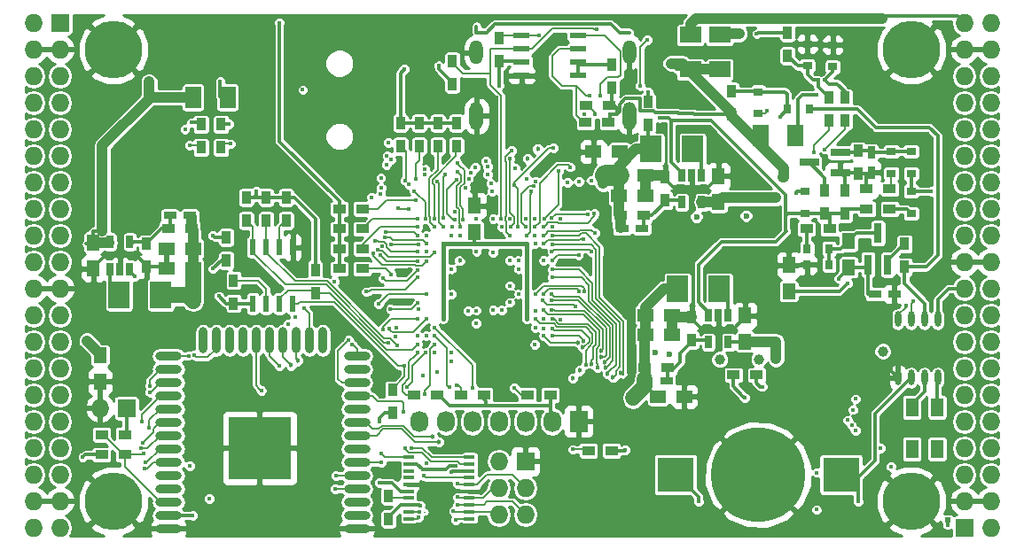
<source format=gbl>
G04 #@! TF.FileFunction,Copper,L4,Bot,Signal*
%FSLAX46Y46*%
G04 Gerber Fmt 4.6, Leading zero omitted, Abs format (unit mm)*
G04 Created by KiCad (PCBNEW 4.0.7+dfsg1-1) date Fri Sep 29 00:39:50 2017*
%MOMM*%
%LPD*%
G01*
G04 APERTURE LIST*
%ADD10C,0.100000*%
%ADD11R,0.900000X1.200000*%
%ADD12R,2.032000X1.524000*%
%ADD13R,2.000000X2.500000*%
%ADD14R,0.700000X1.200000*%
%ADD15R,1.250000X1.500000*%
%ADD16R,1.500000X1.250000*%
%ADD17R,1.524000X2.032000*%
%ADD18O,0.609600X1.473200*%
%ADD19R,0.800000X0.900000*%
%ADD20R,0.900000X0.800000*%
%ADD21R,0.800000X1.900000*%
%ADD22R,1.900000X0.800000*%
%ADD23R,1.200000X0.750000*%
%ADD24R,0.750000X1.200000*%
%ADD25R,1.200000X0.900000*%
%ADD26R,0.600000X1.550000*%
%ADD27R,1.550000X0.600000*%
%ADD28O,2.500000X0.900000*%
%ADD29O,0.900000X2.500000*%
%ADD30R,6.000000X6.000000*%
%ADD31R,1.727200X1.727200*%
%ADD32O,1.727200X1.727200*%
%ADD33C,5.500000*%
%ADD34R,1.000000X0.400000*%
%ADD35R,1.200000X1.800000*%
%ADD36R,0.500000X0.500000*%
%ADD37R,1.727200X2.032000*%
%ADD38O,1.727200X2.032000*%
%ADD39R,3.500000X3.300000*%
%ADD40C,9.000000*%
%ADD41O,1.300000X2.700000*%
%ADD42O,1.300000X2.300000*%
%ADD43C,0.400000*%
%ADD44C,1.000000*%
%ADD45C,0.600000*%
%ADD46C,0.454000*%
%ADD47C,0.300000*%
%ADD48C,0.190000*%
%ADD49C,1.000000*%
%ADD50C,2.000000*%
%ADD51C,1.500000*%
%ADD52C,0.400000*%
%ADD53C,0.200000*%
%ADD54C,0.254000*%
G04 APERTURE END LIST*
D10*
D11*
X154044000Y-72426000D03*
X154044000Y-70226000D03*
D12*
X160902000Y-63833000D03*
X160902000Y-67135000D03*
X158108000Y-67135000D03*
X158108000Y-63833000D03*
D13*
X160870000Y-88090000D03*
X156870000Y-88090000D03*
D14*
X159825000Y-90600000D03*
X160775000Y-90600000D03*
X161725000Y-90600000D03*
X161725000Y-93200000D03*
X159825000Y-93200000D03*
D13*
X158330000Y-74755000D03*
X154330000Y-74755000D03*
D14*
X157285000Y-77235000D03*
X158235000Y-77235000D03*
X159185000Y-77235000D03*
X159185000Y-79835000D03*
X157285000Y-79835000D03*
D13*
X103530000Y-88725000D03*
X107530000Y-88725000D03*
D14*
X104575000Y-86215000D03*
X103625000Y-86215000D03*
X102675000Y-86215000D03*
X102675000Y-83615000D03*
X104575000Y-83615000D03*
D15*
X101085000Y-83665000D03*
X101085000Y-86165000D03*
D16*
X153810000Y-90630000D03*
X156310000Y-90630000D03*
X153810000Y-92535000D03*
X156310000Y-92535000D03*
D15*
X163315000Y-93150000D03*
X163315000Y-90650000D03*
D16*
X151270000Y-79200000D03*
X153770000Y-79200000D03*
X151270000Y-77295000D03*
X153770000Y-77295000D03*
D15*
X160775000Y-79815000D03*
X160775000Y-77315000D03*
D16*
X110590000Y-84280000D03*
X108090000Y-84280000D03*
X110590000Y-86185000D03*
X108090000Y-86185000D03*
D17*
X110610000Y-69802000D03*
X113912000Y-69802000D03*
X168141000Y-73485000D03*
X164839000Y-73485000D03*
D18*
X181730000Y-96599000D03*
X180460000Y-96599000D03*
X179190000Y-96599000D03*
X177920000Y-96599000D03*
X177920000Y-91011000D03*
X179190000Y-91011000D03*
X180460000Y-91011000D03*
X181730000Y-91011000D03*
D15*
X173221000Y-86038000D03*
X173221000Y-83538000D03*
D19*
X169250000Y-84280000D03*
X171350000Y-84280000D03*
D20*
X179190000Y-80885000D03*
X179190000Y-78785000D03*
X177285000Y-74975000D03*
X177285000Y-77075000D03*
X169030000Y-80885000D03*
X169030000Y-78785000D03*
D21*
X176965000Y-85780000D03*
X175065000Y-85780000D03*
X176015000Y-82780000D03*
D22*
X172435000Y-75075000D03*
X172435000Y-76975000D03*
X169435000Y-76025000D03*
D23*
X153910000Y-96910000D03*
X155810000Y-96910000D03*
X151570000Y-82375000D03*
X153470000Y-82375000D03*
X110290000Y-81105000D03*
X108390000Y-81105000D03*
D24*
X175380000Y-75075000D03*
X175380000Y-76975000D03*
D25*
X169200000Y-82375000D03*
X171400000Y-82375000D03*
D11*
X172840000Y-80935000D03*
X172840000Y-78735000D03*
D25*
X177115000Y-80470000D03*
X174915000Y-80470000D03*
D11*
X174110000Y-74925000D03*
X174110000Y-77125000D03*
X178555000Y-83815000D03*
X178555000Y-86015000D03*
X113785000Y-83180000D03*
X113785000Y-85380000D03*
X170935000Y-80935000D03*
X170935000Y-78735000D03*
X129280000Y-107900000D03*
X129280000Y-110100000D03*
D25*
X150572000Y-103584000D03*
X148372000Y-103584000D03*
X177115000Y-78565000D03*
X174915000Y-78565000D03*
X153760000Y-95640000D03*
X155960000Y-95640000D03*
X110440000Y-82375000D03*
X108240000Y-82375000D03*
X151420000Y-81105000D03*
X153620000Y-81105000D03*
D11*
X158235000Y-90800000D03*
X158235000Y-93000000D03*
X106165000Y-86015000D03*
X106165000Y-83815000D03*
X155695000Y-77465000D03*
X155695000Y-79665000D03*
D25*
X126782000Y-86185000D03*
X124582000Y-86185000D03*
X126782000Y-84279000D03*
X124582000Y-84279000D03*
X126782000Y-82375000D03*
X124582000Y-82375000D03*
X126782000Y-80470000D03*
X124582000Y-80470000D03*
D11*
X130422000Y-74458000D03*
X130422000Y-72258000D03*
X132200000Y-74458000D03*
X132200000Y-72258000D03*
X133978000Y-74458000D03*
X133978000Y-72258000D03*
X135756000Y-74458000D03*
X135756000Y-72258000D03*
D26*
X116325000Y-84120000D03*
X117595000Y-84120000D03*
X118865000Y-84120000D03*
X120135000Y-84120000D03*
X120135000Y-89520000D03*
X118865000Y-89520000D03*
X117595000Y-89520000D03*
X116325000Y-89520000D03*
D23*
X175700000Y-88598000D03*
X177600000Y-88598000D03*
D27*
X141980000Y-67705000D03*
X141980000Y-66435000D03*
X141980000Y-65165000D03*
X141980000Y-63895000D03*
X147380000Y-63895000D03*
X147380000Y-65165000D03*
X147380000Y-66435000D03*
X147380000Y-67705000D03*
D19*
X171350000Y-85804000D03*
X169250000Y-85804000D03*
D20*
X179190000Y-77075000D03*
X179190000Y-74975000D03*
D28*
X126260434Y-111030338D03*
X126260434Y-109760338D03*
X126260434Y-108490338D03*
X126260434Y-107220338D03*
X126260434Y-105950338D03*
X126260434Y-104680338D03*
X126260434Y-103410338D03*
X126260434Y-102140338D03*
X126260434Y-100870338D03*
X126260434Y-99600338D03*
X126260434Y-98330338D03*
X126260434Y-97060338D03*
X126260434Y-95790338D03*
X126260434Y-94520338D03*
D29*
X122975434Y-93030338D03*
X121705434Y-93030338D03*
X120435434Y-93030338D03*
X119165434Y-93030338D03*
X117895434Y-93030338D03*
X116625434Y-93030338D03*
X115355434Y-93030338D03*
X114085434Y-93030338D03*
X112815434Y-93030338D03*
X111545434Y-93030338D03*
D28*
X108260434Y-94520338D03*
X108260434Y-95790338D03*
X108260434Y-97060338D03*
X108260434Y-98330338D03*
X108260434Y-99600338D03*
X108260434Y-100870338D03*
X108260434Y-102140338D03*
X108260434Y-103410338D03*
X108260434Y-104680338D03*
X108260434Y-105950338D03*
X108260434Y-107220338D03*
X108260434Y-108490338D03*
X108260434Y-109760338D03*
X108260434Y-111030338D03*
D30*
X116960434Y-103330338D03*
D31*
X97910000Y-62690000D03*
D32*
X95370000Y-62690000D03*
X97910000Y-65230000D03*
X95370000Y-65230000D03*
X97910000Y-67770000D03*
X95370000Y-67770000D03*
X97910000Y-70310000D03*
X95370000Y-70310000D03*
X97910000Y-72850000D03*
X95370000Y-72850000D03*
X97910000Y-75390000D03*
X95370000Y-75390000D03*
X97910000Y-77930000D03*
X95370000Y-77930000D03*
X97910000Y-80470000D03*
X95370000Y-80470000D03*
X97910000Y-83010000D03*
X95370000Y-83010000D03*
X97910000Y-85550000D03*
X95370000Y-85550000D03*
X97910000Y-88090000D03*
X95370000Y-88090000D03*
X97910000Y-90630000D03*
X95370000Y-90630000D03*
X97910000Y-93170000D03*
X95370000Y-93170000D03*
X97910000Y-95710000D03*
X95370000Y-95710000D03*
X97910000Y-98250000D03*
X95370000Y-98250000D03*
X97910000Y-100790000D03*
X95370000Y-100790000D03*
X97910000Y-103330000D03*
X95370000Y-103330000D03*
X97910000Y-105870000D03*
X95370000Y-105870000D03*
X97910000Y-108410000D03*
X95370000Y-108410000D03*
X97910000Y-110950000D03*
X95370000Y-110950000D03*
D31*
X184270000Y-110950000D03*
D32*
X186810000Y-110950000D03*
X184270000Y-108410000D03*
X186810000Y-108410000D03*
X184270000Y-105870000D03*
X186810000Y-105870000D03*
X184270000Y-103330000D03*
X186810000Y-103330000D03*
X184270000Y-100790000D03*
X186810000Y-100790000D03*
X184270000Y-98250000D03*
X186810000Y-98250000D03*
X184270000Y-95710000D03*
X186810000Y-95710000D03*
X184270000Y-93170000D03*
X186810000Y-93170000D03*
X184270000Y-90630000D03*
X186810000Y-90630000D03*
X184270000Y-88090000D03*
X186810000Y-88090000D03*
X184270000Y-85550000D03*
X186810000Y-85550000D03*
X184270000Y-83010000D03*
X186810000Y-83010000D03*
X184270000Y-80470000D03*
X186810000Y-80470000D03*
X184270000Y-77930000D03*
X186810000Y-77930000D03*
X184270000Y-75390000D03*
X186810000Y-75390000D03*
X184270000Y-72850000D03*
X186810000Y-72850000D03*
X184270000Y-70310000D03*
X186810000Y-70310000D03*
X184270000Y-67770000D03*
X186810000Y-67770000D03*
X184270000Y-65230000D03*
X186810000Y-65230000D03*
X184270000Y-62690000D03*
X186810000Y-62690000D03*
D33*
X102990000Y-108410000D03*
X179190000Y-108410000D03*
X179190000Y-65230000D03*
X102990000Y-65230000D03*
D19*
X167345000Y-70945000D03*
X169445000Y-70945000D03*
D20*
X164585000Y-69260000D03*
X164585000Y-71360000D03*
D11*
X162045000Y-71410000D03*
X162045000Y-69210000D03*
X139820000Y-66330000D03*
X139820000Y-64130000D03*
X135375000Y-68532000D03*
X135375000Y-66332000D03*
X150615000Y-68870000D03*
X150615000Y-66670000D03*
D25*
X150275000Y-72215000D03*
X148075000Y-72215000D03*
X150380000Y-70600000D03*
X148180000Y-70600000D03*
D34*
X137005000Y-104215000D03*
X137005000Y-104865000D03*
X137005000Y-105515000D03*
X137005000Y-106165000D03*
X137005000Y-106815000D03*
X137005000Y-107465000D03*
X137005000Y-108115000D03*
X137005000Y-108765000D03*
X137005000Y-109415000D03*
X137005000Y-110065000D03*
X131205000Y-110065000D03*
X131205000Y-109415000D03*
X131205000Y-108765000D03*
X131205000Y-108115000D03*
X131205000Y-107465000D03*
X131205000Y-106815000D03*
X131205000Y-106165000D03*
X131205000Y-105515000D03*
X131205000Y-104865000D03*
X131205000Y-104215000D03*
D11*
X119500000Y-79370000D03*
X119500000Y-81570000D03*
X114480000Y-89500000D03*
X114480000Y-87300000D03*
X129660000Y-99985000D03*
X129660000Y-97785000D03*
X117595000Y-79370000D03*
X117595000Y-81570000D03*
X122280000Y-86300000D03*
X122280000Y-88500000D03*
X115690000Y-79370000D03*
X115690000Y-81570000D03*
D25*
X144730000Y-98250000D03*
X142530000Y-98250000D03*
X138380000Y-98250000D03*
X136180000Y-98250000D03*
X133935000Y-98250000D03*
X131735000Y-98250000D03*
X101890000Y-103965000D03*
X104090000Y-103965000D03*
D35*
X179260000Y-99425000D03*
X179260000Y-103425000D03*
X181660000Y-103425000D03*
X181660000Y-99425000D03*
D31*
X104260000Y-99520000D03*
D32*
X101720000Y-99520000D03*
D25*
X101890000Y-102060000D03*
X104090000Y-102060000D03*
D15*
X167506000Y-88324000D03*
X167506000Y-85824000D03*
D25*
X164415000Y-96345000D03*
X162215000Y-96345000D03*
D11*
X167379000Y-65822000D03*
X167379000Y-63622000D03*
D31*
X142360000Y-104600000D03*
D32*
X139820000Y-104600000D03*
X142360000Y-107140000D03*
X139820000Y-107140000D03*
X142360000Y-109680000D03*
X139820000Y-109680000D03*
D16*
X155030000Y-98400000D03*
X157530000Y-98400000D03*
D15*
X137480000Y-82650000D03*
X137480000Y-80150000D03*
D16*
X151330000Y-75000000D03*
X148830000Y-75000000D03*
D15*
X101720000Y-94460000D03*
X101720000Y-96960000D03*
D11*
X113277000Y-74585000D03*
X113277000Y-72385000D03*
X111372000Y-74585000D03*
X111372000Y-72385000D03*
D20*
X169284000Y-66788000D03*
X169284000Y-64688000D03*
X171697000Y-66881000D03*
X171697000Y-64781000D03*
D11*
X172840000Y-72045000D03*
X172840000Y-69845000D03*
X171316000Y-72045000D03*
X171316000Y-69845000D03*
D36*
X182680000Y-110200000D03*
D37*
X147440000Y-100790000D03*
D38*
X144900000Y-100790000D03*
X142360000Y-100790000D03*
X139820000Y-100790000D03*
X137280000Y-100790000D03*
X134740000Y-100790000D03*
X132200000Y-100790000D03*
D39*
X172485000Y-105870000D03*
X156685000Y-105870000D03*
D40*
X164585000Y-105870000D03*
D41*
X152280000Y-71550000D03*
X137680000Y-71550000D03*
D42*
X137680000Y-65500000D03*
X152280000Y-65500000D03*
D43*
X175495631Y-71457432D03*
D44*
X116676077Y-65372157D03*
D43*
X139575609Y-69792857D03*
X146468970Y-70993942D03*
X144978424Y-71024054D03*
X143480350Y-71016526D03*
X142000564Y-71008511D03*
X113273209Y-99681387D03*
D44*
X165541128Y-65538825D03*
X175041608Y-65589748D03*
X107072473Y-65519920D03*
D43*
X147987361Y-71377791D03*
X144102010Y-84600000D03*
X132880424Y-84561218D03*
X135567436Y-80702302D03*
X132810347Y-82177990D03*
X145713035Y-91022010D03*
X145680000Y-94177990D03*
X177285000Y-95710000D03*
D44*
X177229911Y-82281349D03*
D43*
X170046000Y-85804000D03*
D45*
X164741832Y-81130572D03*
D43*
X120770000Y-72215000D03*
X133216000Y-109934000D03*
D45*
X161067993Y-81216119D03*
D44*
X158233687Y-94852616D03*
X162992748Y-94820185D03*
D45*
X156280000Y-81210838D03*
D43*
X131254529Y-86251357D03*
X140880000Y-81400000D03*
X136085174Y-89394826D03*
X145680000Y-81400000D03*
X120430000Y-97050000D03*
X150080000Y-81600000D03*
X131280000Y-89400000D03*
X133690245Y-94180159D03*
D46*
X139312644Y-91359700D03*
D43*
X140874194Y-91433353D03*
X145680000Y-85422010D03*
X135280000Y-95000000D03*
X135280000Y-94200000D03*
X142480000Y-94200000D03*
X140880000Y-93400000D03*
X139280000Y-93400000D03*
X137680000Y-93400000D03*
X136080000Y-93400000D03*
X136880000Y-92600000D03*
X135280000Y-92600000D03*
X132880000Y-91800000D03*
X132880000Y-93400000D03*
D46*
X141042859Y-86994997D03*
X139280000Y-87000000D03*
X136110990Y-86995403D03*
X139280000Y-88600000D03*
X137680000Y-87000000D03*
X136080000Y-84600000D03*
D44*
X156235582Y-66548363D03*
X166942988Y-77424336D03*
X101932065Y-82585048D03*
X106417803Y-68312483D03*
X166280000Y-94800000D03*
D43*
X112134000Y-108156000D03*
X128390000Y-106632000D03*
X150457224Y-71377791D03*
X172289562Y-87124051D03*
D44*
X166251010Y-79388894D03*
X162787481Y-63718486D03*
D43*
X164961419Y-97453112D03*
X164433885Y-63737451D03*
X139820000Y-68665673D03*
X148639876Y-77729346D03*
D44*
X149751640Y-78029346D03*
D43*
X134079160Y-66786153D03*
X109828000Y-72830000D03*
X116654336Y-78777990D03*
X173620534Y-99657935D03*
X173902378Y-98625522D03*
X176285000Y-103330000D03*
D44*
X176474303Y-94069095D03*
D43*
X173094000Y-87582000D03*
D44*
X100479904Y-93063904D03*
D45*
X163422030Y-81120665D03*
X154726292Y-94171363D03*
X156077107Y-94380779D03*
D44*
X160908408Y-94850523D03*
D45*
X158680000Y-81210838D03*
D43*
X112515000Y-83010000D03*
X181065000Y-78785000D03*
X128441330Y-100795881D03*
X110529662Y-109760338D03*
X110280000Y-105000000D03*
X100080000Y-104200000D03*
X113080000Y-88800000D03*
D44*
X164653770Y-94825547D03*
D43*
X137665894Y-91402446D03*
X135273306Y-88618602D03*
X139272517Y-84611349D03*
X137680556Y-84534085D03*
X141680000Y-86200000D03*
X135280000Y-86200000D03*
X132880000Y-92600000D03*
X132080000Y-92600000D03*
X141680000Y-88600000D03*
X141680000Y-85400000D03*
D44*
X152621047Y-98519969D03*
D43*
X136885174Y-90194826D03*
X140094890Y-90122990D03*
X139280000Y-90122990D03*
X140880000Y-89400000D03*
X137680000Y-90172990D03*
X140880000Y-87800000D03*
X140880000Y-85400000D03*
D46*
X136080000Y-85400000D03*
D43*
X120375151Y-90779445D03*
X130022933Y-91834237D03*
X119684872Y-91469724D03*
X129902064Y-92678248D03*
D44*
X110617371Y-89287199D03*
D43*
X142480000Y-91000000D03*
X142480000Y-83800000D03*
X134480000Y-83800000D03*
X134480000Y-91000000D03*
X105037711Y-86909456D03*
X155149360Y-71764535D03*
X121086654Y-69078528D03*
X170182962Y-69571012D03*
X174110000Y-108410000D03*
X158870000Y-108410000D03*
X135884156Y-106696010D03*
X137288700Y-97538741D03*
X133680000Y-91800000D03*
D46*
X134074414Y-102752225D03*
D43*
X135085458Y-97531790D03*
X135855186Y-108022639D03*
D46*
X133449289Y-102232615D03*
D43*
X133680000Y-92600000D03*
X132752670Y-98178920D03*
X128610113Y-104714568D03*
X132918584Y-104800000D03*
X135853254Y-108792386D03*
X133685668Y-93402482D03*
X130714529Y-99901000D03*
X131039363Y-97487286D03*
X135471949Y-109365878D03*
X132846234Y-94197073D03*
X118858690Y-62658970D03*
X130761990Y-67119621D03*
X148477832Y-69619684D03*
X149475951Y-69619684D03*
X148991194Y-71377791D03*
X153984196Y-64280063D03*
X153322343Y-68673419D03*
X143650666Y-63862520D03*
X178665908Y-89713903D03*
X149183754Y-63257114D03*
X179375977Y-89317806D03*
X140035989Y-81400000D03*
X128776655Y-87110882D03*
X132077895Y-86272150D03*
X117121665Y-97817265D03*
X118843798Y-95498222D03*
D46*
X119978162Y-95412951D03*
X120634035Y-94977604D03*
D43*
X113212238Y-68244401D03*
X166658010Y-71673557D03*
X146387166Y-77939336D03*
X147480000Y-77822010D03*
X131453853Y-103296209D03*
X144891634Y-91008466D03*
D46*
X148653935Y-95249010D03*
X149565978Y-94054788D03*
D43*
X144867244Y-90164455D03*
D46*
X150720500Y-96575802D03*
D43*
X144890381Y-83866022D03*
D46*
X151448039Y-96116317D03*
D43*
X144894101Y-83022010D03*
D46*
X150149219Y-96229829D03*
D43*
X144901285Y-86268736D03*
D46*
X150033441Y-95660469D03*
D43*
X144888562Y-86993817D03*
D46*
X149952517Y-95085120D03*
D43*
X144877648Y-88622010D03*
D46*
X149584522Y-94635504D03*
D43*
X144810610Y-89177990D03*
X144895773Y-91874444D03*
D46*
X147777713Y-93691005D03*
X147356233Y-93219138D03*
D43*
X144102010Y-92600000D03*
D46*
X147915304Y-93060979D03*
D43*
X144882352Y-92577990D03*
X130807074Y-95454141D03*
X130141304Y-93529144D03*
X132080000Y-93400000D03*
X129254670Y-93244631D03*
X133919980Y-96038729D03*
X141280000Y-97600000D03*
X132572818Y-96383863D03*
X135770000Y-97338127D03*
X132080000Y-94200000D03*
X128669601Y-84020243D03*
X105906712Y-103816552D03*
X129459184Y-90039192D03*
X132080000Y-89444020D03*
X130839486Y-103354982D03*
X128602801Y-103872537D03*
X128321313Y-89539949D03*
X132656192Y-105976192D03*
X132880000Y-88600000D03*
X127145130Y-88379076D03*
X124253981Y-105982535D03*
X132080000Y-87000000D03*
X125827283Y-93452662D03*
X124202418Y-107207639D03*
D46*
X142530990Y-75662841D03*
X143525587Y-74749772D03*
D43*
X110313517Y-74380698D03*
X132146108Y-109940263D03*
X114166000Y-74247000D03*
X132189000Y-109415000D03*
X135567436Y-81489225D03*
X135767546Y-77648547D03*
X134702010Y-77200000D03*
X134471354Y-81347908D03*
X132761172Y-77202673D03*
X132737245Y-76676207D03*
X128545566Y-77476577D03*
X127643658Y-79355564D03*
X110718734Y-94451783D03*
X128515897Y-78994176D03*
X110193102Y-94489889D03*
X128569727Y-78469921D03*
X106480000Y-97386401D03*
X131230910Y-78113843D03*
X106480000Y-97968443D03*
X131709326Y-78745875D03*
X132783332Y-81399993D03*
X129016746Y-82660638D03*
X105679715Y-100783924D03*
X132084821Y-83022010D03*
X128948848Y-83183258D03*
X106401171Y-101377901D03*
X132886504Y-83777990D03*
X129513931Y-83860979D03*
X105803161Y-102850427D03*
X132117443Y-83866021D03*
X127966259Y-83527946D03*
X105651866Y-103355255D03*
X132079996Y-84503337D03*
X128256283Y-84387285D03*
X106023598Y-104697574D03*
X133671942Y-84595200D03*
X127824162Y-84688968D03*
X105973679Y-105248709D03*
X132875802Y-85428138D03*
D46*
X146862501Y-96617499D03*
X147534467Y-95913260D03*
D43*
X148102806Y-95339021D03*
X143280000Y-91000000D03*
X149207706Y-95605291D03*
X144082424Y-90132858D03*
X143989948Y-89177990D03*
X147125926Y-89802879D03*
X143281824Y-90201951D03*
X144102010Y-85397219D03*
X147422472Y-84858593D03*
X144886544Y-85385186D03*
X144102010Y-83000000D03*
X148975652Y-82755341D03*
X144885092Y-82177990D03*
X147470668Y-88324835D03*
X144082832Y-88584510D03*
X147997681Y-88324844D03*
X143278026Y-88595030D03*
X144102010Y-82185600D03*
X148935852Y-80899014D03*
X148337768Y-80975785D03*
X144866392Y-81333979D03*
X139280000Y-81400000D03*
X139145358Y-78809170D03*
X139040624Y-78036724D03*
X138723613Y-77165705D03*
X138593844Y-75910161D03*
X138716105Y-76425854D03*
X137680000Y-81400000D03*
X137538026Y-76510532D03*
X137116016Y-76974740D03*
X136928568Y-77562978D03*
X136634118Y-78451672D03*
X135830689Y-76094515D03*
X136411444Y-81497309D03*
X148668800Y-84550385D03*
X144877691Y-84532933D03*
X144102010Y-83800000D03*
X147894174Y-83335809D03*
X142851623Y-78759750D03*
X142473549Y-82998913D03*
X143105106Y-78295223D03*
X142396423Y-82191394D03*
X145494012Y-76834828D03*
X144146021Y-81374784D03*
X143331797Y-77819457D03*
X146627648Y-76461302D03*
X143257990Y-82207154D03*
X143257990Y-81379632D03*
X145017056Y-74655847D03*
X141318978Y-78199263D03*
X141657990Y-82130345D03*
X142413979Y-81382236D03*
X140080000Y-82200000D03*
X141342967Y-76554996D03*
X141046643Y-74873804D03*
X140864029Y-83041403D03*
X140890207Y-75681941D03*
X140924011Y-82179283D03*
X129542604Y-86703515D03*
X132880000Y-83022010D03*
X132080000Y-82177990D03*
X132080000Y-81400000D03*
X131847310Y-79589886D03*
X130856828Y-77742623D03*
X131923295Y-77584853D03*
X133654358Y-82177990D03*
X133627343Y-81396408D03*
X129336756Y-91938993D03*
X132880000Y-91000000D03*
X128765088Y-92004296D03*
X132077648Y-90977990D03*
X130196821Y-80377733D03*
X131180000Y-80500000D03*
X128489708Y-84867377D03*
X132079620Y-85428138D03*
X165432990Y-71070016D03*
X134501414Y-82177578D03*
X133922194Y-77854836D03*
X135680000Y-110200000D03*
X146844288Y-103452739D03*
X132540000Y-105400000D03*
X135680000Y-105037990D03*
X132280000Y-108800000D03*
X135248000Y-105616000D03*
X112515000Y-86185000D03*
X163277422Y-98501717D03*
X170126036Y-109212466D03*
X170157734Y-105666345D03*
X169895346Y-75092988D03*
X143257990Y-83000000D03*
X168166438Y-78955336D03*
X151896383Y-103510715D03*
X114039000Y-72342000D03*
X110483000Y-72215000D03*
X177274002Y-105079115D03*
X143258015Y-93423150D03*
X173867913Y-101655141D03*
X143280000Y-91800000D03*
X144064831Y-91877646D03*
X173497957Y-101157615D03*
X173102681Y-100658357D03*
X144080000Y-91000000D03*
X154044000Y-69294000D03*
X129061632Y-76229575D03*
X135280000Y-83022010D03*
X129493343Y-75737814D03*
X136080000Y-83000000D03*
X129122249Y-75363607D03*
X135345425Y-82176814D03*
X129252218Y-74142461D03*
X135830698Y-76905381D03*
X136080000Y-82200000D03*
X170943165Y-74761464D03*
X143280000Y-83800000D03*
X142480000Y-77600000D03*
X170300000Y-68151000D03*
X170950000Y-68125562D03*
X125480000Y-93000000D03*
X121211999Y-89942596D03*
X132156079Y-90030946D03*
X182654362Y-110665838D03*
X124080000Y-87400000D03*
X124080000Y-87400000D03*
D47*
X138630000Y-63600000D02*
X139449896Y-62780104D01*
X137680000Y-63000000D02*
X137680000Y-63600000D01*
X150510104Y-62780104D02*
X151330000Y-63600000D01*
X137680000Y-63600000D02*
X138630000Y-63600000D01*
X139449896Y-62780104D02*
X150510104Y-62780104D01*
X151330000Y-63600000D02*
X152280000Y-63600000D01*
D48*
X132742351Y-109415000D02*
X132748035Y-109420684D01*
D47*
X139292767Y-69792857D02*
X139575609Y-69792857D01*
X137822857Y-69792857D02*
X139292767Y-69792857D01*
X137680000Y-69650000D02*
X137822857Y-69792857D01*
X169284000Y-64688000D02*
X166391953Y-64688000D01*
X166391953Y-64688000D02*
X165541128Y-65538825D01*
X171697000Y-64781000D02*
X174232860Y-64781000D01*
X174232860Y-64781000D02*
X175041608Y-65589748D01*
X169284000Y-64688000D02*
X171604000Y-64688000D01*
X171604000Y-64688000D02*
X171697000Y-64781000D01*
X177285000Y-95710000D02*
X177285000Y-95964000D01*
X177285000Y-95964000D02*
X177920000Y-96599000D01*
X167506000Y-85824000D02*
X169230000Y-85824000D01*
X169230000Y-85824000D02*
X169250000Y-85804000D01*
X169250000Y-85804000D02*
X170046000Y-85804000D01*
X134345000Y-107465000D02*
X133695000Y-106815000D01*
X133695000Y-106815000D02*
X131205000Y-106815000D01*
X137005000Y-107465000D02*
X134345000Y-107465000D01*
X102210000Y-84915000D02*
X103625000Y-84915000D01*
X103625000Y-84915000D02*
X105215000Y-84915000D01*
X103625000Y-86215000D02*
X103625000Y-84915000D01*
X105215000Y-84915000D02*
X106165000Y-85865000D01*
X106165000Y-85865000D02*
X106165000Y-86015000D01*
X101085000Y-86165000D02*
X101085000Y-86040000D01*
X101085000Y-86040000D02*
X102210000Y-84915000D01*
X106165000Y-86015000D02*
X107920000Y-86015000D01*
X107920000Y-86015000D02*
X108090000Y-86185000D01*
X139085645Y-91132701D02*
X139312644Y-91359700D01*
X138480000Y-89400000D02*
X138480000Y-90527056D01*
X139280000Y-88600000D02*
X138480000Y-89400000D01*
X138480000Y-90527056D02*
X139085645Y-91132701D01*
D49*
X153770000Y-77295000D02*
X155525000Y-77295000D01*
D47*
X155525000Y-77295000D02*
X155695000Y-77465000D01*
D49*
X153770000Y-79200000D02*
X153770000Y-77295000D01*
D47*
X174110000Y-77125000D02*
X174745000Y-77125000D01*
X174745000Y-77125000D02*
X175230000Y-77125000D01*
X174915000Y-78565000D02*
X174915000Y-77295000D01*
X174915000Y-77295000D02*
X174745000Y-77125000D01*
X172840000Y-78735000D02*
X172840000Y-77380000D01*
X172840000Y-77380000D02*
X172435000Y-76975000D01*
X175230000Y-77125000D02*
X175380000Y-76975000D01*
X172435000Y-76975000D02*
X173960000Y-76975000D01*
X173960000Y-76975000D02*
X174110000Y-77125000D01*
X137680000Y-86200000D02*
X137680000Y-86600000D01*
X136080000Y-84600000D02*
X137680000Y-86200000D01*
X159850000Y-78365000D02*
X158235000Y-78365000D01*
X158235000Y-78365000D02*
X156445000Y-78365000D01*
X158235000Y-77235000D02*
X158235000Y-78365000D01*
X160775000Y-77315000D02*
X160775000Y-77440000D01*
X160775000Y-77440000D02*
X159850000Y-78365000D01*
X156445000Y-78365000D02*
X155695000Y-77615000D01*
X155695000Y-77615000D02*
X155695000Y-77465000D01*
D49*
X156310000Y-90630000D02*
X156310000Y-92535000D01*
X158235000Y-90800000D02*
X156480000Y-90800000D01*
D47*
X156480000Y-90800000D02*
X156310000Y-90630000D01*
X163315000Y-90650000D02*
X163315000Y-90834602D01*
X163315000Y-90834602D02*
X162249602Y-91900000D01*
X162249602Y-91900000D02*
X160775000Y-91900000D01*
X101085000Y-86165000D02*
X101085000Y-85929893D01*
X106165000Y-85944374D02*
X106165000Y-86015000D01*
X159185000Y-91900000D02*
X160775000Y-91900000D01*
X160775000Y-90600000D02*
X160775000Y-91900000D01*
X158235000Y-90800000D02*
X158235000Y-90950000D01*
X158235000Y-90950000D02*
X159185000Y-91900000D01*
X108090000Y-84280000D02*
X108090000Y-86185000D01*
X107625000Y-84745000D02*
X108090000Y-84280000D01*
X108070000Y-84260000D02*
X108090000Y-84280000D01*
X141037856Y-87000000D02*
X141042859Y-86994997D01*
X139280000Y-87000000D02*
X141037856Y-87000000D01*
X136432016Y-86995403D02*
X136110990Y-86995403D01*
X137284597Y-86995403D02*
X136432016Y-86995403D01*
X137680000Y-86600000D02*
X137284597Y-86995403D01*
X137680000Y-86600000D02*
X137680000Y-87000000D01*
D48*
X138029000Y-66332000D02*
X138115000Y-66246000D01*
D49*
X157333363Y-66548363D02*
X156942688Y-66548363D01*
X162045000Y-71260000D02*
X157333363Y-66548363D01*
X156942688Y-66548363D02*
X156235582Y-66548363D01*
D47*
X156792000Y-67135000D02*
X156235582Y-66578582D01*
X158108000Y-67135000D02*
X156792000Y-67135000D01*
X156235582Y-66578582D02*
X156235582Y-66548363D01*
D49*
X162045000Y-71410000D02*
X162045000Y-71260000D01*
X167019936Y-77389798D02*
X166985398Y-77424336D01*
X162045000Y-71410000D02*
X162045000Y-71560000D01*
X162045000Y-71560000D02*
X167019936Y-76534936D01*
X166985398Y-77424336D02*
X166942988Y-77424336D01*
X167019936Y-76534936D02*
X167019936Y-77389798D01*
X158108000Y-67135000D02*
X160902000Y-67135000D01*
D47*
X101085000Y-82615000D02*
X101114952Y-82585048D01*
X101114952Y-82585048D02*
X101224959Y-82585048D01*
X101085000Y-83665000D02*
X101085000Y-82615000D01*
D49*
X101932065Y-81877942D02*
X101932065Y-82585048D01*
X101932065Y-74415935D02*
X101932065Y-81877942D01*
X106407114Y-69940886D02*
X101932065Y-74415935D01*
D47*
X101224959Y-82585048D02*
X101932065Y-82585048D01*
X151080000Y-71400000D02*
X151352990Y-71127010D01*
X158407951Y-71315988D02*
X158501963Y-71410000D01*
X151352990Y-71127010D02*
X151352990Y-70466020D01*
X153372399Y-71103001D02*
X154568521Y-71103001D01*
X158501963Y-71410000D02*
X162045000Y-71410000D01*
X151352990Y-70466020D02*
X151896020Y-69922990D01*
X153316999Y-69896923D02*
X153316999Y-71047601D01*
X156924522Y-71275510D02*
X156965000Y-71315988D01*
X151896020Y-69922990D02*
X152557010Y-69922990D01*
X152557010Y-69922990D02*
X152583077Y-69896923D01*
X152583077Y-69896923D02*
X153316999Y-69896923D01*
X156965000Y-71315988D02*
X158407951Y-71315988D01*
X153316999Y-71047601D02*
X153372399Y-71103001D01*
X154568521Y-71103001D02*
X154741030Y-71275510D01*
X154741030Y-71275510D02*
X156924522Y-71275510D01*
D49*
X106417803Y-69019589D02*
X106417803Y-68312483D01*
X106417803Y-69930197D02*
X106417803Y-69019589D01*
X106407114Y-69940886D02*
X106417803Y-69930197D01*
X166280000Y-93150000D02*
X166280000Y-94800000D01*
D47*
X129572000Y-106632000D02*
X128390000Y-106632000D01*
X131205000Y-107465000D02*
X130405000Y-107465000D01*
X130405000Y-107465000D02*
X129572000Y-106632000D01*
X110610000Y-69548000D02*
X110610000Y-69802000D01*
X150457224Y-71377791D02*
X150457224Y-72032776D01*
X150457224Y-72032776D02*
X150275000Y-72215000D01*
D49*
X109975000Y-69802000D02*
X106546000Y-69802000D01*
X106546000Y-69802000D02*
X106419000Y-69929000D01*
D47*
X164839000Y-73485000D02*
X163777000Y-73485000D01*
X163777000Y-73485000D02*
X162045000Y-71753000D01*
X162045000Y-71753000D02*
X162045000Y-71410000D01*
X151057791Y-71377791D02*
X150740066Y-71377791D01*
X150740066Y-71377791D02*
X150457224Y-71377791D01*
X151080000Y-71400000D02*
X151057791Y-71377791D01*
X172289562Y-87094438D02*
X172289562Y-87124051D01*
X173221000Y-86163000D02*
X172289562Y-87094438D01*
X173221000Y-86038000D02*
X173221000Y-86163000D01*
X175065000Y-88598000D02*
X175065000Y-85780000D01*
X175700000Y-88598000D02*
X175065000Y-88598000D01*
D49*
X160790000Y-79800000D02*
X161201106Y-79388894D01*
X165543904Y-79388894D02*
X166251010Y-79388894D01*
X161201106Y-79388894D02*
X165543904Y-79388894D01*
X106419000Y-69929000D02*
X106407114Y-69940886D01*
D47*
X106419000Y-69675000D02*
X106419000Y-69929000D01*
X100572432Y-83665000D02*
X100424079Y-83813353D01*
X101085000Y-83665000D02*
X100572432Y-83665000D01*
X160790000Y-79800000D02*
X160775000Y-79815000D01*
D49*
X163315000Y-93150000D02*
X166280000Y-93150000D01*
D47*
X160775000Y-79940000D02*
X160775000Y-79815000D01*
X164925000Y-93150000D02*
X164240000Y-93150000D01*
X164240000Y-93150000D02*
X163315000Y-93150000D01*
X101085000Y-83665000D02*
X101085000Y-83790000D01*
X151080000Y-71400000D02*
X151080000Y-70838120D01*
X151080000Y-70838120D02*
X150615000Y-70373120D01*
X150615000Y-70373120D02*
X150615000Y-69995990D01*
X150615000Y-69995990D02*
X150615000Y-68870000D01*
D49*
X159185000Y-79835000D02*
X160755000Y-79835000D01*
D47*
X160755000Y-79835000D02*
X160775000Y-79815000D01*
X161725000Y-93200000D02*
X163265000Y-93200000D01*
X163265000Y-93200000D02*
X163315000Y-93150000D01*
X173221000Y-86038000D02*
X174807000Y-86038000D01*
X174807000Y-86038000D02*
X175065000Y-85780000D01*
D49*
X101085000Y-83665000D02*
X102625000Y-83665000D01*
D47*
X102625000Y-83665000D02*
X102675000Y-83615000D01*
D49*
X158673826Y-62251174D02*
X163455591Y-62251174D01*
X163455591Y-62251174D02*
X176413347Y-62251174D01*
D47*
X158673826Y-62251174D02*
X158627826Y-62251174D01*
D49*
X158627826Y-62251174D02*
X158108000Y-62771000D01*
X158108000Y-62771000D02*
X158108000Y-63833000D01*
D47*
X184270000Y-62690000D02*
X183586610Y-62006610D01*
X183586610Y-62006610D02*
X176657911Y-62006610D01*
X176657911Y-62006610D02*
X176413347Y-62251174D01*
D49*
X176413347Y-62251174D02*
X176425450Y-62263277D01*
X160902000Y-63833000D02*
X161016514Y-63718486D01*
X161016514Y-63718486D02*
X162080375Y-63718486D01*
X162080375Y-63718486D02*
X162787481Y-63718486D01*
D47*
X164415000Y-97095000D02*
X164773112Y-97453112D01*
X164415000Y-96345000D02*
X164415000Y-97095000D01*
X164773112Y-97453112D02*
X164961419Y-97453112D01*
X164549336Y-63622000D02*
X164433885Y-63737451D01*
X167379000Y-63622000D02*
X164549336Y-63622000D01*
X139820000Y-66330000D02*
X139820000Y-68665673D01*
D49*
X149784145Y-77289735D02*
X149751640Y-77322240D01*
X149751640Y-77322240D02*
X149751640Y-78029346D01*
X149993577Y-77289735D02*
X149784145Y-77289735D01*
D47*
X134079160Y-67068995D02*
X134079160Y-66786153D01*
X134079160Y-67086160D02*
X134079160Y-67068995D01*
X135375000Y-68382000D02*
X134079160Y-67086160D01*
X135375000Y-68532000D02*
X135375000Y-68382000D01*
X154044000Y-72426000D02*
X154044000Y-74469000D01*
X154044000Y-74469000D02*
X154330000Y-74755000D01*
X116654336Y-79155664D02*
X116654336Y-79060832D01*
X115690000Y-79370000D02*
X116440000Y-79370000D01*
X116440000Y-79370000D02*
X116654336Y-79155664D01*
X116654336Y-79060832D02*
X116654336Y-78777990D01*
X181730000Y-89106000D02*
X182746000Y-88090000D01*
X182746000Y-88090000D02*
X184270000Y-88090000D01*
X181730000Y-91011000D02*
X181730000Y-89106000D01*
X172352000Y-88324000D02*
X173094000Y-87582000D01*
X167506000Y-88324000D02*
X172352000Y-88324000D01*
X100479904Y-93094904D02*
X100479904Y-93063904D01*
D49*
X101720000Y-94335000D02*
X100479904Y-93094904D01*
D47*
X101720000Y-94460000D02*
X101720000Y-94335000D01*
X151330000Y-75000000D02*
X151330000Y-77235000D01*
X151330000Y-77235000D02*
X151270000Y-77295000D01*
X138380000Y-98250000D02*
X138380000Y-98686358D01*
X138380000Y-98686358D02*
X138550000Y-98856358D01*
X138550000Y-98856358D02*
X138550000Y-99266000D01*
X135101000Y-99266000D02*
X138550000Y-99266000D01*
X138550000Y-99266000D02*
X144730000Y-99266000D01*
X144730000Y-98250000D02*
X144730000Y-99266000D01*
X144730000Y-99266000D02*
X144730000Y-99400000D01*
X133935000Y-98250000D02*
X134085000Y-98250000D01*
X134085000Y-98250000D02*
X135101000Y-99266000D01*
X144730000Y-99400000D02*
X144730000Y-100620000D01*
X113785000Y-83180000D02*
X112685000Y-83180000D01*
X112685000Y-83180000D02*
X112515000Y-83010000D01*
X122280000Y-86300000D02*
X122280000Y-81400000D01*
X122280000Y-81400000D02*
X120250000Y-79370000D01*
X120250000Y-79370000D02*
X119500000Y-79370000D01*
X179190000Y-78785000D02*
X181065000Y-78785000D01*
X128441330Y-100513039D02*
X128441330Y-100795881D01*
X128441330Y-100453670D02*
X128441330Y-100513039D01*
X129660000Y-99985000D02*
X128910000Y-99985000D01*
X128910000Y-99985000D02*
X128441330Y-100453670D01*
X108260434Y-109760338D02*
X110529662Y-109760338D01*
X179190000Y-77075000D02*
X179190000Y-78785000D01*
X100315000Y-103965000D02*
X100080000Y-104200000D01*
X101890000Y-103965000D02*
X100315000Y-103965000D01*
X117595000Y-79370000D02*
X119500000Y-79370000D01*
X115690000Y-79370000D02*
X117595000Y-79370000D01*
X114480000Y-89500000D02*
X113780000Y-89500000D01*
X113780000Y-89500000D02*
X113080000Y-88800000D01*
X114480000Y-89500000D02*
X116305000Y-89500000D01*
X116305000Y-89500000D02*
X116325000Y-89520000D01*
X144900000Y-98250000D02*
X144730000Y-98250000D01*
X138380000Y-98250000D02*
X138530000Y-98250000D01*
X144730000Y-100620000D02*
X144900000Y-100790000D01*
X139820000Y-66330000D02*
X141875000Y-66330000D01*
X141875000Y-66330000D02*
X141980000Y-66435000D01*
D49*
X151270000Y-77295000D02*
X151264735Y-77289735D01*
D50*
X151264735Y-77289735D02*
X149993577Y-77289735D01*
D49*
X151270000Y-77295000D02*
X151270000Y-76370000D01*
D47*
X152885000Y-74755000D02*
X153030000Y-74755000D01*
D49*
X151270000Y-76370000D02*
X152885000Y-74755000D01*
X153030000Y-74755000D02*
X154330000Y-74755000D01*
X151420000Y-81105000D02*
X151420000Y-82225000D01*
D47*
X151420000Y-82225000D02*
X151570000Y-82375000D01*
D49*
X151270000Y-79200000D02*
X151270000Y-80955000D01*
D47*
X151270000Y-80955000D02*
X151420000Y-81105000D01*
D49*
X151270000Y-77295000D02*
X151270000Y-79200000D01*
D47*
X151790000Y-76775000D02*
X151270000Y-77295000D01*
X160870000Y-88090000D02*
X161725000Y-88945000D01*
X161725000Y-88945000D02*
X161725000Y-90600000D01*
X159185000Y-77235000D02*
X159185000Y-75610000D01*
X159185000Y-75610000D02*
X158330000Y-74755000D01*
X155030000Y-98400000D02*
X154905000Y-98400000D01*
X154905000Y-98400000D02*
X153733519Y-97228519D01*
X153733519Y-97228519D02*
X153733519Y-96686345D01*
D49*
X153701005Y-95301005D02*
X153810000Y-95410000D01*
X153701005Y-92643995D02*
X153701005Y-95301005D01*
X153810000Y-92535000D02*
X153701005Y-92643995D01*
D47*
X153810000Y-95410000D02*
X154110000Y-95710000D01*
X154110000Y-95710000D02*
X154110000Y-96385000D01*
D51*
X153121046Y-98019970D02*
X152621047Y-98519969D01*
X153733519Y-97407497D02*
X153121046Y-98019970D01*
X153733519Y-96686345D02*
X153733519Y-97407497D01*
D49*
X156870000Y-88090000D02*
X155570000Y-88090000D01*
X155570000Y-88090000D02*
X153810000Y-89850000D01*
X153810000Y-89850000D02*
X153810000Y-90630000D01*
X153810000Y-92535000D02*
X153810000Y-90630000D01*
D47*
X153695000Y-90515000D02*
X153810000Y-90630000D01*
X156010000Y-95710000D02*
X156524914Y-95710000D01*
X156524914Y-95710000D02*
X157145126Y-95089788D01*
X157145126Y-95089788D02*
X157145126Y-94239874D01*
X157145126Y-94239874D02*
X158235000Y-93150000D01*
X158235000Y-93150000D02*
X158235000Y-93000000D01*
X155960000Y-95640000D02*
X155960000Y-96760000D01*
X155960000Y-96760000D02*
X155810000Y-96910000D01*
X158235000Y-93000000D02*
X159625000Y-93000000D01*
X159625000Y-93000000D02*
X159825000Y-93200000D01*
D52*
X134480000Y-83800000D02*
X137480000Y-83800000D01*
D47*
X137480000Y-82650000D02*
X137480000Y-83800000D01*
D52*
X137480000Y-83800000D02*
X142480000Y-83800000D01*
D51*
X110055172Y-88725000D02*
X107530000Y-88725000D01*
X110617371Y-89287199D02*
X110055172Y-88725000D01*
D47*
X110590000Y-89259828D02*
X110617371Y-89287199D01*
D51*
X110590000Y-86185000D02*
X110590000Y-89259828D01*
D52*
X142480000Y-83800000D02*
X142480000Y-91000000D01*
X134480000Y-91000000D02*
X134480000Y-83800000D01*
D49*
X110440000Y-82375000D02*
X110440000Y-81255000D01*
D47*
X110440000Y-81255000D02*
X110290000Y-81105000D01*
D49*
X110590000Y-84280000D02*
X110590000Y-82525000D01*
D47*
X110590000Y-82525000D02*
X110440000Y-82375000D01*
D49*
X110590000Y-86185000D02*
X110590000Y-84280000D01*
D47*
X110070000Y-86705000D02*
X110590000Y-86185000D01*
X102675000Y-86215000D02*
X102675000Y-87870000D01*
X102675000Y-87870000D02*
X103530000Y-88725000D01*
X104837712Y-86709457D02*
X105037711Y-86909456D01*
X104575000Y-86446745D02*
X104837712Y-86709457D01*
X104575000Y-86215000D02*
X104575000Y-86446745D01*
X156280000Y-72000000D02*
X156044535Y-71764535D01*
X156044535Y-71764535D02*
X155432202Y-71764535D01*
X155432202Y-71764535D02*
X155149360Y-71764535D01*
X167183550Y-79089235D02*
X167183550Y-81105000D01*
X156280000Y-72000000D02*
X160094315Y-72000000D01*
X160094315Y-72000000D02*
X167183550Y-79089235D01*
X167183550Y-81105000D02*
X167183550Y-82518550D01*
X169030000Y-80885000D02*
X167403550Y-80885000D01*
X167403550Y-80885000D02*
X167183550Y-81105000D01*
X166265000Y-83600000D02*
X167265000Y-82600000D01*
X167183550Y-82518550D02*
X167265000Y-82600000D01*
X156280000Y-75980000D02*
X156280000Y-72000000D01*
X157285000Y-77235000D02*
X157285000Y-76985000D01*
X157285000Y-76985000D02*
X156280000Y-75980000D01*
X159825000Y-90600000D02*
X159825000Y-90345000D01*
X159825000Y-90345000D02*
X158880000Y-89400000D01*
X158880000Y-89400000D02*
X158880000Y-85800000D01*
X158880000Y-85800000D02*
X161080000Y-83600000D01*
X161080000Y-83600000D02*
X166265000Y-83600000D01*
X168980000Y-80885000D02*
X169030000Y-80885000D01*
X169030000Y-80885000D02*
X170885000Y-80885000D01*
X170885000Y-80885000D02*
X170935000Y-80935000D01*
X170935000Y-80935000D02*
X171570000Y-80935000D01*
X171570000Y-80935000D02*
X172840000Y-80935000D01*
X171400000Y-82375000D02*
X171400000Y-81105000D01*
X171400000Y-81105000D02*
X171570000Y-80935000D01*
X174915000Y-80470000D02*
X173305000Y-80470000D01*
X173305000Y-80470000D02*
X172840000Y-80935000D01*
X153620000Y-81105000D02*
X154432087Y-81105000D01*
X154432087Y-81105000D02*
X155695000Y-79842087D01*
X155695000Y-79842087D02*
X155695000Y-79665000D01*
X153620000Y-81105000D02*
X153620000Y-82225000D01*
X153620000Y-82225000D02*
X153470000Y-82375000D01*
X155695000Y-79665000D02*
X157115000Y-79665000D01*
X157115000Y-79665000D02*
X157285000Y-79835000D01*
X155525000Y-79835000D02*
X155695000Y-79665000D01*
X108240000Y-82375000D02*
X107605000Y-82375000D01*
X107605000Y-82375000D02*
X106165000Y-83815000D01*
X104575000Y-83615000D02*
X105965000Y-83615000D01*
X105965000Y-83615000D02*
X106165000Y-83815000D01*
X104775000Y-83815000D02*
X104575000Y-83615000D01*
X108070000Y-82545000D02*
X108240000Y-82375000D01*
X108390000Y-81105000D02*
X108390000Y-82225000D01*
X108390000Y-82225000D02*
X108240000Y-82375000D01*
X168141000Y-73485000D02*
X168402683Y-73223317D01*
X168402683Y-73223317D02*
X168402683Y-69932420D01*
X168402683Y-69932420D02*
X168764091Y-69571012D01*
X168764091Y-69571012D02*
X169900120Y-69571012D01*
X169900120Y-69571012D02*
X170182962Y-69571012D01*
X158870000Y-108410000D02*
X158870000Y-107955000D01*
X156785000Y-105870000D02*
X156685000Y-105870000D01*
X158870000Y-107955000D02*
X156785000Y-105870000D01*
X174390000Y-105870000D02*
X175730225Y-104529775D01*
X175730225Y-104529775D02*
X175730225Y-100058775D01*
X175730225Y-100058775D02*
X179190000Y-96599000D01*
X174110000Y-108410000D02*
X174110000Y-106150000D01*
X174110000Y-106150000D02*
X174390000Y-105870000D01*
D48*
X137005000Y-106815000D02*
X137695000Y-106815000D01*
X137695000Y-106815000D02*
X138636731Y-105873269D01*
X138636731Y-105873269D02*
X141093269Y-105873269D01*
X141093269Y-105873269D02*
X142360000Y-107140000D01*
X131793914Y-102752225D02*
X133753388Y-102752225D01*
X130542027Y-101500338D02*
X131793914Y-102752225D01*
X128791195Y-101500338D02*
X130542027Y-101500338D01*
X128151195Y-102140338D02*
X128791195Y-101500338D01*
X133753388Y-102752225D02*
X134074414Y-102752225D01*
X126260434Y-102140338D02*
X128151195Y-102140338D01*
X136003146Y-106815000D02*
X135884156Y-106696010D01*
X137005000Y-106815000D02*
X136003146Y-106815000D01*
X137288700Y-97255899D02*
X137288700Y-97538741D01*
X137288700Y-95408700D02*
X137288700Y-97255899D01*
X133680000Y-91800000D02*
X137288700Y-95408700D01*
X137005000Y-108115000D02*
X138298299Y-108115000D01*
X138298299Y-108115000D02*
X139273299Y-107140000D01*
X139273299Y-107140000D02*
X139820000Y-107140000D01*
X126260434Y-100870338D02*
X127060434Y-100870338D01*
X133128263Y-102232615D02*
X133449289Y-102232615D01*
X128662889Y-101180323D02*
X130670332Y-101180323D01*
X131722624Y-102232615D02*
X133128263Y-102232615D01*
X128332874Y-101510338D02*
X128662889Y-101180323D01*
X127060434Y-100870338D02*
X127700434Y-101510338D01*
X127700434Y-101510338D02*
X128332874Y-101510338D01*
X130670332Y-101180323D02*
X131722624Y-102232615D01*
X134856098Y-97302430D02*
X134885459Y-97331791D01*
X134856098Y-93776098D02*
X134856098Y-97302430D01*
X133680000Y-92600000D02*
X134856098Y-93776098D01*
X134885459Y-97331791D02*
X135085458Y-97531790D01*
X137005000Y-108115000D02*
X135947547Y-108115000D01*
X135947547Y-108115000D02*
X135855186Y-108022639D01*
X137005000Y-108765000D02*
X138363482Y-108765000D01*
X138363482Y-108765000D02*
X138696143Y-108432339D01*
X138696143Y-108432339D02*
X141112339Y-108432339D01*
X141112339Y-108432339D02*
X141496401Y-108816401D01*
X141496401Y-108816401D02*
X142360000Y-109680000D01*
X133268244Y-97295512D02*
X132752670Y-97811086D01*
X133268244Y-93819906D02*
X133268244Y-97295512D01*
X133685668Y-93402482D02*
X133268244Y-93819906D01*
X132752670Y-97811086D02*
X132752670Y-97896078D01*
X132752670Y-97896078D02*
X132752670Y-98178920D01*
X128575883Y-104680338D02*
X128610113Y-104714568D01*
X126260434Y-104680338D02*
X128575883Y-104680338D01*
X137005000Y-108765000D02*
X135880640Y-108765000D01*
X135880640Y-108765000D02*
X135853254Y-108792386D01*
X130549000Y-98885000D02*
X130714529Y-99050529D01*
X130714529Y-99050529D02*
X130714529Y-99901000D01*
X128255096Y-98885000D02*
X130549000Y-98885000D01*
X126260434Y-98330338D02*
X127700434Y-98330338D01*
X127700434Y-98330338D02*
X128255096Y-98885000D01*
X137005000Y-109415000D02*
X139555000Y-109415000D01*
X139555000Y-109415000D02*
X139820000Y-109680000D01*
X131565180Y-96961469D02*
X131239362Y-97287287D01*
X131239362Y-97287287D02*
X131039363Y-97487286D01*
X131565180Y-95478127D02*
X131565180Y-96961469D01*
X132846234Y-94197073D02*
X131565180Y-95478127D01*
X135521071Y-109415000D02*
X135471949Y-109365878D01*
X137005000Y-109415000D02*
X135521071Y-109415000D01*
D47*
X169445000Y-70945000D02*
X174084740Y-70945000D01*
X174084740Y-70945000D02*
X175826942Y-72687202D01*
X175826942Y-72687202D02*
X180932202Y-72687202D01*
X180932202Y-72687202D02*
X181730000Y-73485000D01*
X181730000Y-73485000D02*
X181730000Y-84915000D01*
X181730000Y-84915000D02*
X180630000Y-86015000D01*
X180630000Y-86015000D02*
X178555000Y-86015000D01*
X180460000Y-91011000D02*
X180460000Y-89489868D01*
X180460000Y-89489868D02*
X178555000Y-87584868D01*
X178555000Y-87584868D02*
X178555000Y-86015000D01*
X176015000Y-82780000D02*
X173979000Y-82780000D01*
X173979000Y-82780000D02*
X173221000Y-83538000D01*
X171350000Y-84280000D02*
X172479000Y-84280000D01*
X172479000Y-84280000D02*
X173221000Y-83538000D01*
X171350000Y-84280000D02*
X171350000Y-85804000D01*
X177285000Y-74975000D02*
X179190000Y-74975000D01*
X175380000Y-75075000D02*
X177185000Y-75075000D01*
X177185000Y-75075000D02*
X177285000Y-74975000D01*
X174110000Y-74925000D02*
X175230000Y-74925000D01*
X175230000Y-74925000D02*
X175380000Y-75075000D01*
X172435000Y-75075000D02*
X173960000Y-75075000D01*
X173960000Y-75075000D02*
X174110000Y-74925000D01*
X169200000Y-82375000D02*
X169200000Y-84230000D01*
X169200000Y-84230000D02*
X169250000Y-84280000D01*
X177115000Y-80470000D02*
X178775000Y-80470000D01*
X178775000Y-80470000D02*
X179190000Y-80885000D01*
X176965000Y-85780000D02*
X176965000Y-85405000D01*
X176965000Y-85405000D02*
X178555000Y-83815000D01*
X181660000Y-99425000D02*
X181660000Y-96669000D01*
X181660000Y-96669000D02*
X181730000Y-96599000D01*
X180480000Y-97905000D02*
X180460000Y-97885000D01*
X180460000Y-97885000D02*
X180460000Y-96599000D01*
X179260000Y-99425000D02*
X179260000Y-99125000D01*
X179260000Y-99125000D02*
X180480000Y-97905000D01*
X170935000Y-78735000D02*
X170935000Y-77525000D01*
X170935000Y-77525000D02*
X169435000Y-76025000D01*
D48*
X177285000Y-77075000D02*
X177285000Y-78395000D01*
X177285000Y-78395000D02*
X177115000Y-78565000D01*
D47*
X124582000Y-80470000D02*
X124582000Y-79720000D01*
X124582000Y-79720000D02*
X118858690Y-73996690D01*
X118858690Y-62941812D02*
X118858690Y-62658970D01*
X118858690Y-73996690D02*
X118858690Y-62941812D01*
X124582000Y-84279000D02*
X124582000Y-86185000D01*
X124582000Y-82375000D02*
X124582000Y-84279000D01*
X124582000Y-80470000D02*
X124582000Y-82375000D01*
X132200000Y-72258000D02*
X130422000Y-72258000D01*
X133978000Y-72258000D02*
X132200000Y-72258000D01*
X135756000Y-72258000D02*
X133978000Y-72258000D01*
X135748350Y-72191002D02*
X135722352Y-72217000D01*
X130402940Y-67478671D02*
X130761990Y-67119621D01*
X130402940Y-72217000D02*
X130402940Y-67478671D01*
D48*
X148194990Y-69619684D02*
X148477832Y-69619684D01*
X147186000Y-68691785D02*
X148113899Y-69619684D01*
X148113899Y-69619684D02*
X148194990Y-69619684D01*
X145821785Y-68691785D02*
X147186000Y-68691785D01*
X148075000Y-72215000D02*
X147925000Y-72215000D01*
X147186000Y-71476000D02*
X147186000Y-68691785D01*
X147925000Y-72215000D02*
X147186000Y-71476000D01*
X148075000Y-72215000D02*
X148075000Y-71961000D01*
X147380000Y-65165000D02*
X145600000Y-65165000D01*
X145600000Y-65165000D02*
X144900000Y-65865000D01*
X144900000Y-65865000D02*
X144900000Y-67770000D01*
X144900000Y-67770000D02*
X145821785Y-68691785D01*
X149475951Y-68558685D02*
X149475951Y-69336842D01*
X150146475Y-67888161D02*
X149475951Y-68558685D01*
X151180315Y-67888161D02*
X150146475Y-67888161D01*
X147380000Y-63895000D02*
X149915000Y-63895000D01*
X149915000Y-63895000D02*
X151407990Y-65387990D01*
X151407990Y-67660486D02*
X151180315Y-67888161D01*
X151407990Y-65387990D02*
X151407990Y-67660486D01*
X149475951Y-69336842D02*
X149475951Y-69619684D01*
X148991194Y-71261194D02*
X148991194Y-71377791D01*
X148180000Y-70600000D02*
X148330000Y-70600000D01*
X148330000Y-70600000D02*
X148991194Y-71261194D01*
X153322343Y-64941916D02*
X153784197Y-64480062D01*
X153784197Y-64480062D02*
X153984196Y-64280063D01*
X153322343Y-68673419D02*
X153322343Y-64941916D01*
X141980000Y-63895000D02*
X143618186Y-63895000D01*
X143618186Y-63895000D02*
X143650666Y-63862520D01*
X177920000Y-91011000D02*
X177920000Y-90579200D01*
X178665908Y-89833292D02*
X178665908Y-89713903D01*
X177920000Y-90579200D02*
X178665908Y-89833292D01*
X141980000Y-63895000D02*
X140055000Y-63895000D01*
X140055000Y-63895000D02*
X139820000Y-64130000D01*
X144895940Y-63214060D02*
X148857858Y-63214060D01*
X141980000Y-65165000D02*
X142945000Y-65165000D01*
X148857858Y-63214060D02*
X148900912Y-63257114D01*
X142945000Y-65165000D02*
X144895940Y-63214060D01*
X148900912Y-63257114D02*
X149183754Y-63257114D01*
X138980000Y-68578574D02*
X138980000Y-67516000D01*
X140035989Y-69634563D02*
X138980000Y-68578574D01*
X140035989Y-81400000D02*
X140035989Y-69634563D01*
X136409000Y-67516000D02*
X138980000Y-67516000D01*
X138980000Y-67516000D02*
X138980000Y-65165000D01*
X135375000Y-66332000D02*
X135375000Y-66482000D01*
X135375000Y-66482000D02*
X136409000Y-67516000D01*
X138980000Y-65165000D02*
X141980000Y-65165000D01*
X179190000Y-89503783D02*
X179375977Y-89317806D01*
X179190000Y-91011000D02*
X179190000Y-89503783D01*
D47*
X147380000Y-67705000D02*
X147380000Y-66435000D01*
X150615000Y-66670000D02*
X147615000Y-66670000D01*
X147615000Y-66670000D02*
X147380000Y-66435000D01*
D48*
X128976654Y-87310881D02*
X128776655Y-87110882D01*
X131039164Y-87310881D02*
X128976654Y-87310881D01*
X132077895Y-86272150D02*
X131039164Y-87310881D01*
X116921666Y-97617266D02*
X117121665Y-97817265D01*
X116625434Y-97321034D02*
X116921666Y-97617266D01*
X116625434Y-93030338D02*
X116625434Y-97321034D01*
X118643799Y-95298223D02*
X118843798Y-95498222D01*
X117895434Y-94549858D02*
X118643799Y-95298223D01*
X117895434Y-93030338D02*
X117895434Y-94549858D01*
X119751163Y-95185952D02*
X119978162Y-95412951D01*
X119165434Y-93030338D02*
X119165434Y-94600223D01*
X119165434Y-94600223D02*
X119751163Y-95185952D01*
X120435434Y-93030338D02*
X120435434Y-94779003D01*
X120435434Y-94779003D02*
X120634035Y-94977604D01*
D47*
X113212238Y-69737238D02*
X113212238Y-68527243D01*
X113277000Y-69802000D02*
X113212238Y-69737238D01*
X113212238Y-68527243D02*
X113212238Y-68244401D01*
X166658010Y-71673557D02*
X166658010Y-71631990D01*
X166658010Y-71631990D02*
X167345000Y-70945000D01*
X167345000Y-70945000D02*
X167345000Y-69480000D01*
X167345000Y-69480000D02*
X167125000Y-69260000D01*
X164585000Y-69260000D02*
X167125000Y-69260000D01*
X162045000Y-69210000D02*
X164535000Y-69210000D01*
X164535000Y-69210000D02*
X164585000Y-69260000D01*
D48*
X131205000Y-108115000D02*
X129495000Y-108115000D01*
X129495000Y-108115000D02*
X129280000Y-107900000D01*
X131736695Y-103296209D02*
X131453853Y-103296209D01*
X132487676Y-103296209D02*
X131736695Y-103296209D01*
X133406467Y-104215000D02*
X132487676Y-103296209D01*
X137005000Y-104215000D02*
X133406467Y-104215000D01*
X137005000Y-104215000D02*
X136705000Y-104215000D01*
X148799966Y-93707957D02*
X149087633Y-93420290D01*
X148317277Y-91444011D02*
X145510474Y-91444011D01*
X149087633Y-93420290D02*
X149087633Y-92214367D01*
X149087633Y-92214367D02*
X148317277Y-91444011D01*
X148653935Y-95249010D02*
X148653935Y-94927984D01*
X145074929Y-91008466D02*
X144891634Y-91008466D01*
X148799966Y-94781953D02*
X148799966Y-93707957D01*
X148653935Y-94927984D02*
X148799966Y-94781953D01*
X145510474Y-91444011D02*
X145074929Y-91008466D01*
X145210512Y-90224881D02*
X147994787Y-90224881D01*
X149751857Y-91981951D02*
X149751857Y-93868909D01*
X145150086Y-90164455D02*
X145210512Y-90224881D01*
X144867244Y-90164455D02*
X145150086Y-90164455D01*
X147994787Y-90224881D02*
X149751857Y-91981951D01*
X149751857Y-93868909D02*
X149565978Y-94054788D01*
D53*
X150947499Y-96348803D02*
X150720500Y-96575802D01*
X150970617Y-96325685D02*
X150947499Y-96348803D01*
X150972914Y-96325685D02*
X150970617Y-96325685D01*
D48*
X148609074Y-83866022D02*
X149090802Y-84347750D01*
X151336912Y-95583805D02*
X150993426Y-95927291D01*
X151336912Y-91325401D02*
X151336912Y-95583805D01*
X149090802Y-84347750D02*
X149090802Y-84752874D01*
X149053712Y-84789964D02*
X149053712Y-89042202D01*
X150993426Y-96305173D02*
X150972914Y-96325685D01*
X149090802Y-84752874D02*
X149053712Y-84789964D01*
X149053712Y-89042202D02*
X151336912Y-91325401D01*
X150993426Y-95927291D02*
X150993426Y-96305173D01*
X144890381Y-83866022D02*
X148609074Y-83866022D01*
X151629914Y-96298192D02*
X151448039Y-96116317D01*
X151653923Y-96298192D02*
X151629914Y-96298192D01*
X145176943Y-83022010D02*
X144894101Y-83022010D01*
X149407813Y-84884184D02*
X149407813Y-84086266D01*
X147701551Y-82785128D02*
X147464669Y-83022010D01*
X147464669Y-83022010D02*
X145176943Y-83022010D01*
X148106675Y-82785128D02*
X147701551Y-82785128D01*
X149370723Y-84921274D02*
X149407813Y-84884184D01*
X149370723Y-88910892D02*
X149370723Y-84921274D01*
X149407813Y-84086266D02*
X148106675Y-82785128D01*
X151653923Y-91194091D02*
X149370723Y-88910892D01*
X151653923Y-96298192D02*
X151653923Y-91194091D01*
X151693951Y-96258164D02*
X151653923Y-96298192D01*
X151019901Y-95359147D02*
X150376218Y-96002830D01*
X144901285Y-86268736D02*
X147421619Y-86268736D01*
X150376218Y-96002830D02*
X150149219Y-96229829D01*
X148736701Y-87583818D02*
X148736701Y-89173512D01*
X151019901Y-91456711D02*
X151019901Y-95359147D01*
X148736701Y-89173512D02*
X151019901Y-91456711D01*
X147421619Y-86268736D02*
X148736701Y-87583818D01*
X150702890Y-91588021D02*
X150702890Y-94991020D01*
X148419690Y-89304822D02*
X150702890Y-91588021D01*
X147698379Y-86993817D02*
X148419690Y-87715128D01*
X144888562Y-86993817D02*
X147698379Y-86993817D01*
X150260440Y-95433470D02*
X150033441Y-95660469D01*
X150702890Y-94991020D02*
X150260440Y-95433470D01*
X148419690Y-87715128D02*
X148419690Y-89304822D01*
X150385879Y-94651758D02*
X150179516Y-94858121D01*
X144877648Y-88622010D02*
X145077647Y-88822009D01*
X150179516Y-94858121D02*
X149952517Y-95085120D01*
X145077647Y-88822009D02*
X147488557Y-88822009D01*
X147488557Y-88822009D02*
X150385879Y-91719331D01*
X150385879Y-91719331D02*
X150385879Y-94651758D01*
X149905548Y-94635504D02*
X149584522Y-94635504D01*
X150068868Y-94472184D02*
X149905548Y-94635504D01*
X150068868Y-91850641D02*
X150068868Y-94472184D01*
X144810610Y-89177990D02*
X147396217Y-89177990D01*
X147396217Y-89177990D02*
X150068868Y-91850641D01*
X148453611Y-92835414D02*
X147696230Y-92078033D01*
X148453611Y-93157671D02*
X148453611Y-92835414D01*
X145099362Y-92078033D02*
X145095772Y-92074443D01*
X147777713Y-93691005D02*
X147920277Y-93691005D01*
X147920277Y-93691005D02*
X148453611Y-93157671D01*
X145095772Y-92074443D02*
X144895773Y-91874444D01*
X147696230Y-92078033D02*
X145099362Y-92078033D01*
X147035207Y-93219138D02*
X147356233Y-93219138D01*
X144721148Y-93219138D02*
X147035207Y-93219138D01*
X144102010Y-92600000D02*
X144721148Y-93219138D01*
X147688305Y-92833980D02*
X147915304Y-93060979D01*
X144882352Y-92577990D02*
X147432315Y-92577990D01*
X147432315Y-92577990D02*
X147688305Y-92833980D01*
X118865000Y-84120000D02*
X118865000Y-82205000D01*
X118865000Y-82205000D02*
X119500000Y-81570000D01*
X116780000Y-87300000D02*
X117595000Y-88115000D01*
X117595000Y-88115000D02*
X117595000Y-89520000D01*
X114480000Y-87300000D02*
X116780000Y-87300000D01*
X124071493Y-89340544D02*
X120804456Y-89340544D01*
X130185090Y-95454141D02*
X124071493Y-89340544D01*
X120625000Y-89520000D02*
X120135000Y-89520000D01*
X130807074Y-95454141D02*
X130185090Y-95454141D01*
X120804456Y-89340544D02*
X120625000Y-89520000D01*
X130807074Y-95736983D02*
X130807074Y-95454141D01*
X130807074Y-95799957D02*
X130807074Y-95736983D01*
X130807475Y-95800358D02*
X130807074Y-95799957D01*
X129660000Y-97785000D02*
X129660000Y-97635000D01*
X129660000Y-97635000D02*
X130807475Y-96487525D01*
X130807475Y-96487525D02*
X130807475Y-95800358D01*
X129941305Y-93329145D02*
X130141304Y-93529144D01*
X120360988Y-87360988D02*
X123436900Y-87360988D01*
X129406820Y-92794660D02*
X129941305Y-93329145D01*
X123436900Y-87360988D02*
X128870572Y-92794660D01*
X117595000Y-84595000D02*
X120360988Y-87360988D01*
X128870572Y-92794660D02*
X129406820Y-92794660D01*
X117595000Y-84120000D02*
X117595000Y-84595000D01*
X117595000Y-84120000D02*
X117595000Y-81570000D01*
X123679270Y-88500000D02*
X122920000Y-88500000D01*
X131528854Y-93951146D02*
X129130416Y-93951146D01*
X132080000Y-93400000D02*
X131528854Y-93951146D01*
X129130416Y-93951146D02*
X123679270Y-88500000D01*
X122920000Y-88500000D02*
X122280000Y-88500000D01*
X122280000Y-88500000D02*
X122031234Y-88251234D01*
X122031234Y-88251234D02*
X119658766Y-88251234D01*
X119658766Y-88251234D02*
X118865000Y-89045000D01*
X118865000Y-89045000D02*
X118865000Y-89520000D01*
X116325000Y-84595000D02*
X119407999Y-87677999D01*
X116325000Y-84120000D02*
X116325000Y-84595000D01*
X128872222Y-93244631D02*
X128971828Y-93244631D01*
X119407999Y-87677999D02*
X123305590Y-87677999D01*
X128971828Y-93244631D02*
X129254670Y-93244631D01*
X123305590Y-87677999D02*
X128872222Y-93244631D01*
X116325000Y-84120000D02*
X116325000Y-82205000D01*
X116325000Y-82205000D02*
X115690000Y-81570000D01*
X142530000Y-98250000D02*
X141930000Y-98250000D01*
X141930000Y-98250000D02*
X141280000Y-97600000D01*
X136180000Y-98250000D02*
X136180000Y-97610000D01*
X135908127Y-97338127D02*
X135770000Y-97338127D01*
X136180000Y-97610000D02*
X135908127Y-97338127D01*
X131242159Y-96675564D02*
X131242159Y-95037841D01*
X131242159Y-95037841D02*
X131880001Y-94399999D01*
X130945000Y-98250000D02*
X130607138Y-97912138D01*
X131880001Y-94399999D02*
X132080000Y-94200000D01*
X131735000Y-98250000D02*
X130945000Y-98250000D01*
X130607138Y-97912138D02*
X130607138Y-97310585D01*
X130607138Y-97310585D02*
X131242159Y-96675564D01*
X104090000Y-103965000D02*
X105758264Y-103965000D01*
X105758264Y-103965000D02*
X105906712Y-103816552D01*
X107460434Y-108490338D02*
X108260434Y-108490338D01*
X104090000Y-105119904D02*
X107460434Y-108490338D01*
X104090000Y-103965000D02*
X104090000Y-105119904D01*
X109060434Y-108490338D02*
X108260434Y-108490338D01*
X101890000Y-102060000D02*
X102040000Y-102060000D01*
X102040000Y-102060000D02*
X103945000Y-103965000D01*
X103945000Y-103965000D02*
X104090000Y-103965000D01*
X132080000Y-89444020D02*
X131484828Y-90039192D01*
X129742026Y-90039192D02*
X129459184Y-90039192D01*
X131484828Y-90039192D02*
X129742026Y-90039192D01*
X131039485Y-103554981D02*
X130839486Y-103354982D01*
X131202714Y-103718210D02*
X131039485Y-103554981D01*
X137005000Y-104865000D02*
X136131574Y-104865000D01*
X135882562Y-104615988D02*
X133359134Y-104615988D01*
X136131574Y-104865000D02*
X135882562Y-104615988D01*
X133359134Y-104615988D02*
X132461356Y-103718210D01*
X132461356Y-103718210D02*
X131202714Y-103718210D01*
X137005000Y-104865000D02*
X136315000Y-104865000D01*
X131205000Y-104215000D02*
X128945264Y-104215000D01*
X128802800Y-104072536D02*
X128602801Y-103872537D01*
X128945264Y-104215000D02*
X128802800Y-104072536D01*
X132880000Y-88600000D02*
X129261262Y-88600000D01*
X128521312Y-89339950D02*
X128321313Y-89539949D01*
X129261262Y-88600000D02*
X128521312Y-89339950D01*
X137005000Y-106165000D02*
X132845000Y-106165000D01*
X132845000Y-106165000D02*
X132656192Y-105976192D01*
X136940000Y-106100000D02*
X137005000Y-106165000D01*
X127609071Y-88197977D02*
X127427972Y-88379076D01*
X127427972Y-88379076D02*
X127145130Y-88379076D01*
X132080000Y-87000000D02*
X130882023Y-88197977D01*
X130882023Y-88197977D02*
X127609071Y-88197977D01*
X126260434Y-105950338D02*
X124286178Y-105950338D01*
X124286178Y-105950338D02*
X124253981Y-105982535D01*
X126260434Y-94520338D02*
X126260434Y-93880338D01*
X125832758Y-93452662D02*
X125827283Y-93452662D01*
X126260434Y-93880338D02*
X125832758Y-93452662D01*
X126260434Y-107220338D02*
X124215117Y-107220338D01*
X124215117Y-107220338D02*
X124202418Y-107207639D01*
X110313517Y-74380698D02*
X111167698Y-74380698D01*
X111167698Y-74380698D02*
X111372000Y-74585000D01*
X131205000Y-110065000D02*
X132021371Y-110065000D01*
X132021371Y-110065000D02*
X132146108Y-109940263D01*
X114166000Y-74247000D02*
X113615000Y-74247000D01*
X113615000Y-74247000D02*
X113277000Y-74585000D01*
X131205000Y-109415000D02*
X132189000Y-109415000D01*
X135389847Y-81409667D02*
X135469405Y-81489225D01*
X135469405Y-81489225D02*
X135567436Y-81489225D01*
X134832853Y-78583240D02*
X134832853Y-80852673D01*
X135767546Y-77648547D02*
X134832853Y-78583240D01*
X134832853Y-80852673D02*
X135389847Y-81409667D01*
X134471354Y-77430656D02*
X134502011Y-77399999D01*
X134502011Y-77399999D02*
X134702010Y-77200000D01*
X134471354Y-81347908D02*
X134471354Y-77430656D01*
X112815434Y-93030338D02*
X112815434Y-93830338D01*
X112815434Y-93830338D02*
X111993990Y-94651782D01*
X110918733Y-94651782D02*
X110718734Y-94451783D01*
X111993990Y-94651782D02*
X110918733Y-94651782D01*
X110162653Y-94520338D02*
X110193102Y-94489889D01*
X108260434Y-94520338D02*
X110162653Y-94520338D01*
X106480000Y-96770772D02*
X106480000Y-97386401D01*
X108260434Y-95790338D02*
X107460434Y-95790338D01*
X107460434Y-95790338D02*
X106480000Y-96770772D01*
X106552329Y-97968443D02*
X106480000Y-97968443D01*
X107460434Y-97060338D02*
X106552329Y-97968443D01*
X108260434Y-97060338D02*
X107460434Y-97060338D01*
X132783332Y-81399993D02*
X132783332Y-79819881D01*
X132783332Y-79819881D02*
X131909325Y-78945874D01*
X131909325Y-78945874D02*
X131709326Y-78745875D01*
X129299588Y-82660638D02*
X129016746Y-82660638D01*
X132084821Y-83022010D02*
X131723449Y-82660638D01*
X131723449Y-82660638D02*
X129299588Y-82660638D01*
X107460434Y-98330338D02*
X105679715Y-100111057D01*
X105679715Y-100111057D02*
X105679715Y-100501082D01*
X108260434Y-98330338D02*
X107460434Y-98330338D01*
X105679715Y-100501082D02*
X105679715Y-100783924D01*
X132552525Y-83444011D02*
X129716733Y-83444011D01*
X129455980Y-83183258D02*
X129231690Y-83183258D01*
X132886504Y-83777990D02*
X132552525Y-83444011D01*
X129716733Y-83444011D02*
X129455980Y-83183258D01*
X129231690Y-83183258D02*
X128948848Y-83183258D01*
X106401171Y-100659601D02*
X106401171Y-101095059D01*
X107460434Y-99600338D02*
X106401171Y-100659601D01*
X108260434Y-99600338D02*
X107460434Y-99600338D01*
X106401171Y-101095059D02*
X106401171Y-101377901D01*
X129518973Y-83866021D02*
X129513931Y-83860979D01*
X132117443Y-83866021D02*
X129518973Y-83866021D01*
X106003160Y-102650428D02*
X105803161Y-102850427D01*
X108260434Y-100870338D02*
X107460434Y-100870338D01*
X107460434Y-100870338D02*
X106820434Y-101510338D01*
X106820434Y-101833154D02*
X106003160Y-102650428D01*
X106820434Y-101510338D02*
X106820434Y-101833154D01*
X129515681Y-84503337D02*
X129091602Y-84079258D01*
X129091602Y-83817682D02*
X128872162Y-83598242D01*
X128319397Y-83598242D02*
X128249101Y-83527946D01*
X129091602Y-84079258D02*
X129091602Y-83817682D01*
X128249101Y-83527946D02*
X127966259Y-83527946D01*
X132079996Y-84503337D02*
X129515681Y-84503337D01*
X128872162Y-83598242D02*
X128319397Y-83598242D01*
X105934708Y-103355255D02*
X105651866Y-103355255D01*
X106245517Y-103355255D02*
X105934708Y-103355255D01*
X108260434Y-102140338D02*
X107460434Y-102140338D01*
X107460434Y-102140338D02*
X106245517Y-103355255D01*
X128692270Y-84445375D02*
X128314373Y-84445375D01*
X129253022Y-85006128D02*
X128692270Y-84445375D01*
X128314373Y-84445375D02*
X128256283Y-84387285D01*
X133671942Y-84595200D02*
X133261014Y-85006128D01*
X133261014Y-85006128D02*
X129253022Y-85006128D01*
X106173198Y-104697574D02*
X106023598Y-104697574D01*
X107460434Y-103410338D02*
X106173198Y-104697574D01*
X108260434Y-103410338D02*
X107460434Y-103410338D01*
X127824162Y-84971810D02*
X127824162Y-84688968D01*
X128623285Y-85770933D02*
X127824162Y-84971810D01*
X131877058Y-85850140D02*
X131797851Y-85770933D01*
X131797851Y-85770933D02*
X128623285Y-85770933D01*
X132875802Y-85428138D02*
X132453800Y-85850140D01*
X132453800Y-85850140D02*
X131877058Y-85850140D01*
X106252063Y-105248709D02*
X105973679Y-105248709D01*
X106820434Y-104680338D02*
X106252063Y-105248709D01*
X108260434Y-104680338D02*
X106820434Y-104680338D01*
X143280000Y-91000000D02*
X143710467Y-91430467D01*
X148770622Y-93288981D02*
X148482955Y-93576647D01*
X148102806Y-95056179D02*
X148102806Y-95339021D01*
X145379164Y-91761022D02*
X148141025Y-91761022D01*
X148141025Y-91761022D02*
X148770622Y-92390619D01*
X145048609Y-91430467D02*
X145379164Y-91761022D01*
X148770622Y-92390619D02*
X148770622Y-93288981D01*
X148102806Y-94009016D02*
X148102806Y-95056179D01*
X143710467Y-91430467D02*
X145048609Y-91430467D01*
X148482955Y-93576647D02*
X148482955Y-93628867D01*
X148482955Y-93628867D02*
X148102806Y-94009016D01*
X149404644Y-93551600D02*
X149116977Y-93839267D01*
X149116977Y-95231720D02*
X149207706Y-95322449D01*
X147908042Y-90586456D02*
X149404644Y-92083058D01*
X149207706Y-95322449D02*
X149207706Y-95605291D01*
X149116977Y-93839267D02*
X149116977Y-95231720D01*
X144536022Y-90586456D02*
X147908042Y-90586456D01*
X144082424Y-90132858D02*
X144536022Y-90586456D01*
X149404644Y-92083058D02*
X149404644Y-93551600D01*
X144414838Y-89602880D02*
X144189947Y-89377989D01*
X146925927Y-89602880D02*
X144414838Y-89602880D01*
X144189947Y-89377989D02*
X143989948Y-89177990D01*
X147125926Y-89802879D02*
X146925927Y-89602880D01*
X147139630Y-84858593D02*
X147422472Y-84858593D01*
X145413137Y-84858593D02*
X147139630Y-84858593D01*
X144886544Y-85385186D02*
X145413137Y-84858593D01*
X144302009Y-82800001D02*
X144102010Y-83000000D01*
X144502010Y-82600000D02*
X144302009Y-82800001D01*
X147438358Y-82600000D02*
X144502010Y-82600000D01*
X147570241Y-82468117D02*
X147438358Y-82600000D01*
X148975652Y-82755341D02*
X148688428Y-82468117D01*
X148688428Y-82468117D02*
X147570241Y-82468117D01*
X144082832Y-88584510D02*
X144542506Y-88124836D01*
X147270669Y-88124836D02*
X147470668Y-88324835D01*
X144542506Y-88124836D02*
X147270669Y-88124836D01*
X147755679Y-87800000D02*
X147997681Y-88042002D01*
X147997681Y-88042002D02*
X147997681Y-88324844D01*
X144073056Y-87800000D02*
X147755679Y-87800000D01*
X143278026Y-88595030D02*
X144073056Y-87800000D01*
X144531621Y-81755989D02*
X144302009Y-81985601D01*
X145411427Y-81755989D02*
X144531621Y-81755989D01*
X148295707Y-81822001D02*
X145477439Y-81822001D01*
X145477439Y-81822001D02*
X145411427Y-81755989D01*
X148935852Y-81181856D02*
X148295707Y-81822001D01*
X148935852Y-80899014D02*
X148935852Y-81181856D01*
X144302009Y-81985601D02*
X144102010Y-82185600D01*
X148054926Y-80975785D02*
X148337768Y-80975785D01*
X145224586Y-80975785D02*
X148054926Y-80975785D01*
X144866392Y-81333979D02*
X145224586Y-80975785D01*
X136411444Y-80473428D02*
X136103859Y-80165843D01*
X136103859Y-80165843D02*
X136103859Y-78385117D01*
X136103859Y-78385117D02*
X136506558Y-77982418D01*
X136030688Y-76294514D02*
X135830689Y-76094515D01*
X136506558Y-77982418D02*
X136506558Y-76770384D01*
X136411444Y-81497309D02*
X136411444Y-80473428D01*
X136506558Y-76770384D02*
X136030688Y-76294514D01*
X148468801Y-84350386D02*
X148668800Y-84550385D01*
X145077690Y-84332934D02*
X148451349Y-84332934D01*
X148451349Y-84332934D02*
X148468801Y-84350386D01*
X144877691Y-84532933D02*
X145077690Y-84332934D01*
X144457998Y-83444012D02*
X144302009Y-83600001D01*
X144302009Y-83600001D02*
X144102010Y-83800000D01*
X147611332Y-83335809D02*
X147503129Y-83444012D01*
X147503129Y-83444012D02*
X144457998Y-83444012D01*
X147894174Y-83335809D02*
X147611332Y-83335809D01*
X142851623Y-79042592D02*
X142851623Y-78759750D01*
X142835989Y-82636473D02*
X142835989Y-79058226D01*
X142835989Y-79058226D02*
X142851623Y-79042592D01*
X142473549Y-82998913D02*
X142835989Y-82636473D01*
X142396423Y-82191394D02*
X141980034Y-81775005D01*
X141980034Y-79023485D02*
X142708296Y-78295223D01*
X142708296Y-78295223D02*
X142822264Y-78295223D01*
X142822264Y-78295223D02*
X143105106Y-78295223D01*
X141980034Y-81775005D02*
X141980034Y-79023485D01*
X145494012Y-77117670D02*
X145494012Y-76834828D01*
X145494012Y-80026793D02*
X145494012Y-77117670D01*
X144146021Y-81374784D02*
X145494012Y-80026793D01*
X145464513Y-76261303D02*
X146427649Y-76261303D01*
X146427649Y-76261303D02*
X146627648Y-76461302D01*
X143724011Y-81741133D02*
X143724011Y-78001805D01*
X143257990Y-82207154D02*
X143724011Y-81741133D01*
X143724011Y-78001805D02*
X145464513Y-76261303D01*
X144734214Y-74655847D02*
X145017056Y-74655847D01*
X141318978Y-78199263D02*
X141318978Y-77916421D01*
X144579552Y-74655847D02*
X144734214Y-74655847D01*
X141318978Y-77916421D02*
X144579552Y-74655847D01*
X141657990Y-78538275D02*
X141518977Y-78399262D01*
X141657990Y-82130345D02*
X141657990Y-78538275D01*
X141518977Y-78399262D02*
X141318978Y-78199263D01*
X140502001Y-81646563D02*
X140457999Y-81602561D01*
X140846644Y-75073803D02*
X141046643Y-74873804D01*
X140440226Y-75480221D02*
X140846644Y-75073803D01*
X140502001Y-75946277D02*
X140440226Y-75884502D01*
X140864029Y-83041403D02*
X140502001Y-82679375D01*
X140457999Y-81602561D02*
X140457999Y-81197439D01*
X140440226Y-75884502D02*
X140440226Y-75480221D01*
X140502001Y-81153437D02*
X140502001Y-75946277D01*
X140502001Y-82679375D02*
X140502001Y-81646563D01*
X140457999Y-81197439D02*
X140502001Y-81153437D01*
X140890207Y-80785645D02*
X140890207Y-75964783D01*
X141302001Y-81801293D02*
X141302001Y-81197439D01*
X140924011Y-82179283D02*
X141302001Y-81801293D01*
X141302001Y-81197439D02*
X140890207Y-80785645D01*
X140890207Y-75964783D02*
X140890207Y-75681941D01*
X126782000Y-86185000D02*
X129024089Y-86185000D01*
X129024089Y-86185000D02*
X129342605Y-86503516D01*
X129342605Y-86503516D02*
X129542604Y-86703515D01*
X126782000Y-83888542D02*
X128492552Y-82177990D01*
X131797158Y-82177990D02*
X132080000Y-82177990D01*
X126782000Y-84279000D02*
X126782000Y-83888542D01*
X128492552Y-82177990D02*
X131797158Y-82177990D01*
X132080000Y-81400000D02*
X127757000Y-81400000D01*
X127757000Y-81400000D02*
X126782000Y-82375000D01*
X131564468Y-79589886D02*
X131847310Y-79589886D01*
X129090114Y-79589886D02*
X131564468Y-79589886D01*
X128210000Y-80470000D02*
X129090114Y-79589886D01*
X126782000Y-80470000D02*
X128210000Y-80470000D01*
X130406165Y-74452378D02*
X130930000Y-74976213D01*
X130930000Y-74976213D02*
X130930000Y-77669451D01*
X130930000Y-77669451D02*
X130856828Y-77742623D01*
X132187803Y-74438238D02*
X132187803Y-75854197D01*
X132187803Y-75854197D02*
X131923295Y-76118705D01*
X131923295Y-76118705D02*
X131923295Y-77302011D01*
X131923295Y-77302011D02*
X131923295Y-77584853D01*
X133976510Y-74417028D02*
X133976510Y-76727635D01*
X133976510Y-76727635D02*
X133183181Y-77520964D01*
X133183181Y-77520964D02*
X133183181Y-81175285D01*
X133205338Y-81728970D02*
X133454359Y-81977991D01*
X133454359Y-81977991D02*
X133654358Y-82177990D01*
X133183181Y-81175285D02*
X133205338Y-81197442D01*
X133205338Y-81197442D02*
X133205338Y-81728970D01*
X135708658Y-74438238D02*
X135729868Y-74459448D01*
X135729868Y-74459448D02*
X135729868Y-75422598D01*
X135729868Y-75422598D02*
X133500192Y-77652274D01*
X133500192Y-77652274D02*
X133500192Y-78057398D01*
X133500192Y-78057398D02*
X133627343Y-78184549D01*
X133627343Y-78184549D02*
X133627343Y-81113566D01*
X133627343Y-81113566D02*
X133627343Y-81396408D01*
X129536755Y-92138992D02*
X129336756Y-91938993D01*
X131623762Y-92256238D02*
X129654001Y-92256238D01*
X132880000Y-91000000D02*
X131623762Y-92256238D01*
X129654001Y-92256238D02*
X129536755Y-92138992D01*
X129508552Y-90977990D02*
X128765088Y-91721454D01*
X132077648Y-90977990D02*
X129508552Y-90977990D01*
X128765088Y-91721454D02*
X128765088Y-92004296D01*
X130319088Y-80500000D02*
X130196821Y-80377733D01*
X131180000Y-80500000D02*
X130319088Y-80500000D01*
X128689707Y-85067376D02*
X128489708Y-84867377D01*
X132079620Y-85428138D02*
X129050469Y-85428138D01*
X129050469Y-85428138D02*
X128689707Y-85067376D01*
X165432990Y-71152010D02*
X165432990Y-71070016D01*
X164585000Y-71360000D02*
X165225000Y-71360000D01*
X165225000Y-71360000D02*
X165432990Y-71152010D01*
X134501414Y-82177578D02*
X134049344Y-81725508D01*
X134049344Y-77981986D02*
X133922194Y-77854836D01*
X134049344Y-81725508D02*
X134049344Y-77981986D01*
D47*
X104260000Y-99520000D02*
X104260000Y-101890000D01*
X104260000Y-101890000D02*
X104090000Y-102060000D01*
D48*
X137005000Y-110065000D02*
X135815000Y-110065000D01*
X135815000Y-110065000D02*
X135680000Y-110200000D01*
X146844288Y-103452739D02*
X148240739Y-103452739D01*
X148240739Y-103452739D02*
X148372000Y-103584000D01*
D47*
X135133008Y-105037990D02*
X135397158Y-105037990D01*
X134770998Y-105400000D02*
X135133008Y-105037990D01*
X132540000Y-105400000D02*
X134770998Y-105400000D01*
X131205000Y-104865000D02*
X132005000Y-104865000D01*
X132005000Y-104865000D02*
X132540000Y-105400000D01*
X135397158Y-105037990D02*
X135680000Y-105037990D01*
X131205000Y-108765000D02*
X132245000Y-108765000D01*
X132245000Y-108765000D02*
X132280000Y-108800000D01*
X130465000Y-108765000D02*
X131205000Y-108765000D01*
X137005000Y-105515000D02*
X135349000Y-105515000D01*
X135349000Y-105515000D02*
X135248000Y-105616000D01*
X129280000Y-110100000D02*
X129280000Y-109950000D01*
X129280000Y-109950000D02*
X130465000Y-108765000D01*
X113785000Y-85380000D02*
X113320000Y-85380000D01*
X113320000Y-85380000D02*
X112515000Y-86185000D01*
X163077423Y-98301718D02*
X163277422Y-98501717D01*
X162215000Y-96345000D02*
X162215000Y-97439295D01*
X162215000Y-97439295D02*
X163077423Y-98301718D01*
D48*
X169895346Y-74397654D02*
X171316000Y-72977000D01*
X171316000Y-72977000D02*
X171316000Y-72045000D01*
X169895346Y-75092988D02*
X169895346Y-74397654D01*
D47*
X168166438Y-78898562D02*
X168166438Y-78955336D01*
X168280000Y-78785000D02*
X168166438Y-78898562D01*
X169030000Y-78785000D02*
X168280000Y-78785000D01*
X150572000Y-103584000D02*
X151823098Y-103584000D01*
X151823098Y-103584000D02*
X151896383Y-103510715D01*
X114039000Y-72342000D02*
X113320000Y-72342000D01*
X113320000Y-72342000D02*
X113277000Y-72385000D01*
X110483000Y-72215000D02*
X111202000Y-72215000D01*
X111202000Y-72215000D02*
X111372000Y-72385000D01*
X154044000Y-70226000D02*
X154044000Y-69294000D01*
D48*
X136030697Y-77105380D02*
X135830698Y-76905381D01*
X136189547Y-77264230D02*
X136030697Y-77105380D01*
X135786848Y-78253807D02*
X136189547Y-77851108D01*
X135989437Y-81826595D02*
X135989437Y-80499741D01*
X136189547Y-77851108D02*
X136189547Y-77264230D01*
X136080000Y-82200000D02*
X136080000Y-81917158D01*
X135989437Y-80499741D02*
X135786848Y-80297152D01*
X136080000Y-81917158D02*
X135989437Y-81826595D01*
X135786848Y-80297152D02*
X135786848Y-78253807D01*
X172840000Y-72045000D02*
X172840000Y-72864629D01*
X171143164Y-74561465D02*
X170943165Y-74761464D01*
X172840000Y-72864629D02*
X171143164Y-74561465D01*
D47*
X169284000Y-66788000D02*
X168345000Y-66788000D01*
X168345000Y-66788000D02*
X167379000Y-65822000D01*
X167379000Y-65822000D02*
X167379000Y-65972000D01*
X169792000Y-68151000D02*
X169284000Y-67643000D01*
X169284000Y-67643000D02*
X169284000Y-66788000D01*
X170300000Y-68151000D02*
X169792000Y-68151000D01*
X170300000Y-68151000D02*
X170300000Y-68829000D01*
X170300000Y-68829000D02*
X171316000Y-69845000D01*
X171697000Y-66881000D02*
X171697000Y-67378562D01*
X171697000Y-67378562D02*
X170950000Y-68125562D01*
X170950000Y-68125562D02*
X171321817Y-68497379D01*
X172840000Y-69221505D02*
X172840000Y-69845000D01*
X171321817Y-68497379D02*
X172115874Y-68497379D01*
X172115874Y-68497379D02*
X172840000Y-69221505D01*
D48*
X125480000Y-93000000D02*
X124455554Y-94024446D01*
X124455554Y-94024446D02*
X124455554Y-96695458D01*
X124455554Y-96695458D02*
X124820434Y-97060338D01*
X124820434Y-97060338D02*
X126260434Y-97060338D01*
X121705434Y-93030338D02*
X121705434Y-90436031D01*
X121411998Y-90142595D02*
X121211999Y-89942596D01*
X121705434Y-90436031D02*
X121411998Y-90142595D01*
D47*
X182654362Y-110665838D02*
X182654362Y-110225638D01*
X182654362Y-110225638D02*
X182680000Y-110200000D01*
D54*
G36*
X101079629Y-62355620D02*
X101065487Y-62365068D01*
X100753339Y-62813734D01*
X102990000Y-65050395D01*
X105226661Y-62813734D01*
X104914513Y-62365068D01*
X103921789Y-61951000D01*
X157682078Y-61951000D01*
X157485039Y-62148039D01*
X157294062Y-62433856D01*
X157244597Y-62682536D01*
X157092000Y-62682536D01*
X156950810Y-62709103D01*
X156821135Y-62792546D01*
X156734141Y-62919866D01*
X156703536Y-63071000D01*
X156703536Y-64595000D01*
X156730103Y-64736190D01*
X156813546Y-64865865D01*
X156940866Y-64952859D01*
X157092000Y-64983464D01*
X159124000Y-64983464D01*
X159265190Y-64956897D01*
X159394865Y-64873454D01*
X159481859Y-64746134D01*
X159504726Y-64633212D01*
X159524103Y-64736190D01*
X159607546Y-64865865D01*
X159734866Y-64952859D01*
X159886000Y-64983464D01*
X161918000Y-64983464D01*
X162059190Y-64956897D01*
X162188865Y-64873454D01*
X162275859Y-64746134D01*
X162305556Y-64599486D01*
X162786712Y-64599486D01*
X162961954Y-64599639D01*
X163285876Y-64465797D01*
X163533921Y-64218184D01*
X163668328Y-63894497D01*
X163668634Y-63544013D01*
X163534792Y-63220091D01*
X163447028Y-63132174D01*
X164345003Y-63132174D01*
X164292607Y-63167184D01*
X164105205Y-63244616D01*
X163941625Y-63407911D01*
X163852987Y-63621376D01*
X163852785Y-63852512D01*
X163941050Y-64066131D01*
X164104345Y-64229711D01*
X164317810Y-64318349D01*
X164548946Y-64318551D01*
X164762565Y-64230286D01*
X164839986Y-64153000D01*
X166540536Y-64153000D01*
X166540536Y-64222000D01*
X166567103Y-64363190D01*
X166650546Y-64492865D01*
X166777866Y-64579859D01*
X166929000Y-64610464D01*
X167829000Y-64610464D01*
X167970190Y-64583897D01*
X168099865Y-64500454D01*
X168186859Y-64373134D01*
X168199000Y-64313179D01*
X168199000Y-64402250D01*
X168357750Y-64561000D01*
X169157000Y-64561000D01*
X169157000Y-63811750D01*
X169411000Y-63811750D01*
X169411000Y-64561000D01*
X170210250Y-64561000D01*
X170369000Y-64402250D01*
X170369000Y-64254691D01*
X170612000Y-64254691D01*
X170612000Y-64495250D01*
X170770750Y-64654000D01*
X171570000Y-64654000D01*
X171570000Y-63904750D01*
X171824000Y-63904750D01*
X171824000Y-64654000D01*
X172623250Y-64654000D01*
X172782000Y-64495250D01*
X172782000Y-64254691D01*
X172685327Y-64021302D01*
X172506699Y-63842673D01*
X172273310Y-63746000D01*
X171982750Y-63746000D01*
X171824000Y-63904750D01*
X171570000Y-63904750D01*
X171411250Y-63746000D01*
X171120690Y-63746000D01*
X170887301Y-63842673D01*
X170708673Y-64021302D01*
X170612000Y-64254691D01*
X170369000Y-64254691D01*
X170369000Y-64161691D01*
X170272327Y-63928302D01*
X170093699Y-63749673D01*
X169860310Y-63653000D01*
X169569750Y-63653000D01*
X169411000Y-63811750D01*
X169157000Y-63811750D01*
X168998250Y-63653000D01*
X168707690Y-63653000D01*
X168474301Y-63749673D01*
X168295673Y-63928302D01*
X168217464Y-64117115D01*
X168217464Y-63132174D01*
X176364604Y-63132174D01*
X176425450Y-63144277D01*
X176609366Y-63107694D01*
X176325068Y-63305487D01*
X175806669Y-64548343D01*
X175803352Y-65894976D01*
X176315620Y-67140371D01*
X176325068Y-67154513D01*
X176773734Y-67466661D01*
X179010395Y-65230000D01*
X179369605Y-65230000D01*
X181606266Y-67466661D01*
X182054932Y-67154513D01*
X182573331Y-65911657D01*
X182576648Y-64565024D01*
X182064380Y-63319629D01*
X182054932Y-63305487D01*
X181606266Y-62993339D01*
X179369605Y-65230000D01*
X179010395Y-65230000D01*
X178996253Y-65215858D01*
X179175858Y-65036253D01*
X179190000Y-65050395D01*
X181426661Y-62813734D01*
X181234555Y-62537610D01*
X183050862Y-62537610D01*
X183025400Y-62665617D01*
X183025400Y-62714383D01*
X183120140Y-63190671D01*
X183389935Y-63594448D01*
X183756172Y-63839159D01*
X183495053Y-63947312D01*
X183063179Y-64341510D01*
X182815032Y-64870973D01*
X182935531Y-65103000D01*
X184143000Y-65103000D01*
X184143000Y-65083000D01*
X184397000Y-65083000D01*
X184397000Y-65103000D01*
X186683000Y-65103000D01*
X186683000Y-65083000D01*
X186937000Y-65083000D01*
X186937000Y-65103000D01*
X186957000Y-65103000D01*
X186957000Y-65357000D01*
X186937000Y-65357000D01*
X186937000Y-65377000D01*
X186683000Y-65377000D01*
X186683000Y-65357000D01*
X184397000Y-65357000D01*
X184397000Y-65377000D01*
X184143000Y-65377000D01*
X184143000Y-65357000D01*
X182935531Y-65357000D01*
X182815032Y-65589027D01*
X183063179Y-66118490D01*
X183495053Y-66512688D01*
X183756172Y-66620841D01*
X183389935Y-66865552D01*
X183120140Y-67269329D01*
X183025400Y-67745617D01*
X183025400Y-67794383D01*
X183120140Y-68270671D01*
X183389935Y-68674448D01*
X183793712Y-68944243D01*
X184270000Y-69038983D01*
X184746288Y-68944243D01*
X185150065Y-68674448D01*
X185419860Y-68270671D01*
X185514600Y-67794383D01*
X185514600Y-67745617D01*
X185419860Y-67269329D01*
X185150065Y-66865552D01*
X184783828Y-66620841D01*
X185044947Y-66512688D01*
X185476821Y-66118490D01*
X185540000Y-65983687D01*
X185603179Y-66118490D01*
X186035053Y-66512688D01*
X186296172Y-66620841D01*
X185929935Y-66865552D01*
X185660140Y-67269329D01*
X185565400Y-67745617D01*
X185565400Y-67794383D01*
X185660140Y-68270671D01*
X185929935Y-68674448D01*
X186333712Y-68944243D01*
X186810000Y-69038983D01*
X187286288Y-68944243D01*
X187549000Y-68768705D01*
X187549000Y-69311295D01*
X187286288Y-69135757D01*
X186810000Y-69041017D01*
X186333712Y-69135757D01*
X185929935Y-69405552D01*
X185660140Y-69809329D01*
X185565400Y-70285617D01*
X185565400Y-70334383D01*
X185660140Y-70810671D01*
X185929935Y-71214448D01*
X186333712Y-71484243D01*
X186810000Y-71578983D01*
X187286288Y-71484243D01*
X187549000Y-71308705D01*
X187549000Y-71851295D01*
X187286288Y-71675757D01*
X186810000Y-71581017D01*
X186333712Y-71675757D01*
X185929935Y-71945552D01*
X185660140Y-72349329D01*
X185565400Y-72825617D01*
X185565400Y-72874383D01*
X185660140Y-73350671D01*
X185929935Y-73754448D01*
X186333712Y-74024243D01*
X186810000Y-74118983D01*
X187286288Y-74024243D01*
X187549000Y-73848705D01*
X187549000Y-74391295D01*
X187286288Y-74215757D01*
X186810000Y-74121017D01*
X186333712Y-74215757D01*
X185929935Y-74485552D01*
X185660140Y-74889329D01*
X185565400Y-75365617D01*
X185565400Y-75414383D01*
X185660140Y-75890671D01*
X185929935Y-76294448D01*
X186333712Y-76564243D01*
X186810000Y-76658983D01*
X187286288Y-76564243D01*
X187549000Y-76388705D01*
X187549000Y-76931295D01*
X187286288Y-76755757D01*
X186810000Y-76661017D01*
X186333712Y-76755757D01*
X185929935Y-77025552D01*
X185660140Y-77429329D01*
X185565400Y-77905617D01*
X185565400Y-77954383D01*
X185660140Y-78430671D01*
X185929935Y-78834448D01*
X186333712Y-79104243D01*
X186810000Y-79198983D01*
X187286288Y-79104243D01*
X187549000Y-78928705D01*
X187549000Y-79471295D01*
X187286288Y-79295757D01*
X186810000Y-79201017D01*
X186333712Y-79295757D01*
X185929935Y-79565552D01*
X185660140Y-79969329D01*
X185565400Y-80445617D01*
X185565400Y-80494383D01*
X185660140Y-80970671D01*
X185929935Y-81374448D01*
X186333712Y-81644243D01*
X186810000Y-81738983D01*
X187286288Y-81644243D01*
X187549000Y-81468705D01*
X187549000Y-82011295D01*
X187286288Y-81835757D01*
X186810000Y-81741017D01*
X186333712Y-81835757D01*
X185929935Y-82105552D01*
X185660140Y-82509329D01*
X185565400Y-82985617D01*
X185565400Y-83034383D01*
X185660140Y-83510671D01*
X185929935Y-83914448D01*
X186296172Y-84159159D01*
X186035053Y-84267312D01*
X185603179Y-84661510D01*
X185540000Y-84796313D01*
X185476821Y-84661510D01*
X185044947Y-84267312D01*
X184783828Y-84159159D01*
X185150065Y-83914448D01*
X185419860Y-83510671D01*
X185514600Y-83034383D01*
X185514600Y-82985617D01*
X185419860Y-82509329D01*
X185150065Y-82105552D01*
X184746288Y-81835757D01*
X184270000Y-81741017D01*
X183793712Y-81835757D01*
X183389935Y-82105552D01*
X183120140Y-82509329D01*
X183025400Y-82985617D01*
X183025400Y-83034383D01*
X183120140Y-83510671D01*
X183389935Y-83914448D01*
X183756172Y-84159159D01*
X183495053Y-84267312D01*
X183063179Y-84661510D01*
X182815032Y-85190973D01*
X182935531Y-85423000D01*
X184143000Y-85423000D01*
X184143000Y-85403000D01*
X184397000Y-85403000D01*
X184397000Y-85423000D01*
X186683000Y-85423000D01*
X186683000Y-85403000D01*
X186937000Y-85403000D01*
X186937000Y-85423000D01*
X186957000Y-85423000D01*
X186957000Y-85677000D01*
X186937000Y-85677000D01*
X186937000Y-85697000D01*
X186683000Y-85697000D01*
X186683000Y-85677000D01*
X184397000Y-85677000D01*
X184397000Y-85697000D01*
X184143000Y-85697000D01*
X184143000Y-85677000D01*
X182935531Y-85677000D01*
X182815032Y-85909027D01*
X183063179Y-86438490D01*
X183495053Y-86832688D01*
X183756172Y-86940841D01*
X183389935Y-87185552D01*
X183140405Y-87559000D01*
X182746000Y-87559000D01*
X182542795Y-87599420D01*
X182370526Y-87714526D01*
X181354526Y-88730526D01*
X181239420Y-88902795D01*
X181199000Y-89106000D01*
X181199000Y-90141314D01*
X181096403Y-90294861D01*
X181095000Y-90301914D01*
X181093597Y-90294861D01*
X180991000Y-90141314D01*
X180991000Y-89489873D01*
X180991001Y-89489868D01*
X180950580Y-89286663D01*
X180835474Y-89114394D01*
X179086000Y-87364920D01*
X179086000Y-86988223D01*
X179146190Y-86976897D01*
X179275865Y-86893454D01*
X179362859Y-86766134D01*
X179393464Y-86615000D01*
X179393464Y-86546000D01*
X180630000Y-86546000D01*
X180833205Y-86505580D01*
X181005474Y-86390474D01*
X182105474Y-85290474D01*
X182220580Y-85118205D01*
X182261000Y-84915000D01*
X182261000Y-80445617D01*
X183025400Y-80445617D01*
X183025400Y-80494383D01*
X183120140Y-80970671D01*
X183389935Y-81374448D01*
X183793712Y-81644243D01*
X184270000Y-81738983D01*
X184746288Y-81644243D01*
X185150065Y-81374448D01*
X185419860Y-80970671D01*
X185514600Y-80494383D01*
X185514600Y-80445617D01*
X185419860Y-79969329D01*
X185150065Y-79565552D01*
X184746288Y-79295757D01*
X184270000Y-79201017D01*
X183793712Y-79295757D01*
X183389935Y-79565552D01*
X183120140Y-79969329D01*
X183025400Y-80445617D01*
X182261000Y-80445617D01*
X182261000Y-77905617D01*
X183025400Y-77905617D01*
X183025400Y-77954383D01*
X183120140Y-78430671D01*
X183389935Y-78834448D01*
X183793712Y-79104243D01*
X184270000Y-79198983D01*
X184746288Y-79104243D01*
X185150065Y-78834448D01*
X185419860Y-78430671D01*
X185514600Y-77954383D01*
X185514600Y-77905617D01*
X185419860Y-77429329D01*
X185150065Y-77025552D01*
X184746288Y-76755757D01*
X184270000Y-76661017D01*
X183793712Y-76755757D01*
X183389935Y-77025552D01*
X183120140Y-77429329D01*
X183025400Y-77905617D01*
X182261000Y-77905617D01*
X182261000Y-75365617D01*
X183025400Y-75365617D01*
X183025400Y-75414383D01*
X183120140Y-75890671D01*
X183389935Y-76294448D01*
X183793712Y-76564243D01*
X184270000Y-76658983D01*
X184746288Y-76564243D01*
X185150065Y-76294448D01*
X185419860Y-75890671D01*
X185514600Y-75414383D01*
X185514600Y-75365617D01*
X185419860Y-74889329D01*
X185150065Y-74485552D01*
X184746288Y-74215757D01*
X184270000Y-74121017D01*
X183793712Y-74215757D01*
X183389935Y-74485552D01*
X183120140Y-74889329D01*
X183025400Y-75365617D01*
X182261000Y-75365617D01*
X182261000Y-73485005D01*
X182261001Y-73485000D01*
X182220580Y-73281795D01*
X182105474Y-73109526D01*
X181821565Y-72825617D01*
X183025400Y-72825617D01*
X183025400Y-72874383D01*
X183120140Y-73350671D01*
X183389935Y-73754448D01*
X183793712Y-74024243D01*
X184270000Y-74118983D01*
X184746288Y-74024243D01*
X185150065Y-73754448D01*
X185419860Y-73350671D01*
X185514600Y-72874383D01*
X185514600Y-72825617D01*
X185419860Y-72349329D01*
X185150065Y-71945552D01*
X184746288Y-71675757D01*
X184270000Y-71581017D01*
X183793712Y-71675757D01*
X183389935Y-71945552D01*
X183120140Y-72349329D01*
X183025400Y-72825617D01*
X181821565Y-72825617D01*
X181307676Y-72311728D01*
X181135407Y-72196622D01*
X180932202Y-72156202D01*
X176046889Y-72156202D01*
X174460214Y-70569526D01*
X174287945Y-70454420D01*
X174084740Y-70414000D01*
X173678464Y-70414000D01*
X173678464Y-70285617D01*
X183025400Y-70285617D01*
X183025400Y-70334383D01*
X183120140Y-70810671D01*
X183389935Y-71214448D01*
X183793712Y-71484243D01*
X184270000Y-71578983D01*
X184746288Y-71484243D01*
X185150065Y-71214448D01*
X185419860Y-70810671D01*
X185514600Y-70334383D01*
X185514600Y-70285617D01*
X185419860Y-69809329D01*
X185150065Y-69405552D01*
X184746288Y-69135757D01*
X184270000Y-69041017D01*
X183793712Y-69135757D01*
X183389935Y-69405552D01*
X183120140Y-69809329D01*
X183025400Y-70285617D01*
X173678464Y-70285617D01*
X173678464Y-69245000D01*
X173651897Y-69103810D01*
X173568454Y-68974135D01*
X173441134Y-68887141D01*
X173290000Y-68856536D01*
X173222493Y-68856536D01*
X173215474Y-68846031D01*
X172491348Y-68121905D01*
X172319079Y-68006799D01*
X172115874Y-67966379D01*
X171860130Y-67966379D01*
X172072471Y-67754038D01*
X172072474Y-67754036D01*
X172128983Y-67669464D01*
X172147000Y-67669464D01*
X172270285Y-67646266D01*
X176953339Y-67646266D01*
X177265487Y-68094932D01*
X178508343Y-68613331D01*
X179854976Y-68616648D01*
X181100371Y-68104380D01*
X181114513Y-68094932D01*
X181426661Y-67646266D01*
X179190000Y-65409605D01*
X176953339Y-67646266D01*
X172270285Y-67646266D01*
X172288190Y-67642897D01*
X172417865Y-67559454D01*
X172504859Y-67432134D01*
X172535464Y-67281000D01*
X172535464Y-66481000D01*
X172508897Y-66339810D01*
X172425454Y-66210135D01*
X172298134Y-66123141D01*
X172147000Y-66092536D01*
X171247000Y-66092536D01*
X171105810Y-66119103D01*
X170976135Y-66202546D01*
X170889141Y-66329866D01*
X170858536Y-66481000D01*
X170858536Y-67281000D01*
X170885103Y-67422190D01*
X170891885Y-67432729D01*
X170741575Y-67583039D01*
X170621320Y-67632727D01*
X170605331Y-67648688D01*
X170416075Y-67570102D01*
X170184939Y-67569900D01*
X170063687Y-67620000D01*
X170011947Y-67620000D01*
X169915747Y-67523799D01*
X170004865Y-67466454D01*
X170091859Y-67339134D01*
X170122464Y-67188000D01*
X170122464Y-66388000D01*
X170095897Y-66246810D01*
X170012454Y-66117135D01*
X169885134Y-66030141D01*
X169734000Y-65999536D01*
X168834000Y-65999536D01*
X168692810Y-66026103D01*
X168563135Y-66109546D01*
X168504016Y-66196069D01*
X168217464Y-65909516D01*
X168217464Y-65258885D01*
X168295673Y-65447698D01*
X168474301Y-65626327D01*
X168707690Y-65723000D01*
X168998250Y-65723000D01*
X169157000Y-65564250D01*
X169157000Y-64815000D01*
X169411000Y-64815000D01*
X169411000Y-65564250D01*
X169569750Y-65723000D01*
X169860310Y-65723000D01*
X170093699Y-65626327D01*
X170272327Y-65447698D01*
X170369000Y-65214309D01*
X170369000Y-65066750D01*
X170612000Y-65066750D01*
X170612000Y-65307309D01*
X170708673Y-65540698D01*
X170887301Y-65719327D01*
X171120690Y-65816000D01*
X171411250Y-65816000D01*
X171570000Y-65657250D01*
X171570000Y-64908000D01*
X171824000Y-64908000D01*
X171824000Y-65657250D01*
X171982750Y-65816000D01*
X172273310Y-65816000D01*
X172506699Y-65719327D01*
X172685327Y-65540698D01*
X172782000Y-65307309D01*
X172782000Y-65066750D01*
X172623250Y-64908000D01*
X171824000Y-64908000D01*
X171570000Y-64908000D01*
X170770750Y-64908000D01*
X170612000Y-65066750D01*
X170369000Y-65066750D01*
X170369000Y-64973750D01*
X170210250Y-64815000D01*
X169411000Y-64815000D01*
X169157000Y-64815000D01*
X168357750Y-64815000D01*
X168199000Y-64973750D01*
X168199000Y-65123873D01*
X168190897Y-65080810D01*
X168107454Y-64951135D01*
X167980134Y-64864141D01*
X167829000Y-64833536D01*
X166929000Y-64833536D01*
X166787810Y-64860103D01*
X166658135Y-64943546D01*
X166571141Y-65070866D01*
X166540536Y-65222000D01*
X166540536Y-66422000D01*
X166567103Y-66563190D01*
X166650546Y-66692865D01*
X166777866Y-66779859D01*
X166929000Y-66810464D01*
X167616517Y-66810464D01*
X167969524Y-67163471D01*
X167969526Y-67163474D01*
X168141795Y-67278580D01*
X168345000Y-67319000D01*
X168470186Y-67319000D01*
X168472103Y-67329190D01*
X168555546Y-67458865D01*
X168682866Y-67545859D01*
X168753000Y-67560061D01*
X168753000Y-67643000D01*
X168793420Y-67846205D01*
X168908526Y-68018474D01*
X169416524Y-68526471D01*
X169416526Y-68526474D01*
X169554099Y-68618397D01*
X169588795Y-68641580D01*
X169769000Y-68677425D01*
X169769000Y-68829000D01*
X169809420Y-69032205D01*
X169814636Y-69040012D01*
X168764091Y-69040012D01*
X168560886Y-69080432D01*
X168388617Y-69195538D01*
X168027209Y-69556946D01*
X167912103Y-69729215D01*
X167876000Y-69910717D01*
X167876000Y-69480000D01*
X167835580Y-69276795D01*
X167720474Y-69104526D01*
X167500474Y-68884526D01*
X167328205Y-68769420D01*
X167125000Y-68729000D01*
X165398814Y-68729000D01*
X165396897Y-68718810D01*
X165313454Y-68589135D01*
X165186134Y-68502141D01*
X165035000Y-68471536D01*
X164135000Y-68471536D01*
X163993810Y-68498103D01*
X163864135Y-68581546D01*
X163797548Y-68679000D01*
X162883464Y-68679000D01*
X162883464Y-68610000D01*
X162856897Y-68468810D01*
X162773454Y-68339135D01*
X162646134Y-68252141D01*
X162495000Y-68221536D01*
X162117251Y-68221536D01*
X162188865Y-68175454D01*
X162275859Y-68048134D01*
X162306464Y-67897000D01*
X162306464Y-66373000D01*
X162279897Y-66231810D01*
X162196454Y-66102135D01*
X162069134Y-66015141D01*
X161918000Y-65984536D01*
X159886000Y-65984536D01*
X159744810Y-66011103D01*
X159615135Y-66094546D01*
X159528141Y-66221866D01*
X159521634Y-66254000D01*
X159490072Y-66254000D01*
X159485897Y-66231810D01*
X159402454Y-66102135D01*
X159275134Y-66015141D01*
X159124000Y-65984536D01*
X158015458Y-65984536D01*
X157956324Y-65925402D01*
X157670507Y-65734425D01*
X157333363Y-65667363D01*
X156236351Y-65667363D01*
X156061109Y-65667210D01*
X155737187Y-65801052D01*
X155489142Y-66048665D01*
X155354735Y-66372352D01*
X155354429Y-66722836D01*
X155488271Y-67046758D01*
X155735884Y-67294803D01*
X156059571Y-67429210D01*
X156335503Y-67429451D01*
X156416526Y-67510474D01*
X156588795Y-67625580D01*
X156703536Y-67648404D01*
X156703536Y-67897000D01*
X156730103Y-68038190D01*
X156813546Y-68167865D01*
X156940866Y-68254859D01*
X157092000Y-68285464D01*
X157824542Y-68285464D01*
X160418078Y-70879000D01*
X158691362Y-70879000D01*
X158611156Y-70825408D01*
X158407951Y-70784988D01*
X157127814Y-70784988D01*
X157127727Y-70784930D01*
X156924522Y-70744510D01*
X154960978Y-70744510D01*
X154943995Y-70727527D01*
X154882464Y-70686413D01*
X154882464Y-69626000D01*
X154855897Y-69484810D01*
X154772454Y-69355135D01*
X154645134Y-69268141D01*
X154625026Y-69264069D01*
X154625100Y-69178939D01*
X154536835Y-68965320D01*
X154373540Y-68801740D01*
X154160075Y-68713102D01*
X153928939Y-68712900D01*
X153903299Y-68723494D01*
X153903443Y-68558358D01*
X153815178Y-68344739D01*
X153798343Y-68327875D01*
X153798343Y-65139082D01*
X154076282Y-64861143D01*
X154099257Y-64861163D01*
X154312876Y-64772898D01*
X154476456Y-64609603D01*
X154565094Y-64396138D01*
X154565296Y-64165002D01*
X154477031Y-63951383D01*
X154313736Y-63787803D01*
X154100271Y-63699165D01*
X153869135Y-63698963D01*
X153655516Y-63787228D01*
X153491936Y-63950523D01*
X153403298Y-64163988D01*
X153403277Y-64187816D01*
X153320097Y-64270996D01*
X153098829Y-64001565D01*
X152759229Y-63820193D01*
X152770580Y-63803205D01*
X152811000Y-63600000D01*
X152770580Y-63396795D01*
X152655474Y-63224526D01*
X152483205Y-63109420D01*
X152280000Y-63069000D01*
X151549948Y-63069000D01*
X150885578Y-62404630D01*
X150713309Y-62289524D01*
X150510104Y-62249104D01*
X139449896Y-62249104D01*
X139246691Y-62289524D01*
X139074422Y-62404630D01*
X138410052Y-63069000D01*
X138211000Y-63069000D01*
X138211000Y-63000000D01*
X138170580Y-62796795D01*
X138055474Y-62624526D01*
X137883205Y-62509420D01*
X137680000Y-62469000D01*
X137476795Y-62509420D01*
X137304526Y-62624526D01*
X137189420Y-62796795D01*
X137149000Y-63000000D01*
X137149000Y-63600000D01*
X137189420Y-63803205D01*
X137200771Y-63820193D01*
X136861171Y-64001565D01*
X136541416Y-64390919D01*
X136395000Y-64873000D01*
X136395000Y-65373000D01*
X137553000Y-65373000D01*
X137553000Y-65353000D01*
X137807000Y-65353000D01*
X137807000Y-65373000D01*
X137827000Y-65373000D01*
X137827000Y-65627000D01*
X137807000Y-65627000D01*
X137807000Y-65647000D01*
X137553000Y-65647000D01*
X137553000Y-65627000D01*
X136395000Y-65627000D01*
X136395000Y-66127000D01*
X136541416Y-66609081D01*
X136861171Y-66998435D01*
X136938997Y-67040000D01*
X136606166Y-67040000D01*
X136213464Y-66647298D01*
X136213464Y-65732000D01*
X136186897Y-65590810D01*
X136103454Y-65461135D01*
X135976134Y-65374141D01*
X135825000Y-65343536D01*
X134925000Y-65343536D01*
X134783810Y-65370103D01*
X134654135Y-65453546D01*
X134567141Y-65580866D01*
X134536536Y-65732000D01*
X134536536Y-66421952D01*
X134408700Y-66293893D01*
X134195235Y-66205255D01*
X133964099Y-66205053D01*
X133750480Y-66293318D01*
X133586900Y-66456613D01*
X133498262Y-66670078D01*
X133498060Y-66901214D01*
X133548160Y-67022466D01*
X133548160Y-67086160D01*
X133588580Y-67289365D01*
X133703686Y-67461634D01*
X134536536Y-68294483D01*
X134536536Y-69132000D01*
X134563103Y-69273190D01*
X134646546Y-69402865D01*
X134773866Y-69489859D01*
X134925000Y-69520464D01*
X135825000Y-69520464D01*
X135966190Y-69493897D01*
X136095865Y-69410454D01*
X136182859Y-69283134D01*
X136213464Y-69132000D01*
X136213464Y-67946828D01*
X136226842Y-67955767D01*
X136409000Y-67992000D01*
X138504000Y-67992000D01*
X138504000Y-68578574D01*
X138540233Y-68760732D01*
X138643417Y-68915157D01*
X139559989Y-69831729D01*
X139559989Y-77772252D01*
X139533459Y-77708044D01*
X139370164Y-77544464D01*
X139221132Y-77482581D01*
X139304511Y-77281780D01*
X139304713Y-77050644D01*
X139216448Y-76837025D01*
X139171598Y-76792097D01*
X139208365Y-76755394D01*
X139297003Y-76541929D01*
X139297205Y-76310793D01*
X139208940Y-76097174D01*
X139163985Y-76052141D01*
X139174742Y-76026236D01*
X139174944Y-75795100D01*
X139086679Y-75581481D01*
X138923384Y-75417901D01*
X138709919Y-75329263D01*
X138478783Y-75329061D01*
X138265164Y-75417326D01*
X138101584Y-75580621D01*
X138012946Y-75794086D01*
X138012744Y-76025222D01*
X138101009Y-76238841D01*
X138145964Y-76283874D01*
X138135207Y-76309779D01*
X138135005Y-76540915D01*
X138223270Y-76754534D01*
X138268120Y-76799462D01*
X138231353Y-76836165D01*
X138142715Y-77049630D01*
X138142513Y-77280766D01*
X138230778Y-77494385D01*
X138394073Y-77657965D01*
X138543105Y-77719848D01*
X138459726Y-77920649D01*
X138459524Y-78151785D01*
X138547789Y-78365404D01*
X138657465Y-78475271D01*
X138653098Y-78479630D01*
X138564460Y-78693095D01*
X138564258Y-78924231D01*
X138590312Y-78987287D01*
X138464699Y-78861673D01*
X138231310Y-78765000D01*
X137765750Y-78765000D01*
X137607000Y-78923750D01*
X137607000Y-80023000D01*
X138581250Y-80023000D01*
X138740000Y-79864250D01*
X138740000Y-79273691D01*
X138705867Y-79191287D01*
X138815818Y-79301430D01*
X139029283Y-79390068D01*
X139260419Y-79390270D01*
X139474038Y-79302005D01*
X139559989Y-79216204D01*
X139559989Y-80887165D01*
X139396075Y-80819102D01*
X139164939Y-80818900D01*
X138951320Y-80907165D01*
X138787740Y-81070460D01*
X138699102Y-81283925D01*
X138698900Y-81515061D01*
X138787165Y-81728680D01*
X138950460Y-81892260D01*
X139163925Y-81980898D01*
X139395061Y-81981100D01*
X139572188Y-81907913D01*
X139499102Y-82083925D01*
X139498900Y-82315061D01*
X139587165Y-82528680D01*
X139750460Y-82692260D01*
X139963925Y-82780898D01*
X140046209Y-82780970D01*
X140062234Y-82861533D01*
X140165418Y-83015958D01*
X140282949Y-83133489D01*
X140282929Y-83156464D01*
X140308768Y-83219000D01*
X138493464Y-83219000D01*
X138493464Y-81900000D01*
X138466897Y-81758810D01*
X138383454Y-81629135D01*
X138256134Y-81542141D01*
X138250544Y-81541009D01*
X138257553Y-81524130D01*
X138464699Y-81438327D01*
X138643327Y-81259698D01*
X138740000Y-81026309D01*
X138740000Y-80435750D01*
X138581250Y-80277000D01*
X137607000Y-80277000D01*
X137607000Y-80297000D01*
X137353000Y-80297000D01*
X137353000Y-80277000D01*
X137333000Y-80277000D01*
X137333000Y-80023000D01*
X137353000Y-80023000D01*
X137353000Y-78923750D01*
X137194250Y-78765000D01*
X137133110Y-78765000D01*
X137215016Y-78567747D01*
X137215218Y-78336611D01*
X137126953Y-78122992D01*
X137117523Y-78113546D01*
X137257248Y-78055813D01*
X137420828Y-77892518D01*
X137509466Y-77679053D01*
X137509668Y-77447917D01*
X137496445Y-77415916D01*
X137608276Y-77304280D01*
X137696914Y-77090815D01*
X137696929Y-77073517D01*
X137866706Y-77003367D01*
X138030286Y-76840072D01*
X138118924Y-76626607D01*
X138119126Y-76395471D01*
X138030861Y-76181852D01*
X137867566Y-76018272D01*
X137654101Y-75929634D01*
X137422965Y-75929432D01*
X137209346Y-76017697D01*
X137045766Y-76180992D01*
X136957128Y-76394457D01*
X136957113Y-76411755D01*
X136856256Y-76453428D01*
X136843141Y-76433801D01*
X136411769Y-76002429D01*
X136411789Y-75979454D01*
X136323524Y-75765835D01*
X136166865Y-75608902D01*
X136169635Y-75604756D01*
X136201121Y-75446464D01*
X136206000Y-75446464D01*
X136347190Y-75419897D01*
X136476865Y-75336454D01*
X136563859Y-75209134D01*
X136594464Y-75058000D01*
X136594464Y-73858000D01*
X136567897Y-73716810D01*
X136484454Y-73587135D01*
X136357134Y-73500141D01*
X136206000Y-73469536D01*
X135306000Y-73469536D01*
X135164810Y-73496103D01*
X135035135Y-73579546D01*
X134948141Y-73706866D01*
X134917536Y-73858000D01*
X134917536Y-75058000D01*
X134944103Y-75199190D01*
X135027546Y-75328865D01*
X135100552Y-75378748D01*
X134452510Y-76026790D01*
X134452510Y-75441852D01*
X134569190Y-75419897D01*
X134698865Y-75336454D01*
X134785859Y-75209134D01*
X134816464Y-75058000D01*
X134816464Y-73858000D01*
X134789897Y-73716810D01*
X134706454Y-73587135D01*
X134579134Y-73500141D01*
X134428000Y-73469536D01*
X133528000Y-73469536D01*
X133386810Y-73496103D01*
X133257135Y-73579546D01*
X133170141Y-73706866D01*
X133139536Y-73858000D01*
X133139536Y-75058000D01*
X133166103Y-75199190D01*
X133249546Y-75328865D01*
X133376866Y-75415859D01*
X133500510Y-75440897D01*
X133500510Y-76530469D01*
X133318212Y-76712767D01*
X133318345Y-76561146D01*
X133230080Y-76347527D01*
X133066785Y-76183947D01*
X132853320Y-76095309D01*
X132622184Y-76095107D01*
X132575395Y-76114440D01*
X132627570Y-76036355D01*
X132663803Y-75854197D01*
X132663803Y-75443867D01*
X132791190Y-75419897D01*
X132920865Y-75336454D01*
X133007859Y-75209134D01*
X133038464Y-75058000D01*
X133038464Y-73858000D01*
X133011897Y-73716810D01*
X132928454Y-73587135D01*
X132801134Y-73500141D01*
X132650000Y-73469536D01*
X131750000Y-73469536D01*
X131608810Y-73496103D01*
X131479135Y-73579546D01*
X131392141Y-73706866D01*
X131361536Y-73858000D01*
X131361536Y-74781737D01*
X131266583Y-74639630D01*
X131260464Y-74633511D01*
X131260464Y-73858000D01*
X131233897Y-73716810D01*
X131150454Y-73587135D01*
X131023134Y-73500141D01*
X130872000Y-73469536D01*
X129972000Y-73469536D01*
X129830810Y-73496103D01*
X129701135Y-73579546D01*
X129623968Y-73692484D01*
X129581758Y-73650201D01*
X129368293Y-73561563D01*
X129137157Y-73561361D01*
X128923538Y-73649626D01*
X128759958Y-73812921D01*
X128671320Y-74026386D01*
X128671118Y-74257522D01*
X128759383Y-74471141D01*
X128922678Y-74634721D01*
X129136143Y-74723359D01*
X129367279Y-74723561D01*
X129580898Y-74635296D01*
X129583536Y-74632663D01*
X129583536Y-75003324D01*
X129451789Y-74871347D01*
X129238324Y-74782709D01*
X129007188Y-74782507D01*
X128793569Y-74870772D01*
X128629989Y-75034067D01*
X128541351Y-75247532D01*
X128541149Y-75478668D01*
X128629414Y-75692287D01*
X128703319Y-75766321D01*
X128569372Y-75900035D01*
X128480734Y-76113500D01*
X128480532Y-76344636D01*
X128568797Y-76558255D01*
X128732092Y-76721835D01*
X128945557Y-76810473D01*
X129176693Y-76810675D01*
X129390312Y-76722410D01*
X129553892Y-76559115D01*
X129642530Y-76345650D01*
X129642566Y-76304799D01*
X129822023Y-76230649D01*
X129985603Y-76067354D01*
X130074241Y-75853889D01*
X130074443Y-75622753D01*
X130001602Y-75446464D01*
X130454000Y-75446464D01*
X130454000Y-77323807D01*
X130364568Y-77413083D01*
X130275930Y-77626548D01*
X130275728Y-77857684D01*
X130363993Y-78071303D01*
X130527288Y-78234883D01*
X130678167Y-78297533D01*
X130738075Y-78442523D01*
X130901370Y-78606103D01*
X131114835Y-78694741D01*
X131128371Y-78694753D01*
X131128226Y-78860936D01*
X131216491Y-79074555D01*
X131255753Y-79113886D01*
X129095286Y-79113886D01*
X129096795Y-79110251D01*
X129096997Y-78879115D01*
X129063039Y-78796929D01*
X129150625Y-78585996D01*
X129150827Y-78354860D01*
X129062562Y-78141241D01*
X128899267Y-77977661D01*
X128875760Y-77967900D01*
X129037826Y-77806117D01*
X129126464Y-77592652D01*
X129126666Y-77361516D01*
X129038401Y-77147897D01*
X128875106Y-76984317D01*
X128661641Y-76895679D01*
X128430505Y-76895477D01*
X128216886Y-76983742D01*
X128053306Y-77147037D01*
X127964668Y-77360502D01*
X127964466Y-77591638D01*
X128052731Y-77805257D01*
X128216026Y-77968837D01*
X128239533Y-77978598D01*
X128077467Y-78140381D01*
X127988829Y-78353846D01*
X127988627Y-78584982D01*
X128022585Y-78667168D01*
X127945857Y-78851951D01*
X127759733Y-78774666D01*
X127528597Y-78774464D01*
X127314978Y-78862729D01*
X127151398Y-79026024D01*
X127062760Y-79239489D01*
X127062558Y-79470625D01*
X127129045Y-79631536D01*
X126182000Y-79631536D01*
X126040810Y-79658103D01*
X125911135Y-79741546D01*
X125824141Y-79868866D01*
X125793536Y-80020000D01*
X125793536Y-80920000D01*
X125820103Y-81061190D01*
X125903546Y-81190865D01*
X126030866Y-81277859D01*
X126182000Y-81308464D01*
X127175370Y-81308464D01*
X126947298Y-81536536D01*
X126182000Y-81536536D01*
X126040810Y-81563103D01*
X125911135Y-81646546D01*
X125824141Y-81773866D01*
X125793536Y-81925000D01*
X125793536Y-82825000D01*
X125820103Y-82966190D01*
X125903546Y-83095865D01*
X126030866Y-83182859D01*
X126182000Y-83213464D01*
X126783912Y-83213464D01*
X126556840Y-83440536D01*
X126182000Y-83440536D01*
X126040810Y-83467103D01*
X125911135Y-83550546D01*
X125824141Y-83677866D01*
X125793536Y-83829000D01*
X125793536Y-84729000D01*
X125820103Y-84870190D01*
X125903546Y-84999865D01*
X126030866Y-85086859D01*
X126182000Y-85117464D01*
X127377134Y-85117464D01*
X127384395Y-85153968D01*
X127487579Y-85308393D01*
X127606361Y-85427175D01*
X127533134Y-85377141D01*
X127382000Y-85346536D01*
X126182000Y-85346536D01*
X126040810Y-85373103D01*
X125911135Y-85456546D01*
X125824141Y-85583866D01*
X125793536Y-85735000D01*
X125793536Y-86635000D01*
X125820103Y-86776190D01*
X125903546Y-86905865D01*
X126030866Y-86992859D01*
X126182000Y-87023464D01*
X127382000Y-87023464D01*
X127523190Y-86996897D01*
X127652865Y-86913454D01*
X127739859Y-86786134D01*
X127765199Y-86661000D01*
X128404947Y-86661000D01*
X128284395Y-86781342D01*
X128195757Y-86994807D01*
X128195555Y-87225943D01*
X128283820Y-87439562D01*
X128447115Y-87603142D01*
X128660580Y-87691780D01*
X128706455Y-87691820D01*
X128751588Y-87721977D01*
X127609071Y-87721977D01*
X127426913Y-87758210D01*
X127326512Y-87825296D01*
X127261205Y-87798178D01*
X127030069Y-87797976D01*
X126816450Y-87886241D01*
X126652870Y-88049536D01*
X126564232Y-88263001D01*
X126564030Y-88494137D01*
X126652295Y-88707756D01*
X126815590Y-88871336D01*
X127029055Y-88959974D01*
X127260191Y-88960176D01*
X127473810Y-88871911D01*
X127506277Y-88839500D01*
X127610130Y-88818843D01*
X127764555Y-88715659D01*
X127806237Y-88673977D01*
X128514119Y-88673977D01*
X128229227Y-88958869D01*
X128206252Y-88958849D01*
X127992633Y-89047114D01*
X127829053Y-89210409D01*
X127740415Y-89423874D01*
X127740213Y-89655010D01*
X127828478Y-89868629D01*
X127991773Y-90032209D01*
X128205238Y-90120847D01*
X128436374Y-90121049D01*
X128649993Y-90032784D01*
X128813573Y-89869489D01*
X128902211Y-89656024D01*
X128902232Y-89632196D01*
X129458428Y-89076000D01*
X131626287Y-89076000D01*
X131587740Y-89114480D01*
X131499102Y-89327945D01*
X131499081Y-89351773D01*
X131287662Y-89563192D01*
X129804956Y-89563192D01*
X129788724Y-89546932D01*
X129575259Y-89458294D01*
X129344123Y-89458092D01*
X129130504Y-89546357D01*
X128966924Y-89709652D01*
X128878286Y-89923117D01*
X128878084Y-90154253D01*
X128966349Y-90367872D01*
X129129644Y-90531452D01*
X129257237Y-90584433D01*
X129171969Y-90641407D01*
X128428505Y-91384871D01*
X128325321Y-91539296D01*
X128319191Y-91570113D01*
X124525398Y-87776320D01*
X124572260Y-87729540D01*
X124660898Y-87516075D01*
X124661100Y-87284939D01*
X124572835Y-87071320D01*
X124525062Y-87023464D01*
X125182000Y-87023464D01*
X125323190Y-86996897D01*
X125452865Y-86913454D01*
X125539859Y-86786134D01*
X125570464Y-86635000D01*
X125570464Y-85735000D01*
X125543897Y-85593810D01*
X125460454Y-85464135D01*
X125333134Y-85377141D01*
X125182000Y-85346536D01*
X125113000Y-85346536D01*
X125113000Y-85117464D01*
X125182000Y-85117464D01*
X125323190Y-85090897D01*
X125452865Y-85007454D01*
X125539859Y-84880134D01*
X125570464Y-84729000D01*
X125570464Y-83829000D01*
X125543897Y-83687810D01*
X125460454Y-83558135D01*
X125333134Y-83471141D01*
X125182000Y-83440536D01*
X125113000Y-83440536D01*
X125113000Y-83213464D01*
X125182000Y-83213464D01*
X125323190Y-83186897D01*
X125452865Y-83103454D01*
X125539859Y-82976134D01*
X125570464Y-82825000D01*
X125570464Y-81925000D01*
X125543897Y-81783810D01*
X125460454Y-81654135D01*
X125333134Y-81567141D01*
X125182000Y-81536536D01*
X125113000Y-81536536D01*
X125113000Y-81308464D01*
X125182000Y-81308464D01*
X125323190Y-81281897D01*
X125452865Y-81198454D01*
X125539859Y-81071134D01*
X125570464Y-80920000D01*
X125570464Y-80020000D01*
X125543897Y-79878810D01*
X125460454Y-79749135D01*
X125333134Y-79662141D01*
X125182000Y-79631536D01*
X125095404Y-79631536D01*
X125072580Y-79516795D01*
X125045449Y-79476190D01*
X124957474Y-79344526D01*
X124957471Y-79344524D01*
X119425649Y-73812701D01*
X123202762Y-73812701D01*
X123411956Y-74318989D01*
X123798974Y-74706683D01*
X124304896Y-74916760D01*
X124852701Y-74917238D01*
X125358989Y-74708044D01*
X125746683Y-74321026D01*
X125956760Y-73815104D01*
X125957238Y-73267299D01*
X125748044Y-72761011D01*
X125361026Y-72373317D01*
X124855104Y-72163240D01*
X124307299Y-72162762D01*
X123801011Y-72371956D01*
X123413317Y-72758974D01*
X123203240Y-73264896D01*
X123202762Y-73812701D01*
X119425649Y-73812701D01*
X119389690Y-73776742D01*
X119389690Y-71658000D01*
X129583536Y-71658000D01*
X129583536Y-72858000D01*
X129610103Y-72999190D01*
X129693546Y-73128865D01*
X129820866Y-73215859D01*
X129972000Y-73246464D01*
X130872000Y-73246464D01*
X131013190Y-73219897D01*
X131142865Y-73136454D01*
X131229859Y-73009134D01*
X131260464Y-72858000D01*
X131260464Y-72789000D01*
X131361536Y-72789000D01*
X131361536Y-72858000D01*
X131388103Y-72999190D01*
X131471546Y-73128865D01*
X131598866Y-73215859D01*
X131750000Y-73246464D01*
X132650000Y-73246464D01*
X132791190Y-73219897D01*
X132920865Y-73136454D01*
X133007859Y-73009134D01*
X133038464Y-72858000D01*
X133038464Y-72789000D01*
X133139536Y-72789000D01*
X133139536Y-72858000D01*
X133166103Y-72999190D01*
X133249546Y-73128865D01*
X133376866Y-73215859D01*
X133528000Y-73246464D01*
X134428000Y-73246464D01*
X134569190Y-73219897D01*
X134698865Y-73136454D01*
X134785859Y-73009134D01*
X134816464Y-72858000D01*
X134816464Y-72789000D01*
X134917536Y-72789000D01*
X134917536Y-72858000D01*
X134944103Y-72999190D01*
X135027546Y-73128865D01*
X135154866Y-73215859D01*
X135306000Y-73246464D01*
X136206000Y-73246464D01*
X136347190Y-73219897D01*
X136476865Y-73136454D01*
X136563859Y-73009134D01*
X136583795Y-72910685D01*
X136861171Y-73248435D01*
X137305585Y-73485786D01*
X137354529Y-73493099D01*
X137553000Y-73369067D01*
X137553000Y-71677000D01*
X137807000Y-71677000D01*
X137807000Y-73369067D01*
X138005471Y-73493099D01*
X138054415Y-73485786D01*
X138498829Y-73248435D01*
X138818584Y-72859081D01*
X138965000Y-72377000D01*
X138965000Y-71677000D01*
X137807000Y-71677000D01*
X137553000Y-71677000D01*
X137533000Y-71677000D01*
X137533000Y-71423000D01*
X137553000Y-71423000D01*
X137553000Y-69730933D01*
X137807000Y-69730933D01*
X137807000Y-71423000D01*
X138965000Y-71423000D01*
X138965000Y-70723000D01*
X138818584Y-70240919D01*
X138498829Y-69851565D01*
X138054415Y-69614214D01*
X138005471Y-69606901D01*
X137807000Y-69730933D01*
X137553000Y-69730933D01*
X137354529Y-69606901D01*
X137305585Y-69614214D01*
X136861171Y-69851565D01*
X136541416Y-70240919D01*
X136395000Y-70723000D01*
X136395000Y-71326014D01*
X136357134Y-71300141D01*
X136206000Y-71269536D01*
X135306000Y-71269536D01*
X135164810Y-71296103D01*
X135035135Y-71379546D01*
X134948141Y-71506866D01*
X134917536Y-71658000D01*
X134917536Y-71727000D01*
X134816464Y-71727000D01*
X134816464Y-71658000D01*
X134789897Y-71516810D01*
X134706454Y-71387135D01*
X134579134Y-71300141D01*
X134428000Y-71269536D01*
X133528000Y-71269536D01*
X133386810Y-71296103D01*
X133257135Y-71379546D01*
X133170141Y-71506866D01*
X133139536Y-71658000D01*
X133139536Y-71727000D01*
X133038464Y-71727000D01*
X133038464Y-71658000D01*
X133011897Y-71516810D01*
X132928454Y-71387135D01*
X132801134Y-71300141D01*
X132650000Y-71269536D01*
X131750000Y-71269536D01*
X131608810Y-71296103D01*
X131479135Y-71379546D01*
X131392141Y-71506866D01*
X131361536Y-71658000D01*
X131361536Y-71727000D01*
X131260464Y-71727000D01*
X131260464Y-71658000D01*
X131233897Y-71516810D01*
X131150454Y-71387135D01*
X131023134Y-71300141D01*
X130933940Y-71282079D01*
X130933940Y-67698619D01*
X130970414Y-67662144D01*
X131090670Y-67612456D01*
X131254250Y-67449161D01*
X131342888Y-67235696D01*
X131343090Y-67004560D01*
X131254825Y-66790941D01*
X131091530Y-66627361D01*
X130878065Y-66538723D01*
X130646929Y-66538521D01*
X130433310Y-66626786D01*
X130269730Y-66790081D01*
X130219419Y-66911245D01*
X130027466Y-67103197D01*
X129912360Y-67275466D01*
X129871940Y-67478671D01*
X129871940Y-71288364D01*
X129830810Y-71296103D01*
X129701135Y-71379546D01*
X129614141Y-71506866D01*
X129583536Y-71658000D01*
X119389690Y-71658000D01*
X119389690Y-69193589D01*
X120505554Y-69193589D01*
X120593819Y-69407208D01*
X120757114Y-69570788D01*
X120970579Y-69659426D01*
X121201715Y-69659628D01*
X121415334Y-69571363D01*
X121578914Y-69408068D01*
X121667552Y-69194603D01*
X121667754Y-68963467D01*
X121579489Y-68749848D01*
X121416194Y-68586268D01*
X121202729Y-68497630D01*
X120971593Y-68497428D01*
X120757974Y-68585693D01*
X120594394Y-68748988D01*
X120505756Y-68962453D01*
X120505554Y-69193589D01*
X119389690Y-69193589D01*
X119389690Y-66812701D01*
X123202762Y-66812701D01*
X123411956Y-67318989D01*
X123798974Y-67706683D01*
X124304896Y-67916760D01*
X124852701Y-67917238D01*
X125358989Y-67708044D01*
X125746683Y-67321026D01*
X125956760Y-66815104D01*
X125957238Y-66267299D01*
X125748044Y-65761011D01*
X125361026Y-65373317D01*
X124855104Y-65163240D01*
X124307299Y-65162762D01*
X123801011Y-65371956D01*
X123413317Y-65758974D01*
X123203240Y-66264896D01*
X123202762Y-66812701D01*
X119389690Y-66812701D01*
X119389690Y-62895213D01*
X119439588Y-62775045D01*
X119439790Y-62543909D01*
X119351525Y-62330290D01*
X119188230Y-62166710D01*
X118974765Y-62078072D01*
X118743629Y-62077870D01*
X118530010Y-62166135D01*
X118366430Y-62329430D01*
X118277792Y-62542895D01*
X118277590Y-62774031D01*
X118327690Y-62895283D01*
X118327690Y-73996690D01*
X118368110Y-74199895D01*
X118483216Y-74372164D01*
X123797211Y-79686158D01*
X123711135Y-79741546D01*
X123624141Y-79868866D01*
X123593536Y-80020000D01*
X123593536Y-80920000D01*
X123620103Y-81061190D01*
X123703546Y-81190865D01*
X123830866Y-81277859D01*
X123982000Y-81308464D01*
X124051000Y-81308464D01*
X124051000Y-81536536D01*
X123982000Y-81536536D01*
X123840810Y-81563103D01*
X123711135Y-81646546D01*
X123624141Y-81773866D01*
X123593536Y-81925000D01*
X123593536Y-82825000D01*
X123620103Y-82966190D01*
X123703546Y-83095865D01*
X123830866Y-83182859D01*
X123982000Y-83213464D01*
X124051000Y-83213464D01*
X124051000Y-83440536D01*
X123982000Y-83440536D01*
X123840810Y-83467103D01*
X123711135Y-83550546D01*
X123624141Y-83677866D01*
X123593536Y-83829000D01*
X123593536Y-84729000D01*
X123620103Y-84870190D01*
X123703546Y-84999865D01*
X123830866Y-85086859D01*
X123982000Y-85117464D01*
X124051000Y-85117464D01*
X124051000Y-85346536D01*
X123982000Y-85346536D01*
X123840810Y-85373103D01*
X123711135Y-85456546D01*
X123624141Y-85583866D01*
X123593536Y-85735000D01*
X123593536Y-86635000D01*
X123620103Y-86776190D01*
X123703546Y-86905865D01*
X123732681Y-86925772D01*
X123689853Y-86968525D01*
X123619058Y-86921221D01*
X123436900Y-86884988D01*
X123118464Y-86884988D01*
X123118464Y-85700000D01*
X123091897Y-85558810D01*
X123008454Y-85429135D01*
X122881134Y-85342141D01*
X122811000Y-85327939D01*
X122811000Y-81400005D01*
X122811001Y-81400000D01*
X122776272Y-81225412D01*
X122770580Y-81196795D01*
X122655474Y-81024526D01*
X122655471Y-81024524D01*
X120625474Y-78994526D01*
X120453205Y-78879420D01*
X120338464Y-78856597D01*
X120338464Y-78770000D01*
X120311897Y-78628810D01*
X120228454Y-78499135D01*
X120101134Y-78412141D01*
X119950000Y-78381536D01*
X119050000Y-78381536D01*
X118908810Y-78408103D01*
X118779135Y-78491546D01*
X118692141Y-78618866D01*
X118661536Y-78770000D01*
X118661536Y-78839000D01*
X118433464Y-78839000D01*
X118433464Y-78770000D01*
X118406897Y-78628810D01*
X118323454Y-78499135D01*
X118196134Y-78412141D01*
X118045000Y-78381536D01*
X117145000Y-78381536D01*
X117089870Y-78391909D01*
X116983876Y-78285730D01*
X116770411Y-78197092D01*
X116539275Y-78196890D01*
X116325656Y-78285155D01*
X116214079Y-78396537D01*
X116140000Y-78381536D01*
X115240000Y-78381536D01*
X115098810Y-78408103D01*
X114969135Y-78491546D01*
X114882141Y-78618866D01*
X114851536Y-78770000D01*
X114851536Y-79970000D01*
X114878103Y-80111190D01*
X114961546Y-80240865D01*
X115088866Y-80327859D01*
X115240000Y-80358464D01*
X116140000Y-80358464D01*
X116281190Y-80331897D01*
X116410865Y-80248454D01*
X116497859Y-80121134D01*
X116528464Y-79970000D01*
X116528464Y-79901000D01*
X116756536Y-79901000D01*
X116756536Y-79970000D01*
X116783103Y-80111190D01*
X116866546Y-80240865D01*
X116993866Y-80327859D01*
X117145000Y-80358464D01*
X118045000Y-80358464D01*
X118186190Y-80331897D01*
X118315865Y-80248454D01*
X118402859Y-80121134D01*
X118433464Y-79970000D01*
X118433464Y-79901000D01*
X118661536Y-79901000D01*
X118661536Y-79970000D01*
X118688103Y-80111190D01*
X118771546Y-80240865D01*
X118898866Y-80327859D01*
X119050000Y-80358464D01*
X119950000Y-80358464D01*
X120091190Y-80331897D01*
X120220865Y-80248454D01*
X120284449Y-80155396D01*
X121749000Y-81619947D01*
X121749000Y-85326777D01*
X121688810Y-85338103D01*
X121559135Y-85421546D01*
X121472141Y-85548866D01*
X121441536Y-85700000D01*
X121441536Y-86884988D01*
X120558154Y-86884988D01*
X118956630Y-85283464D01*
X119165000Y-85283464D01*
X119300031Y-85258056D01*
X119475301Y-85433327D01*
X119708690Y-85530000D01*
X119849250Y-85530000D01*
X120008000Y-85371250D01*
X120008000Y-84247000D01*
X120262000Y-84247000D01*
X120262000Y-85371250D01*
X120420750Y-85530000D01*
X120561310Y-85530000D01*
X120794699Y-85433327D01*
X120973327Y-85254698D01*
X121070000Y-85021309D01*
X121070000Y-84405750D01*
X120911250Y-84247000D01*
X120262000Y-84247000D01*
X120008000Y-84247000D01*
X119988000Y-84247000D01*
X119988000Y-83993000D01*
X120008000Y-83993000D01*
X120008000Y-82868750D01*
X120262000Y-82868750D01*
X120262000Y-83993000D01*
X120911250Y-83993000D01*
X121070000Y-83834250D01*
X121070000Y-83218691D01*
X120973327Y-82985302D01*
X120794699Y-82806673D01*
X120561310Y-82710000D01*
X120420750Y-82710000D01*
X120262000Y-82868750D01*
X120008000Y-82868750D01*
X119849250Y-82710000D01*
X119708690Y-82710000D01*
X119475301Y-82806673D01*
X119341000Y-82940975D01*
X119341000Y-82558464D01*
X119950000Y-82558464D01*
X120091190Y-82531897D01*
X120220865Y-82448454D01*
X120307859Y-82321134D01*
X120338464Y-82170000D01*
X120338464Y-80970000D01*
X120311897Y-80828810D01*
X120228454Y-80699135D01*
X120101134Y-80612141D01*
X119950000Y-80581536D01*
X119050000Y-80581536D01*
X118908810Y-80608103D01*
X118779135Y-80691546D01*
X118692141Y-80818866D01*
X118661536Y-80970000D01*
X118661536Y-81735298D01*
X118528417Y-81868417D01*
X118433464Y-82010523D01*
X118433464Y-80970000D01*
X118406897Y-80828810D01*
X118323454Y-80699135D01*
X118196134Y-80612141D01*
X118045000Y-80581536D01*
X117145000Y-80581536D01*
X117003810Y-80608103D01*
X116874135Y-80691546D01*
X116787141Y-80818866D01*
X116756536Y-80970000D01*
X116756536Y-82010523D01*
X116661583Y-81868417D01*
X116528464Y-81735298D01*
X116528464Y-80970000D01*
X116501897Y-80828810D01*
X116418454Y-80699135D01*
X116291134Y-80612141D01*
X116140000Y-80581536D01*
X115240000Y-80581536D01*
X115098810Y-80608103D01*
X114969135Y-80691546D01*
X114882141Y-80818866D01*
X114851536Y-80970000D01*
X114851536Y-82170000D01*
X114878103Y-82311190D01*
X114961546Y-82440865D01*
X115088866Y-82527859D01*
X115240000Y-82558464D01*
X115849000Y-82558464D01*
X115849000Y-83005502D01*
X115754135Y-83066546D01*
X115667141Y-83193866D01*
X115636536Y-83345000D01*
X115636536Y-84895000D01*
X115663103Y-85036190D01*
X115746546Y-85165865D01*
X115873866Y-85252859D01*
X116025000Y-85283464D01*
X116340298Y-85283464D01*
X119071416Y-88014582D01*
X119161835Y-88074999D01*
X118880298Y-88356536D01*
X118565000Y-88356536D01*
X118423810Y-88383103D01*
X118294135Y-88466546D01*
X118229470Y-88561187D01*
X118173454Y-88474135D01*
X118071000Y-88404131D01*
X118071000Y-88115000D01*
X118047362Y-87996164D01*
X118034767Y-87932842D01*
X117931583Y-87778417D01*
X117116583Y-86963417D01*
X116962158Y-86860233D01*
X116780000Y-86824000D01*
X115318464Y-86824000D01*
X115318464Y-86700000D01*
X115291897Y-86558810D01*
X115208454Y-86429135D01*
X115081134Y-86342141D01*
X114930000Y-86311536D01*
X114423373Y-86311536D01*
X114505865Y-86258454D01*
X114592859Y-86131134D01*
X114623464Y-85980000D01*
X114623464Y-84780000D01*
X114596897Y-84638810D01*
X114513454Y-84509135D01*
X114386134Y-84422141D01*
X114235000Y-84391536D01*
X113335000Y-84391536D01*
X113193810Y-84418103D01*
X113064135Y-84501546D01*
X112977141Y-84628866D01*
X112946536Y-84780000D01*
X112946536Y-85003183D01*
X112944526Y-85004526D01*
X112306575Y-85642477D01*
X112186320Y-85692165D01*
X112022740Y-85855460D01*
X111934102Y-86068925D01*
X111933900Y-86300061D01*
X112022165Y-86513680D01*
X112185460Y-86677260D01*
X112398925Y-86765898D01*
X112630061Y-86766100D01*
X112843680Y-86677835D01*
X113007260Y-86514540D01*
X113057571Y-86393377D01*
X113141819Y-86309129D01*
X113183866Y-86337859D01*
X113335000Y-86368464D01*
X113841627Y-86368464D01*
X113759135Y-86421546D01*
X113672141Y-86548866D01*
X113641536Y-86700000D01*
X113641536Y-87900000D01*
X113668103Y-88041190D01*
X113751546Y-88170865D01*
X113878866Y-88257859D01*
X114030000Y-88288464D01*
X114930000Y-88288464D01*
X115071190Y-88261897D01*
X115200865Y-88178454D01*
X115287859Y-88051134D01*
X115318464Y-87900000D01*
X115318464Y-87776000D01*
X116582834Y-87776000D01*
X117119000Y-88312166D01*
X117119000Y-88405502D01*
X117024135Y-88466546D01*
X116959470Y-88561187D01*
X116903454Y-88474135D01*
X116776134Y-88387141D01*
X116625000Y-88356536D01*
X116025000Y-88356536D01*
X115883810Y-88383103D01*
X115754135Y-88466546D01*
X115667141Y-88593866D01*
X115636536Y-88745000D01*
X115636536Y-88969000D01*
X115318464Y-88969000D01*
X115318464Y-88900000D01*
X115291897Y-88758810D01*
X115208454Y-88629135D01*
X115081134Y-88542141D01*
X114930000Y-88511536D01*
X114030000Y-88511536D01*
X113888810Y-88538103D01*
X113759135Y-88621546D01*
X113715847Y-88684900D01*
X113622523Y-88591575D01*
X113572835Y-88471320D01*
X113409540Y-88307740D01*
X113196075Y-88219102D01*
X112964939Y-88218900D01*
X112751320Y-88307165D01*
X112587740Y-88470460D01*
X112499102Y-88683925D01*
X112498900Y-88915061D01*
X112587165Y-89128680D01*
X112750460Y-89292260D01*
X112871623Y-89342571D01*
X113404524Y-89875471D01*
X113404526Y-89875474D01*
X113576795Y-89990580D01*
X113641536Y-90003458D01*
X113641536Y-90100000D01*
X113668103Y-90241190D01*
X113751546Y-90370865D01*
X113878866Y-90457859D01*
X114030000Y-90488464D01*
X114930000Y-90488464D01*
X115071190Y-90461897D01*
X115200865Y-90378454D01*
X115287859Y-90251134D01*
X115318464Y-90100000D01*
X115318464Y-90031000D01*
X115636536Y-90031000D01*
X115636536Y-90295000D01*
X115663103Y-90436190D01*
X115746546Y-90565865D01*
X115873866Y-90652859D01*
X116025000Y-90683464D01*
X116625000Y-90683464D01*
X116766190Y-90656897D01*
X116895865Y-90573454D01*
X116960530Y-90478813D01*
X117016546Y-90565865D01*
X117143866Y-90652859D01*
X117295000Y-90683464D01*
X117895000Y-90683464D01*
X118036190Y-90656897D01*
X118165865Y-90573454D01*
X118230530Y-90478813D01*
X118286546Y-90565865D01*
X118413866Y-90652859D01*
X118565000Y-90683464D01*
X119165000Y-90683464D01*
X119306190Y-90656897D01*
X119435865Y-90573454D01*
X119500530Y-90478813D01*
X119556546Y-90565865D01*
X119683866Y-90652859D01*
X119794243Y-90675211D01*
X119794056Y-90888820D01*
X119569811Y-90888624D01*
X119356192Y-90976889D01*
X119192612Y-91140184D01*
X119103974Y-91353649D01*
X119103951Y-91379615D01*
X118847424Y-91430641D01*
X118577828Y-91610779D01*
X118530434Y-91681709D01*
X118483040Y-91610779D01*
X118213444Y-91430641D01*
X117895434Y-91367385D01*
X117577424Y-91430641D01*
X117307828Y-91610779D01*
X117260434Y-91681709D01*
X117213040Y-91610779D01*
X116943444Y-91430641D01*
X116625434Y-91367385D01*
X116307424Y-91430641D01*
X116037828Y-91610779D01*
X115990434Y-91681709D01*
X115943040Y-91610779D01*
X115673444Y-91430641D01*
X115355434Y-91367385D01*
X115037424Y-91430641D01*
X114767828Y-91610779D01*
X114720434Y-91681709D01*
X114673040Y-91610779D01*
X114403444Y-91430641D01*
X114085434Y-91367385D01*
X113767424Y-91430641D01*
X113497828Y-91610779D01*
X113450434Y-91681709D01*
X113403040Y-91610779D01*
X113133444Y-91430641D01*
X112815434Y-91367385D01*
X112497424Y-91430641D01*
X112227828Y-91610779D01*
X112180434Y-91681709D01*
X112133040Y-91610779D01*
X111863444Y-91430641D01*
X111545434Y-91367385D01*
X111227424Y-91430641D01*
X110957828Y-91610779D01*
X110777690Y-91880375D01*
X110714434Y-92198385D01*
X110714434Y-93862291D01*
X110716123Y-93870781D01*
X110603673Y-93870683D01*
X110409819Y-93950781D01*
X110309177Y-93908991D01*
X110078041Y-93908789D01*
X109864422Y-93997054D01*
X109817055Y-94044338D01*
X109754566Y-94044338D01*
X109679993Y-93932732D01*
X109410397Y-93752594D01*
X109092387Y-93689338D01*
X107428481Y-93689338D01*
X107110471Y-93752594D01*
X106840875Y-93932732D01*
X106660737Y-94202328D01*
X106597481Y-94520338D01*
X106660737Y-94838348D01*
X106840875Y-95107944D01*
X106911805Y-95155338D01*
X106840875Y-95202732D01*
X106660737Y-95472328D01*
X106597481Y-95790338D01*
X106628969Y-95948637D01*
X106143417Y-96434189D01*
X106040233Y-96588614D01*
X106012906Y-96726000D01*
X106004000Y-96770772D01*
X106004000Y-97040629D01*
X105987740Y-97056861D01*
X105899102Y-97270326D01*
X105898900Y-97501462D01*
X105971675Y-97677592D01*
X105899102Y-97852368D01*
X105898900Y-98083504D01*
X105987165Y-98297123D01*
X106150460Y-98460703D01*
X106363925Y-98549341D01*
X106568087Y-98549519D01*
X105512064Y-99605542D01*
X105512064Y-98656400D01*
X105485497Y-98515210D01*
X105402054Y-98385535D01*
X105274734Y-98298541D01*
X105123600Y-98267936D01*
X103396400Y-98267936D01*
X103255210Y-98294503D01*
X103125535Y-98377946D01*
X103038541Y-98505266D01*
X103007936Y-98656400D01*
X103007936Y-98804582D01*
X102926821Y-98631510D01*
X102568722Y-98304651D01*
X102704699Y-98248327D01*
X102883327Y-98069698D01*
X102980000Y-97836309D01*
X102980000Y-97245750D01*
X102821250Y-97087000D01*
X101847000Y-97087000D01*
X101847000Y-99393000D01*
X101867000Y-99393000D01*
X101867000Y-99647000D01*
X101847000Y-99647000D01*
X101847000Y-100853817D01*
X102079026Y-100974958D01*
X102494947Y-100802688D01*
X102926821Y-100408490D01*
X103007936Y-100235418D01*
X103007936Y-100383600D01*
X103034503Y-100524790D01*
X103117946Y-100654465D01*
X103245266Y-100741459D01*
X103396400Y-100772064D01*
X103729000Y-100772064D01*
X103729000Y-101221536D01*
X103490000Y-101221536D01*
X103348810Y-101248103D01*
X103219135Y-101331546D01*
X103132141Y-101458866D01*
X103101536Y-101610000D01*
X103101536Y-102448370D01*
X102878464Y-102225298D01*
X102878464Y-101610000D01*
X102851897Y-101468810D01*
X102768454Y-101339135D01*
X102641134Y-101252141D01*
X102490000Y-101221536D01*
X101290000Y-101221536D01*
X101148810Y-101248103D01*
X101019135Y-101331546D01*
X100932141Y-101458866D01*
X100901536Y-101610000D01*
X100901536Y-102510000D01*
X100928103Y-102651190D01*
X101011546Y-102780865D01*
X101138866Y-102867859D01*
X101290000Y-102898464D01*
X102205298Y-102898464D01*
X102433370Y-103126536D01*
X101290000Y-103126536D01*
X101148810Y-103153103D01*
X101019135Y-103236546D01*
X100932141Y-103363866D01*
X100917939Y-103434000D01*
X100315000Y-103434000D01*
X100111795Y-103474420D01*
X99939526Y-103589526D01*
X99871575Y-103657477D01*
X99751320Y-103707165D01*
X99587740Y-103870460D01*
X99499102Y-104083925D01*
X99498900Y-104315061D01*
X99587165Y-104528680D01*
X99750460Y-104692260D01*
X99963925Y-104780898D01*
X100195061Y-104781100D01*
X100408680Y-104692835D01*
X100572260Y-104529540D01*
X100586187Y-104496000D01*
X100916777Y-104496000D01*
X100928103Y-104556190D01*
X101011546Y-104685865D01*
X101138866Y-104772859D01*
X101290000Y-104803464D01*
X102490000Y-104803464D01*
X102631190Y-104776897D01*
X102760865Y-104693454D01*
X102847859Y-104566134D01*
X102878464Y-104415000D01*
X102878464Y-103571630D01*
X103101536Y-103794702D01*
X103101536Y-104415000D01*
X103128103Y-104556190D01*
X103211546Y-104685865D01*
X103338866Y-104772859D01*
X103490000Y-104803464D01*
X103614000Y-104803464D01*
X103614000Y-105026527D01*
X102325024Y-105023352D01*
X101079629Y-105535620D01*
X101065487Y-105545068D01*
X100753339Y-105993734D01*
X102990000Y-108230395D01*
X103004143Y-108216253D01*
X103183748Y-108395858D01*
X103169605Y-108410000D01*
X105406266Y-110646661D01*
X105854932Y-110334513D01*
X106373331Y-109091657D01*
X106375826Y-108078895D01*
X106628969Y-108332038D01*
X106597481Y-108490338D01*
X106660737Y-108808348D01*
X106840875Y-109077944D01*
X106911805Y-109125338D01*
X106840875Y-109172732D01*
X106660737Y-109442328D01*
X106597481Y-109760338D01*
X106660737Y-110078348D01*
X106756867Y-110222217D01*
X106603421Y-110352930D01*
X106416026Y-110736337D01*
X106542932Y-110903338D01*
X108133434Y-110903338D01*
X108133434Y-110883338D01*
X108387434Y-110883338D01*
X108387434Y-110903338D01*
X109977936Y-110903338D01*
X110104842Y-110736337D01*
X109917447Y-110352930D01*
X109845143Y-110291338D01*
X110293419Y-110291338D01*
X110413587Y-110341236D01*
X110644723Y-110341438D01*
X110858342Y-110253173D01*
X111021922Y-110089878D01*
X111110560Y-109876413D01*
X111110762Y-109645277D01*
X111022497Y-109431658D01*
X110859202Y-109268078D01*
X110645737Y-109179440D01*
X110414601Y-109179238D01*
X110293349Y-109229338D01*
X109717816Y-109229338D01*
X109679993Y-109172732D01*
X109609063Y-109125338D01*
X109679993Y-109077944D01*
X109860131Y-108808348D01*
X109923387Y-108490338D01*
X109879771Y-108271061D01*
X111552900Y-108271061D01*
X111641165Y-108484680D01*
X111804460Y-108648260D01*
X112017925Y-108736898D01*
X112249061Y-108737100D01*
X112462680Y-108648835D01*
X112626260Y-108485540D01*
X112714898Y-108272075D01*
X112715100Y-108040939D01*
X112626835Y-107827320D01*
X112463540Y-107663740D01*
X112250075Y-107575102D01*
X112018939Y-107574900D01*
X111805320Y-107663165D01*
X111641740Y-107826460D01*
X111553102Y-108039925D01*
X111552900Y-108271061D01*
X109879771Y-108271061D01*
X109860131Y-108172328D01*
X109679993Y-107902732D01*
X109609063Y-107855338D01*
X109679993Y-107807944D01*
X109860131Y-107538348D01*
X109923387Y-107220338D01*
X109860131Y-106902328D01*
X109679993Y-106632732D01*
X109609063Y-106585338D01*
X109679993Y-106537944D01*
X109860131Y-106268348D01*
X109923387Y-105950338D01*
X109860131Y-105632328D01*
X109679993Y-105362732D01*
X109609063Y-105315338D01*
X109679993Y-105267944D01*
X109730708Y-105192043D01*
X109787165Y-105328680D01*
X109950460Y-105492260D01*
X110163925Y-105580898D01*
X110395061Y-105581100D01*
X110608680Y-105492835D01*
X110772260Y-105329540D01*
X110860898Y-105116075D01*
X110861100Y-104884939D01*
X110772835Y-104671320D01*
X110609540Y-104507740D01*
X110396075Y-104419102D01*
X110164939Y-104418900D01*
X109951320Y-104507165D01*
X109899275Y-104559119D01*
X109860131Y-104362328D01*
X109679993Y-104092732D01*
X109609063Y-104045338D01*
X109679993Y-103997944D01*
X109860131Y-103728348D01*
X109882460Y-103616088D01*
X113325434Y-103616088D01*
X113325434Y-106456648D01*
X113422107Y-106690037D01*
X113600736Y-106868665D01*
X113834125Y-106965338D01*
X116674684Y-106965338D01*
X116833434Y-106806588D01*
X116833434Y-103457338D01*
X117087434Y-103457338D01*
X117087434Y-106806588D01*
X117246184Y-106965338D01*
X120086743Y-106965338D01*
X120320132Y-106868665D01*
X120498761Y-106690037D01*
X120595434Y-106456648D01*
X120595434Y-103616088D01*
X120436684Y-103457338D01*
X117087434Y-103457338D01*
X116833434Y-103457338D01*
X113484184Y-103457338D01*
X113325434Y-103616088D01*
X109882460Y-103616088D01*
X109923387Y-103410338D01*
X109860131Y-103092328D01*
X109679993Y-102822732D01*
X109609063Y-102775338D01*
X109679993Y-102727944D01*
X109860131Y-102458348D01*
X109923387Y-102140338D01*
X109860131Y-101822328D01*
X109679993Y-101552732D01*
X109609063Y-101505338D01*
X109679993Y-101457944D01*
X109860131Y-101188348D01*
X109923387Y-100870338D01*
X109860131Y-100552328D01*
X109679993Y-100282732D01*
X109609063Y-100235338D01*
X109655921Y-100204028D01*
X113325434Y-100204028D01*
X113325434Y-103044588D01*
X113484184Y-103203338D01*
X116833434Y-103203338D01*
X116833434Y-99854088D01*
X117087434Y-99854088D01*
X117087434Y-103203338D01*
X120436684Y-103203338D01*
X120595434Y-103044588D01*
X120595434Y-100204028D01*
X120498761Y-99970639D01*
X120320132Y-99792011D01*
X120086743Y-99695338D01*
X117246184Y-99695338D01*
X117087434Y-99854088D01*
X116833434Y-99854088D01*
X116674684Y-99695338D01*
X113834125Y-99695338D01*
X113600736Y-99792011D01*
X113422107Y-99970639D01*
X113325434Y-100204028D01*
X109655921Y-100204028D01*
X109679993Y-100187944D01*
X109860131Y-99918348D01*
X109923387Y-99600338D01*
X109860131Y-99282328D01*
X109679993Y-99012732D01*
X109609063Y-98965338D01*
X109679993Y-98917944D01*
X109860131Y-98648348D01*
X109923387Y-98330338D01*
X109860131Y-98012328D01*
X109679993Y-97742732D01*
X109609063Y-97695338D01*
X109679993Y-97647944D01*
X109860131Y-97378348D01*
X109923387Y-97060338D01*
X109860131Y-96742328D01*
X109679993Y-96472732D01*
X109609063Y-96425338D01*
X109679993Y-96377944D01*
X109860131Y-96108348D01*
X109923387Y-95790338D01*
X109860131Y-95472328D01*
X109679993Y-95202732D01*
X109609063Y-95155338D01*
X109679993Y-95107944D01*
X109754566Y-94996338D01*
X109897733Y-94996338D01*
X110077027Y-95070787D01*
X110308163Y-95070989D01*
X110502017Y-94990891D01*
X110602659Y-95032681D01*
X110648534Y-95032721D01*
X110736576Y-95091549D01*
X110918733Y-95127782D01*
X111993990Y-95127782D01*
X112176148Y-95091549D01*
X112330573Y-94988365D01*
X112657135Y-94661803D01*
X112815434Y-94693291D01*
X113133444Y-94630035D01*
X113403040Y-94449897D01*
X113450434Y-94378967D01*
X113497828Y-94449897D01*
X113767424Y-94630035D01*
X114085434Y-94693291D01*
X114403444Y-94630035D01*
X114673040Y-94449897D01*
X114720434Y-94378967D01*
X114767828Y-94449897D01*
X115037424Y-94630035D01*
X115355434Y-94693291D01*
X115673444Y-94630035D01*
X115943040Y-94449897D01*
X115990434Y-94378967D01*
X116037828Y-94449897D01*
X116149434Y-94524470D01*
X116149434Y-97321034D01*
X116185667Y-97503192D01*
X116288851Y-97657617D01*
X116540585Y-97909351D01*
X116540565Y-97932326D01*
X116628830Y-98145945D01*
X116792125Y-98309525D01*
X117005590Y-98398163D01*
X117236726Y-98398365D01*
X117450345Y-98310100D01*
X117613925Y-98146805D01*
X117702563Y-97933340D01*
X117702765Y-97702204D01*
X117614500Y-97488585D01*
X117451205Y-97325005D01*
X117237740Y-97236367D01*
X117213912Y-97236346D01*
X117101434Y-97123868D01*
X117101434Y-94524470D01*
X117213040Y-94449897D01*
X117260434Y-94378967D01*
X117307828Y-94449897D01*
X117419434Y-94524470D01*
X117419434Y-94549858D01*
X117455667Y-94732016D01*
X117558851Y-94886441D01*
X118262718Y-95590308D01*
X118262698Y-95613283D01*
X118350963Y-95826902D01*
X118514258Y-95990482D01*
X118727723Y-96079120D01*
X118958859Y-96079322D01*
X119172478Y-95991057D01*
X119336058Y-95827762D01*
X119414072Y-95639883D01*
X119462424Y-95756905D01*
X119633308Y-95928087D01*
X119856693Y-96020845D01*
X120098570Y-96021056D01*
X120322116Y-95928689D01*
X120493298Y-95757805D01*
X120564828Y-95585544D01*
X120754443Y-95585709D01*
X120977989Y-95493342D01*
X121149171Y-95322458D01*
X121241929Y-95099073D01*
X121242140Y-94857196D01*
X121149773Y-94633650D01*
X120989027Y-94472624D01*
X121023040Y-94449897D01*
X121070434Y-94378967D01*
X121117828Y-94449897D01*
X121387424Y-94630035D01*
X121705434Y-94693291D01*
X122023444Y-94630035D01*
X122293040Y-94449897D01*
X122340434Y-94378967D01*
X122387828Y-94449897D01*
X122657424Y-94630035D01*
X122975434Y-94693291D01*
X123293444Y-94630035D01*
X123563040Y-94449897D01*
X123743178Y-94180301D01*
X123806434Y-93862291D01*
X123806434Y-92198385D01*
X123743178Y-91880375D01*
X123563040Y-91610779D01*
X123293444Y-91430641D01*
X122975434Y-91367385D01*
X122657424Y-91430641D01*
X122387828Y-91610779D01*
X122340434Y-91681709D01*
X122293040Y-91610779D01*
X122181434Y-91536206D01*
X122181434Y-90436031D01*
X122168048Y-90368732D01*
X122145201Y-90253873D01*
X122042017Y-90099448D01*
X121793079Y-89850510D01*
X121793099Y-89827535D01*
X121788558Y-89816544D01*
X123874327Y-89816544D01*
X129848507Y-95790724D01*
X130002932Y-95893908D01*
X130185090Y-95930141D01*
X130331475Y-95930141D01*
X130331475Y-96290359D01*
X129825298Y-96796536D01*
X129210000Y-96796536D01*
X129068810Y-96823103D01*
X128939135Y-96906546D01*
X128852141Y-97033866D01*
X128821536Y-97185000D01*
X128821536Y-98385000D01*
X128826052Y-98409000D01*
X128452261Y-98409000D01*
X128037017Y-97993755D01*
X127882592Y-97890571D01*
X127762863Y-97866756D01*
X127679993Y-97742732D01*
X127609063Y-97695338D01*
X127679993Y-97647944D01*
X127860131Y-97378348D01*
X127923387Y-97060338D01*
X127860131Y-96742328D01*
X127679993Y-96472732D01*
X127609063Y-96425338D01*
X127679993Y-96377944D01*
X127860131Y-96108348D01*
X127923387Y-95790338D01*
X127860131Y-95472328D01*
X127679993Y-95202732D01*
X127609063Y-95155338D01*
X127679993Y-95107944D01*
X127860131Y-94838348D01*
X127923387Y-94520338D01*
X127860131Y-94202328D01*
X127679993Y-93932732D01*
X127410397Y-93752594D01*
X127092387Y-93689338D01*
X126694293Y-93689338D01*
X126597017Y-93543755D01*
X126408368Y-93355106D01*
X126408383Y-93337601D01*
X126320118Y-93123982D01*
X126156823Y-92960402D01*
X126061069Y-92920642D01*
X126061100Y-92884939D01*
X125972835Y-92671320D01*
X125809540Y-92507740D01*
X125596075Y-92419102D01*
X125364939Y-92418900D01*
X125151320Y-92507165D01*
X124987740Y-92670460D01*
X124899102Y-92883925D01*
X124899081Y-92907753D01*
X124118971Y-93687863D01*
X124015787Y-93842288D01*
X123994134Y-93951146D01*
X123979554Y-94024446D01*
X123979554Y-96695458D01*
X124015787Y-96877616D01*
X124118971Y-97032041D01*
X124483851Y-97396921D01*
X124638276Y-97500105D01*
X124758005Y-97523920D01*
X124840875Y-97647944D01*
X124911805Y-97695338D01*
X124840875Y-97742732D01*
X124660737Y-98012328D01*
X124597481Y-98330338D01*
X124660737Y-98648348D01*
X124840875Y-98917944D01*
X124911805Y-98965338D01*
X124840875Y-99012732D01*
X124660737Y-99282328D01*
X124597481Y-99600338D01*
X124660737Y-99918348D01*
X124840875Y-100187944D01*
X124911805Y-100235338D01*
X124840875Y-100282732D01*
X124660737Y-100552328D01*
X124597481Y-100870338D01*
X124660737Y-101188348D01*
X124840875Y-101457944D01*
X124911805Y-101505338D01*
X124840875Y-101552732D01*
X124660737Y-101822328D01*
X124597481Y-102140338D01*
X124660737Y-102458348D01*
X124840875Y-102727944D01*
X124911805Y-102775338D01*
X124840875Y-102822732D01*
X124660737Y-103092328D01*
X124597481Y-103410338D01*
X124660737Y-103728348D01*
X124840875Y-103997944D01*
X124911805Y-104045338D01*
X124840875Y-104092732D01*
X124660737Y-104362328D01*
X124597481Y-104680338D01*
X124660737Y-104998348D01*
X124840875Y-105267944D01*
X124911805Y-105315338D01*
X124840875Y-105362732D01*
X124766302Y-105474338D01*
X124545140Y-105474338D01*
X124370056Y-105401637D01*
X124138920Y-105401435D01*
X123925301Y-105489700D01*
X123761721Y-105652995D01*
X123673083Y-105866460D01*
X123672881Y-106097596D01*
X123761146Y-106311215D01*
X123924441Y-106474795D01*
X124137906Y-106563433D01*
X124369042Y-106563635D01*
X124582661Y-106475370D01*
X124631779Y-106426338D01*
X124766302Y-106426338D01*
X124840875Y-106537944D01*
X124911805Y-106585338D01*
X124840875Y-106632732D01*
X124766302Y-106744338D01*
X124560867Y-106744338D01*
X124531958Y-106715379D01*
X124318493Y-106626741D01*
X124087357Y-106626539D01*
X123873738Y-106714804D01*
X123710158Y-106878099D01*
X123621520Y-107091564D01*
X123621318Y-107322700D01*
X123709583Y-107536319D01*
X123872878Y-107699899D01*
X124086343Y-107788537D01*
X124317479Y-107788739D01*
X124531098Y-107700474D01*
X124535241Y-107696338D01*
X124766302Y-107696338D01*
X124840875Y-107807944D01*
X124911805Y-107855338D01*
X124840875Y-107902732D01*
X124660737Y-108172328D01*
X124597481Y-108490338D01*
X124660737Y-108808348D01*
X124840875Y-109077944D01*
X124911805Y-109125338D01*
X124840875Y-109172732D01*
X124660737Y-109442328D01*
X124597481Y-109760338D01*
X124660737Y-110078348D01*
X124756867Y-110222217D01*
X124603421Y-110352930D01*
X124416026Y-110736337D01*
X124542932Y-110903338D01*
X126133434Y-110903338D01*
X126133434Y-110883338D01*
X126387434Y-110883338D01*
X126387434Y-110903338D01*
X127977936Y-110903338D01*
X128104842Y-110736337D01*
X127917447Y-110352930D01*
X127764001Y-110222217D01*
X127860131Y-110078348D01*
X127923387Y-109760338D01*
X127860131Y-109442328D01*
X127679993Y-109172732D01*
X127609063Y-109125338D01*
X127679993Y-109077944D01*
X127860131Y-108808348D01*
X127923387Y-108490338D01*
X127860131Y-108172328D01*
X127679993Y-107902732D01*
X127609063Y-107855338D01*
X127679993Y-107807944D01*
X127860131Y-107538348D01*
X127923387Y-107220338D01*
X127860131Y-106902328D01*
X127679993Y-106632732D01*
X127609063Y-106585338D01*
X127679993Y-106537944D01*
X127860131Y-106268348D01*
X127923387Y-105950338D01*
X127860131Y-105632328D01*
X127679993Y-105362732D01*
X127609063Y-105315338D01*
X127679993Y-105267944D01*
X127754566Y-105156338D01*
X128230171Y-105156338D01*
X128280573Y-105206828D01*
X128494038Y-105295466D01*
X128725174Y-105295668D01*
X128938793Y-105207403D01*
X129102373Y-105044108D01*
X129191011Y-104830643D01*
X129191133Y-104691000D01*
X130316536Y-104691000D01*
X130316536Y-105065000D01*
X130340920Y-105194588D01*
X130316536Y-105315000D01*
X130316536Y-105715000D01*
X130340920Y-105844588D01*
X130316536Y-105965000D01*
X130316536Y-106105439D01*
X130166673Y-106255301D01*
X130102112Y-106411164D01*
X129947474Y-106256526D01*
X129775205Y-106141420D01*
X129572000Y-106101000D01*
X128626243Y-106101000D01*
X128506075Y-106051102D01*
X128274939Y-106050900D01*
X128061320Y-106139165D01*
X127897740Y-106302460D01*
X127809102Y-106515925D01*
X127808900Y-106747061D01*
X127897165Y-106960680D01*
X128060460Y-107124260D01*
X128273925Y-107212898D01*
X128459142Y-107213060D01*
X128441536Y-107300000D01*
X128441536Y-108500000D01*
X128468103Y-108641190D01*
X128551546Y-108770865D01*
X128678866Y-108857859D01*
X128830000Y-108888464D01*
X129590588Y-108888464D01*
X129367516Y-109111536D01*
X128830000Y-109111536D01*
X128688810Y-109138103D01*
X128559135Y-109221546D01*
X128472141Y-109348866D01*
X128441536Y-109500000D01*
X128441536Y-110700000D01*
X128468103Y-110841190D01*
X128551546Y-110970865D01*
X128678866Y-111057859D01*
X128830000Y-111088464D01*
X129730000Y-111088464D01*
X129871190Y-111061897D01*
X130000865Y-110978454D01*
X130087859Y-110851134D01*
X130118464Y-110700000D01*
X130118464Y-109862484D01*
X130324361Y-109656587D01*
X130340920Y-109744588D01*
X130316536Y-109865000D01*
X130316536Y-110265000D01*
X130343103Y-110406190D01*
X130426546Y-110535865D01*
X130553866Y-110622859D01*
X130705000Y-110653464D01*
X131705000Y-110653464D01*
X131846190Y-110626897D01*
X131975865Y-110543454D01*
X131977542Y-110541000D01*
X132021371Y-110541000D01*
X132120711Y-110521240D01*
X132261169Y-110521363D01*
X132474788Y-110433098D01*
X132638368Y-110269803D01*
X132727006Y-110056338D01*
X132727149Y-109892529D01*
X132748035Y-109896684D01*
X132930193Y-109860450D01*
X133084618Y-109757267D01*
X133187801Y-109602842D01*
X133224035Y-109420684D01*
X133187801Y-109238526D01*
X133084618Y-109084101D01*
X133078934Y-109078417D01*
X132924509Y-108975233D01*
X132843061Y-108959032D01*
X132860898Y-108916075D01*
X132861100Y-108684939D01*
X132772835Y-108471320D01*
X132609540Y-108307740D01*
X132396075Y-108219102D01*
X132164939Y-108218900D01*
X132128394Y-108234000D01*
X132093464Y-108234000D01*
X132093464Y-107915000D01*
X132069080Y-107785412D01*
X132093464Y-107665000D01*
X132093464Y-107524561D01*
X132243327Y-107374699D01*
X132340000Y-107141310D01*
X132340000Y-107073750D01*
X132181250Y-106915000D01*
X131867636Y-106915000D01*
X131856134Y-106907141D01*
X131705000Y-106876536D01*
X131058000Y-106876536D01*
X131058000Y-106753464D01*
X131705000Y-106753464D01*
X131846190Y-106726897D01*
X131864679Y-106715000D01*
X132181250Y-106715000D01*
X132340000Y-106556250D01*
X132340000Y-106488690D01*
X132332649Y-106470942D01*
X132540117Y-106557090D01*
X132591556Y-106557135D01*
X132662842Y-106604767D01*
X132845000Y-106641000D01*
X135303205Y-106641000D01*
X135303056Y-106811071D01*
X135391321Y-107024690D01*
X135554616Y-107188270D01*
X135768081Y-107276908D01*
X135933025Y-107277052D01*
X135942733Y-107278983D01*
X136001748Y-107337998D01*
X135870000Y-107337998D01*
X135870000Y-107441653D01*
X135740125Y-107441539D01*
X135526506Y-107529804D01*
X135362926Y-107693099D01*
X135274288Y-107906564D01*
X135274086Y-108137700D01*
X135362351Y-108351319D01*
X135417437Y-108406501D01*
X135360994Y-108462846D01*
X135272356Y-108676311D01*
X135272231Y-108819757D01*
X135143269Y-108873043D01*
X134979689Y-109036338D01*
X134891051Y-109249803D01*
X134890849Y-109480939D01*
X134979114Y-109694558D01*
X135142409Y-109858138D01*
X135185438Y-109876005D01*
X135099102Y-110083925D01*
X135098900Y-110315061D01*
X135187165Y-110528680D01*
X135350460Y-110692260D01*
X135563925Y-110780898D01*
X135795061Y-110781100D01*
X136008680Y-110692835D01*
X136160780Y-110541000D01*
X136234061Y-110541000D01*
X136353866Y-110622859D01*
X136505000Y-110653464D01*
X137505000Y-110653464D01*
X137646190Y-110626897D01*
X137775865Y-110543454D01*
X137862859Y-110416134D01*
X137893464Y-110265000D01*
X137893464Y-109891000D01*
X138612521Y-109891000D01*
X138670140Y-110180671D01*
X138939935Y-110584448D01*
X139343712Y-110854243D01*
X139820000Y-110948983D01*
X140296288Y-110854243D01*
X140700065Y-110584448D01*
X140969860Y-110180671D01*
X141064600Y-109704383D01*
X141064600Y-109655617D01*
X140969860Y-109179329D01*
X140788790Y-108908339D01*
X140915173Y-108908339D01*
X141206162Y-109199328D01*
X141115400Y-109655617D01*
X141115400Y-109704383D01*
X141210140Y-110180671D01*
X141479935Y-110584448D01*
X141883712Y-110854243D01*
X142360000Y-110948983D01*
X142836288Y-110854243D01*
X143240065Y-110584448D01*
X143509860Y-110180671D01*
X143604600Y-109704383D01*
X143604600Y-109655617D01*
X143583304Y-109548555D01*
X161086050Y-109548555D01*
X161611242Y-110179092D01*
X163486623Y-110989090D01*
X165529223Y-111019753D01*
X167428073Y-110266413D01*
X167558758Y-110179092D01*
X168083950Y-109548555D01*
X164585000Y-106049605D01*
X161086050Y-109548555D01*
X143583304Y-109548555D01*
X143509860Y-109179329D01*
X143240065Y-108775552D01*
X142836288Y-108505757D01*
X142360000Y-108411017D01*
X141883712Y-108505757D01*
X141868852Y-108515686D01*
X141448922Y-108095756D01*
X141294497Y-107992572D01*
X141112339Y-107956339D01*
X140758938Y-107956339D01*
X140969860Y-107640671D01*
X141064600Y-107164383D01*
X141064600Y-107115617D01*
X140969860Y-106639329D01*
X140776048Y-106349269D01*
X140896103Y-106349269D01*
X141206162Y-106659328D01*
X141115400Y-107115617D01*
X141115400Y-107164383D01*
X141210140Y-107640671D01*
X141479935Y-108044448D01*
X141883712Y-108314243D01*
X142360000Y-108408983D01*
X142836288Y-108314243D01*
X143240065Y-108044448D01*
X143509860Y-107640671D01*
X143604600Y-107164383D01*
X143604600Y-107115617D01*
X143509860Y-106639329D01*
X143240065Y-106235552D01*
X143035102Y-106098600D01*
X143349910Y-106098600D01*
X143583299Y-106001927D01*
X143761927Y-105823298D01*
X143858600Y-105589909D01*
X143858600Y-104885750D01*
X143699850Y-104727000D01*
X142487000Y-104727000D01*
X142487000Y-104747000D01*
X142233000Y-104747000D01*
X142233000Y-104727000D01*
X142213000Y-104727000D01*
X142213000Y-104473000D01*
X142233000Y-104473000D01*
X142233000Y-103260150D01*
X142487000Y-103260150D01*
X142487000Y-104473000D01*
X143699850Y-104473000D01*
X143858600Y-104314250D01*
X143858600Y-103610091D01*
X143841083Y-103567800D01*
X146263188Y-103567800D01*
X146351453Y-103781419D01*
X146514748Y-103944999D01*
X146728213Y-104033637D01*
X146959349Y-104033839D01*
X147172968Y-103945574D01*
X147189832Y-103928739D01*
X147383536Y-103928739D01*
X147383536Y-104034000D01*
X147410103Y-104175190D01*
X147493546Y-104304865D01*
X147620866Y-104391859D01*
X147772000Y-104422464D01*
X148972000Y-104422464D01*
X149113190Y-104395897D01*
X149242865Y-104312454D01*
X149329859Y-104185134D01*
X149360464Y-104034000D01*
X149360464Y-103134000D01*
X149583536Y-103134000D01*
X149583536Y-104034000D01*
X149610103Y-104175190D01*
X149693546Y-104304865D01*
X149820866Y-104391859D01*
X149972000Y-104422464D01*
X151172000Y-104422464D01*
X151313190Y-104395897D01*
X151442865Y-104312454D01*
X151506036Y-104220000D01*
X154546536Y-104220000D01*
X154546536Y-107520000D01*
X154573103Y-107661190D01*
X154656546Y-107790865D01*
X154783866Y-107877859D01*
X154935000Y-107908464D01*
X158072516Y-107908464D01*
X158338650Y-108174598D01*
X158289102Y-108293925D01*
X158288900Y-108525061D01*
X158377165Y-108738680D01*
X158540460Y-108902260D01*
X158753925Y-108990898D01*
X158985061Y-108991100D01*
X159198680Y-108902835D01*
X159362260Y-108739540D01*
X159450898Y-108526075D01*
X159451100Y-108294939D01*
X159401000Y-108173687D01*
X159401000Y-107955000D01*
X159360580Y-107751795D01*
X159245474Y-107579526D01*
X158823464Y-107157516D01*
X158823464Y-106814223D01*
X159435247Y-106814223D01*
X160188587Y-108713073D01*
X160275908Y-108843758D01*
X160906445Y-109368950D01*
X164405395Y-105870000D01*
X164764605Y-105870000D01*
X168263555Y-109368950D01*
X168313286Y-109327527D01*
X169544936Y-109327527D01*
X169633201Y-109541146D01*
X169796496Y-109704726D01*
X170009961Y-109793364D01*
X170241097Y-109793566D01*
X170454716Y-109705301D01*
X170618296Y-109542006D01*
X170706934Y-109328541D01*
X170707136Y-109097405D01*
X170697869Y-109074976D01*
X175803352Y-109074976D01*
X176315620Y-110320371D01*
X176325068Y-110334513D01*
X176773734Y-110646661D01*
X179010395Y-108410000D01*
X176773734Y-106173339D01*
X176325068Y-106485487D01*
X175806669Y-107728343D01*
X175803352Y-109074976D01*
X170697869Y-109074976D01*
X170618871Y-108883786D01*
X170455576Y-108720206D01*
X170242111Y-108631568D01*
X170010975Y-108631366D01*
X169797356Y-108719631D01*
X169633776Y-108882926D01*
X169545138Y-109096391D01*
X169544936Y-109327527D01*
X168313286Y-109327527D01*
X168894092Y-108843758D01*
X169704090Y-106968377D01*
X169717905Y-106048123D01*
X169828194Y-106158605D01*
X170041659Y-106247243D01*
X170272795Y-106247445D01*
X170346536Y-106216976D01*
X170346536Y-107520000D01*
X170373103Y-107661190D01*
X170456546Y-107790865D01*
X170583866Y-107877859D01*
X170735000Y-107908464D01*
X173579000Y-107908464D01*
X173579000Y-108173757D01*
X173529102Y-108293925D01*
X173528900Y-108525061D01*
X173617165Y-108738680D01*
X173780460Y-108902260D01*
X173993925Y-108990898D01*
X174225061Y-108991100D01*
X174438680Y-108902835D01*
X174602260Y-108739540D01*
X174690898Y-108526075D01*
X174691100Y-108294939D01*
X174641000Y-108173687D01*
X174641000Y-106369948D01*
X174765474Y-106245474D01*
X175816771Y-105194176D01*
X176692902Y-105194176D01*
X176781167Y-105407795D01*
X176944462Y-105571375D01*
X177157927Y-105660013D01*
X177185500Y-105660037D01*
X176953339Y-105993734D01*
X179190000Y-108230395D01*
X181426661Y-105993734D01*
X181114513Y-105545068D01*
X179871657Y-105026669D01*
X178525024Y-105023352D01*
X177802919Y-105320375D01*
X177854900Y-105195190D01*
X177855102Y-104964054D01*
X177766837Y-104750435D01*
X177603542Y-104586855D01*
X177390077Y-104498217D01*
X177158941Y-104498015D01*
X176945322Y-104586280D01*
X176781742Y-104749575D01*
X176693104Y-104963040D01*
X176692902Y-105194176D01*
X175816771Y-105194176D01*
X176105696Y-104905251D01*
X176105699Y-104905249D01*
X176220805Y-104732980D01*
X176261225Y-104529775D01*
X176261225Y-103910979D01*
X176400061Y-103911100D01*
X176613680Y-103822835D01*
X176777260Y-103659540D01*
X176865898Y-103446075D01*
X176866100Y-103214939D01*
X176777835Y-103001320D01*
X176614540Y-102837740D01*
X176401075Y-102749102D01*
X176261225Y-102748980D01*
X176261225Y-102525000D01*
X178271536Y-102525000D01*
X178271536Y-104325000D01*
X178298103Y-104466190D01*
X178381546Y-104595865D01*
X178508866Y-104682859D01*
X178660000Y-104713464D01*
X179860000Y-104713464D01*
X180001190Y-104686897D01*
X180130865Y-104603454D01*
X180217859Y-104476134D01*
X180248464Y-104325000D01*
X180248464Y-102525000D01*
X180671536Y-102525000D01*
X180671536Y-104325000D01*
X180698103Y-104466190D01*
X180781546Y-104595865D01*
X180908866Y-104682859D01*
X181060000Y-104713464D01*
X182260000Y-104713464D01*
X182401190Y-104686897D01*
X182530865Y-104603454D01*
X182617859Y-104476134D01*
X182648464Y-104325000D01*
X182648464Y-103305617D01*
X183025400Y-103305617D01*
X183025400Y-103354383D01*
X183120140Y-103830671D01*
X183389935Y-104234448D01*
X183793712Y-104504243D01*
X184270000Y-104598983D01*
X184746288Y-104504243D01*
X185150065Y-104234448D01*
X185419860Y-103830671D01*
X185514600Y-103354383D01*
X185514600Y-103305617D01*
X185419860Y-102829329D01*
X185150065Y-102425552D01*
X184746288Y-102155757D01*
X184270000Y-102061017D01*
X183793712Y-102155757D01*
X183389935Y-102425552D01*
X183120140Y-102829329D01*
X183025400Y-103305617D01*
X182648464Y-103305617D01*
X182648464Y-102525000D01*
X182621897Y-102383810D01*
X182538454Y-102254135D01*
X182411134Y-102167141D01*
X182260000Y-102136536D01*
X181060000Y-102136536D01*
X180918810Y-102163103D01*
X180789135Y-102246546D01*
X180702141Y-102373866D01*
X180671536Y-102525000D01*
X180248464Y-102525000D01*
X180221897Y-102383810D01*
X180138454Y-102254135D01*
X180011134Y-102167141D01*
X179860000Y-102136536D01*
X178660000Y-102136536D01*
X178518810Y-102163103D01*
X178389135Y-102246546D01*
X178302141Y-102373866D01*
X178271536Y-102525000D01*
X176261225Y-102525000D01*
X176261225Y-100765617D01*
X183025400Y-100765617D01*
X183025400Y-100814383D01*
X183120140Y-101290671D01*
X183389935Y-101694448D01*
X183793712Y-101964243D01*
X184270000Y-102058983D01*
X184746288Y-101964243D01*
X185150065Y-101694448D01*
X185419860Y-101290671D01*
X185514600Y-100814383D01*
X185514600Y-100765617D01*
X185419860Y-100289329D01*
X185150065Y-99885552D01*
X184746288Y-99615757D01*
X184270000Y-99521017D01*
X183793712Y-99615757D01*
X183389935Y-99885552D01*
X183120140Y-100289329D01*
X183025400Y-100765617D01*
X176261225Y-100765617D01*
X176261225Y-100278723D01*
X178883256Y-97656692D01*
X178927556Y-97686292D01*
X179190000Y-97738495D01*
X179452444Y-97686292D01*
X179674934Y-97537629D01*
X179823597Y-97315139D01*
X179825000Y-97308086D01*
X179826403Y-97315139D01*
X179929000Y-97468686D01*
X179929000Y-97705053D01*
X179497517Y-98136536D01*
X178660000Y-98136536D01*
X178518810Y-98163103D01*
X178389135Y-98246546D01*
X178302141Y-98373866D01*
X178271536Y-98525000D01*
X178271536Y-100325000D01*
X178298103Y-100466190D01*
X178381546Y-100595865D01*
X178508866Y-100682859D01*
X178660000Y-100713464D01*
X179860000Y-100713464D01*
X180001190Y-100686897D01*
X180130865Y-100603454D01*
X180217859Y-100476134D01*
X180248464Y-100325000D01*
X180248464Y-98887483D01*
X180686921Y-98449026D01*
X180671536Y-98525000D01*
X180671536Y-100325000D01*
X180698103Y-100466190D01*
X180781546Y-100595865D01*
X180908866Y-100682859D01*
X181060000Y-100713464D01*
X182260000Y-100713464D01*
X182401190Y-100686897D01*
X182530865Y-100603454D01*
X182617859Y-100476134D01*
X182648464Y-100325000D01*
X182648464Y-98525000D01*
X182621897Y-98383810D01*
X182538454Y-98254135D01*
X182496717Y-98225617D01*
X183025400Y-98225617D01*
X183025400Y-98274383D01*
X183120140Y-98750671D01*
X183389935Y-99154448D01*
X183793712Y-99424243D01*
X184270000Y-99518983D01*
X184746288Y-99424243D01*
X185150065Y-99154448D01*
X185419860Y-98750671D01*
X185514600Y-98274383D01*
X185514600Y-98225617D01*
X185419860Y-97749329D01*
X185150065Y-97345552D01*
X184746288Y-97075757D01*
X184270000Y-96981017D01*
X183793712Y-97075757D01*
X183389935Y-97345552D01*
X183120140Y-97749329D01*
X183025400Y-98225617D01*
X182496717Y-98225617D01*
X182411134Y-98167141D01*
X182260000Y-98136536D01*
X182191000Y-98136536D01*
X182191000Y-97553621D01*
X182214934Y-97537629D01*
X182363597Y-97315139D01*
X182415800Y-97052695D01*
X182415800Y-96145305D01*
X182363597Y-95882861D01*
X182231803Y-95685617D01*
X183025400Y-95685617D01*
X183025400Y-95734383D01*
X183120140Y-96210671D01*
X183389935Y-96614448D01*
X183793712Y-96884243D01*
X184270000Y-96978983D01*
X184746288Y-96884243D01*
X185150065Y-96614448D01*
X185419860Y-96210671D01*
X185514600Y-95734383D01*
X185514600Y-95685617D01*
X185419860Y-95209329D01*
X185150065Y-94805552D01*
X184746288Y-94535757D01*
X184270000Y-94441017D01*
X183793712Y-94535757D01*
X183389935Y-94805552D01*
X183120140Y-95209329D01*
X183025400Y-95685617D01*
X182231803Y-95685617D01*
X182214934Y-95660371D01*
X181992444Y-95511708D01*
X181730000Y-95459505D01*
X181467556Y-95511708D01*
X181245066Y-95660371D01*
X181096403Y-95882861D01*
X181095000Y-95889914D01*
X181093597Y-95882861D01*
X180944934Y-95660371D01*
X180722444Y-95511708D01*
X180460000Y-95459505D01*
X180197556Y-95511708D01*
X179975066Y-95660371D01*
X179826403Y-95882861D01*
X179825000Y-95889914D01*
X179823597Y-95882861D01*
X179674934Y-95660371D01*
X179452444Y-95511708D01*
X179190000Y-95459505D01*
X178927556Y-95511708D01*
X178710246Y-95656910D01*
X178494736Y-95412858D01*
X178191105Y-95267353D01*
X178047000Y-95396544D01*
X178047000Y-96472000D01*
X178067000Y-96472000D01*
X178067000Y-96726000D01*
X178047000Y-96726000D01*
X178047000Y-96746000D01*
X177793000Y-96746000D01*
X177793000Y-96726000D01*
X176980200Y-96726000D01*
X176980200Y-97157800D01*
X177100339Y-97507779D01*
X177301955Y-97736097D01*
X175354751Y-99683301D01*
X175239645Y-99855570D01*
X175199225Y-100058775D01*
X175199225Y-104309828D01*
X174623464Y-104885588D01*
X174623464Y-104220000D01*
X174596897Y-104078810D01*
X174513454Y-103949135D01*
X174386134Y-103862141D01*
X174235000Y-103831536D01*
X170735000Y-103831536D01*
X170593810Y-103858103D01*
X170464135Y-103941546D01*
X170377141Y-104068866D01*
X170346536Y-104220000D01*
X170346536Y-105115646D01*
X170273809Y-105085447D01*
X170042673Y-105085245D01*
X169829054Y-105173510D01*
X169729543Y-105272848D01*
X169734753Y-104925777D01*
X168981413Y-103026927D01*
X168894092Y-102896242D01*
X168263555Y-102371050D01*
X164764605Y-105870000D01*
X164405395Y-105870000D01*
X160906445Y-102371050D01*
X160275908Y-102896242D01*
X159465910Y-104771623D01*
X159435247Y-106814223D01*
X158823464Y-106814223D01*
X158823464Y-104220000D01*
X158796897Y-104078810D01*
X158713454Y-103949135D01*
X158586134Y-103862141D01*
X158435000Y-103831536D01*
X154935000Y-103831536D01*
X154793810Y-103858103D01*
X154664135Y-103941546D01*
X154577141Y-104068866D01*
X154546536Y-104220000D01*
X151506036Y-104220000D01*
X151529859Y-104185134D01*
X151544061Y-104115000D01*
X151823098Y-104115000D01*
X151939971Y-104091753D01*
X152011444Y-104091815D01*
X152225063Y-104003550D01*
X152388643Y-103840255D01*
X152477281Y-103626790D01*
X152477483Y-103395654D01*
X152389218Y-103182035D01*
X152225923Y-103018455D01*
X152012458Y-102929817D01*
X151781322Y-102929615D01*
X151567703Y-103017880D01*
X151543214Y-103042326D01*
X151533897Y-102992810D01*
X151450454Y-102863135D01*
X151323134Y-102776141D01*
X151172000Y-102745536D01*
X149972000Y-102745536D01*
X149830810Y-102772103D01*
X149701135Y-102855546D01*
X149614141Y-102982866D01*
X149583536Y-103134000D01*
X149360464Y-103134000D01*
X149333897Y-102992810D01*
X149250454Y-102863135D01*
X149123134Y-102776141D01*
X148972000Y-102745536D01*
X147772000Y-102745536D01*
X147630810Y-102772103D01*
X147501135Y-102855546D01*
X147418327Y-102976739D01*
X147190060Y-102976739D01*
X147173828Y-102960479D01*
X146960363Y-102871841D01*
X146729227Y-102871639D01*
X146515608Y-102959904D01*
X146352028Y-103123199D01*
X146263390Y-103336664D01*
X146263188Y-103567800D01*
X143841083Y-103567800D01*
X143761927Y-103376702D01*
X143583299Y-103198073D01*
X143349910Y-103101400D01*
X142645750Y-103101400D01*
X142487000Y-103260150D01*
X142233000Y-103260150D01*
X142074250Y-103101400D01*
X141370090Y-103101400D01*
X141136701Y-103198073D01*
X140958073Y-103376702D01*
X140861400Y-103610091D01*
X140861400Y-103937007D01*
X140700065Y-103695552D01*
X140296288Y-103425757D01*
X139820000Y-103331017D01*
X139343712Y-103425757D01*
X138939935Y-103695552D01*
X138670140Y-104099329D01*
X138575400Y-104575617D01*
X138575400Y-104624383D01*
X138670140Y-105100671D01*
X138868320Y-105397269D01*
X138636731Y-105397269D01*
X138454573Y-105433502D01*
X138300148Y-105536686D01*
X137890039Y-105946795D01*
X137869080Y-105835412D01*
X137893464Y-105715000D01*
X137893464Y-105315000D01*
X137869080Y-105185412D01*
X137893464Y-105065000D01*
X137893464Y-104665000D01*
X137869080Y-104535412D01*
X137893464Y-104415000D01*
X137893464Y-104015000D01*
X137866897Y-103873810D01*
X137783454Y-103744135D01*
X137656134Y-103657141D01*
X137505000Y-103626536D01*
X136505000Y-103626536D01*
X136363810Y-103653103D01*
X136234135Y-103736546D01*
X136232458Y-103739000D01*
X133603633Y-103739000D01*
X133092858Y-103228225D01*
X133690492Y-103228225D01*
X133729560Y-103267361D01*
X133952945Y-103360119D01*
X134194822Y-103360330D01*
X134418368Y-103267963D01*
X134589550Y-103097079D01*
X134682308Y-102873694D01*
X134682519Y-102631817D01*
X134590152Y-102408271D01*
X134419268Y-102237089D01*
X134195883Y-102144331D01*
X134057366Y-102144210D01*
X134057394Y-102112207D01*
X133982945Y-101932027D01*
X134263712Y-102119629D01*
X134740000Y-102214369D01*
X135216288Y-102119629D01*
X135620065Y-101849834D01*
X135889860Y-101446057D01*
X135984600Y-100969769D01*
X135984600Y-100610231D01*
X135889860Y-100133943D01*
X135664722Y-99797000D01*
X136355278Y-99797000D01*
X136130140Y-100133943D01*
X136035400Y-100610231D01*
X136035400Y-100969769D01*
X136130140Y-101446057D01*
X136399935Y-101849834D01*
X136803712Y-102119629D01*
X137280000Y-102214369D01*
X137756288Y-102119629D01*
X138160065Y-101849834D01*
X138429860Y-101446057D01*
X138524600Y-100969769D01*
X138524600Y-100610231D01*
X138429860Y-100133943D01*
X138204722Y-99797000D01*
X138895278Y-99797000D01*
X138670140Y-100133943D01*
X138575400Y-100610231D01*
X138575400Y-100969769D01*
X138670140Y-101446057D01*
X138939935Y-101849834D01*
X139343712Y-102119629D01*
X139820000Y-102214369D01*
X140296288Y-102119629D01*
X140700065Y-101849834D01*
X140969860Y-101446057D01*
X141064600Y-100969769D01*
X141064600Y-100610231D01*
X140969860Y-100133943D01*
X140744722Y-99797000D01*
X141435278Y-99797000D01*
X141210140Y-100133943D01*
X141115400Y-100610231D01*
X141115400Y-100969769D01*
X141210140Y-101446057D01*
X141479935Y-101849834D01*
X141883712Y-102119629D01*
X142360000Y-102214369D01*
X142836288Y-102119629D01*
X143240065Y-101849834D01*
X143509860Y-101446057D01*
X143604600Y-100969769D01*
X143604600Y-100610231D01*
X143509860Y-100133943D01*
X143284722Y-99797000D01*
X143975278Y-99797000D01*
X143750140Y-100133943D01*
X143655400Y-100610231D01*
X143655400Y-100969769D01*
X143750140Y-101446057D01*
X144019935Y-101849834D01*
X144423712Y-102119629D01*
X144900000Y-102214369D01*
X145376288Y-102119629D01*
X145780065Y-101849834D01*
X145941400Y-101608379D01*
X145941400Y-101932310D01*
X146038073Y-102165699D01*
X146216702Y-102344327D01*
X146450091Y-102441000D01*
X147154250Y-102441000D01*
X147313000Y-102282250D01*
X147313000Y-100917000D01*
X147567000Y-100917000D01*
X147567000Y-102282250D01*
X147725750Y-102441000D01*
X148429909Y-102441000D01*
X148663298Y-102344327D01*
X148816180Y-102191445D01*
X161086050Y-102191445D01*
X164585000Y-105690395D01*
X168083950Y-102191445D01*
X167558758Y-101560908D01*
X165735490Y-100773418D01*
X172521581Y-100773418D01*
X172609846Y-100987037D01*
X172773141Y-101150617D01*
X172916911Y-101210315D01*
X172916857Y-101272676D01*
X173005122Y-101486295D01*
X173168417Y-101649875D01*
X173286875Y-101699063D01*
X173286813Y-101770202D01*
X173375078Y-101983821D01*
X173538373Y-102147401D01*
X173751838Y-102236039D01*
X173982974Y-102236241D01*
X174196593Y-102147976D01*
X174360173Y-101984681D01*
X174448811Y-101771216D01*
X174449013Y-101540080D01*
X174360748Y-101326461D01*
X174197453Y-101162881D01*
X174078995Y-101113693D01*
X174079057Y-101042554D01*
X173990792Y-100828935D01*
X173827497Y-100665355D01*
X173683727Y-100605657D01*
X173683781Y-100543296D01*
X173595516Y-100329677D01*
X173504831Y-100238833D01*
X173735595Y-100239035D01*
X173949214Y-100150770D01*
X174112794Y-99987475D01*
X174201432Y-99774010D01*
X174201634Y-99542874D01*
X174113369Y-99329255D01*
X173990927Y-99206599D01*
X174017439Y-99206622D01*
X174231058Y-99118357D01*
X174394638Y-98955062D01*
X174483276Y-98741597D01*
X174483478Y-98510461D01*
X174395213Y-98296842D01*
X174231918Y-98133262D01*
X174018453Y-98044624D01*
X173787317Y-98044422D01*
X173573698Y-98132687D01*
X173410118Y-98295982D01*
X173321480Y-98509447D01*
X173321278Y-98740583D01*
X173409543Y-98954202D01*
X173531985Y-99076858D01*
X173505473Y-99076835D01*
X173291854Y-99165100D01*
X173128274Y-99328395D01*
X173039636Y-99541860D01*
X173039434Y-99772996D01*
X173127699Y-99986615D01*
X173218384Y-100077459D01*
X172987620Y-100077257D01*
X172774001Y-100165522D01*
X172610421Y-100328817D01*
X172521783Y-100542282D01*
X172521581Y-100773418D01*
X165735490Y-100773418D01*
X165683377Y-100750910D01*
X163640777Y-100720247D01*
X161741927Y-101473587D01*
X161611242Y-101560908D01*
X161086050Y-102191445D01*
X148816180Y-102191445D01*
X148841927Y-102165699D01*
X148938600Y-101932310D01*
X148938600Y-101075750D01*
X148779850Y-100917000D01*
X147567000Y-100917000D01*
X147313000Y-100917000D01*
X147293000Y-100917000D01*
X147293000Y-100663000D01*
X147313000Y-100663000D01*
X147313000Y-99297750D01*
X147567000Y-99297750D01*
X147567000Y-100663000D01*
X148779850Y-100663000D01*
X148938600Y-100504250D01*
X148938600Y-99647690D01*
X148841927Y-99414301D01*
X148663298Y-99235673D01*
X148429909Y-99139000D01*
X147725750Y-99139000D01*
X147567000Y-99297750D01*
X147313000Y-99297750D01*
X147154250Y-99139000D01*
X146450091Y-99139000D01*
X146216702Y-99235673D01*
X146038073Y-99414301D01*
X145941400Y-99647690D01*
X145941400Y-99971621D01*
X145780065Y-99730166D01*
X145376288Y-99460371D01*
X145261000Y-99437439D01*
X145261000Y-99088464D01*
X145330000Y-99088464D01*
X145471190Y-99061897D01*
X145600865Y-98978454D01*
X145687859Y-98851134D01*
X145718464Y-98700000D01*
X145718464Y-97800000D01*
X145691897Y-97658810D01*
X145608454Y-97529135D01*
X145481134Y-97442141D01*
X145330000Y-97411536D01*
X144130000Y-97411536D01*
X143988810Y-97438103D01*
X143859135Y-97521546D01*
X143772141Y-97648866D01*
X143741536Y-97800000D01*
X143741536Y-98700000D01*
X143748122Y-98735000D01*
X143511376Y-98735000D01*
X143518464Y-98700000D01*
X143518464Y-97800000D01*
X143491897Y-97658810D01*
X143408454Y-97529135D01*
X143281134Y-97442141D01*
X143130000Y-97411536D01*
X141930000Y-97411536D01*
X141837929Y-97428861D01*
X141772835Y-97271320D01*
X141609540Y-97107740D01*
X141396075Y-97019102D01*
X141164939Y-97018900D01*
X140951320Y-97107165D01*
X140787740Y-97270460D01*
X140699102Y-97483925D01*
X140698900Y-97715061D01*
X140787165Y-97928680D01*
X140950460Y-98092260D01*
X141163925Y-98180898D01*
X141187753Y-98180919D01*
X141541536Y-98534702D01*
X141541536Y-98700000D01*
X141548122Y-98735000D01*
X139361376Y-98735000D01*
X139368464Y-98700000D01*
X139368464Y-97800000D01*
X139341897Y-97658810D01*
X139258454Y-97529135D01*
X139131134Y-97442141D01*
X138980000Y-97411536D01*
X137864782Y-97411536D01*
X137781535Y-97210061D01*
X137764700Y-97193197D01*
X137764700Y-95408700D01*
X137728467Y-95226543D01*
X137625283Y-95072117D01*
X137625280Y-95072115D01*
X136091377Y-93538211D01*
X142676915Y-93538211D01*
X142765180Y-93751830D01*
X142928475Y-93915410D01*
X143141940Y-94004048D01*
X143373076Y-94004250D01*
X143586695Y-93915985D01*
X143750275Y-93752690D01*
X143838913Y-93539225D01*
X143839115Y-93308089D01*
X143750850Y-93094470D01*
X143587555Y-92930890D01*
X143374090Y-92842252D01*
X143142954Y-92842050D01*
X142929335Y-92930315D01*
X142765755Y-93093610D01*
X142677117Y-93307075D01*
X142676915Y-93538211D01*
X136091377Y-93538211D01*
X134261080Y-91707914D01*
X134261100Y-91684939D01*
X134187913Y-91507812D01*
X134257659Y-91536773D01*
X134257661Y-91536774D01*
X134257663Y-91536774D01*
X134363925Y-91580898D01*
X134479997Y-91580999D01*
X134480000Y-91581000D01*
X134480003Y-91580999D01*
X134595061Y-91581100D01*
X134748968Y-91517507D01*
X137084794Y-91517507D01*
X137173059Y-91731126D01*
X137336354Y-91894706D01*
X137549819Y-91983344D01*
X137780955Y-91983546D01*
X137994574Y-91895281D01*
X138158154Y-91731986D01*
X138246792Y-91518521D01*
X138246994Y-91287385D01*
X138158729Y-91073766D01*
X137995434Y-90910186D01*
X137781969Y-90821548D01*
X137550833Y-90821346D01*
X137337214Y-90909611D01*
X137173634Y-91072906D01*
X137084996Y-91286371D01*
X137084794Y-91517507D01*
X134748968Y-91517507D01*
X134808680Y-91492835D01*
X134972260Y-91329540D01*
X135060898Y-91116075D01*
X135060999Y-91000003D01*
X135061000Y-91000000D01*
X135061000Y-90999363D01*
X135061100Y-90884939D01*
X135061000Y-90884697D01*
X135061000Y-90309887D01*
X136304074Y-90309887D01*
X136392339Y-90523506D01*
X136555634Y-90687086D01*
X136769099Y-90775724D01*
X137000235Y-90775926D01*
X137213854Y-90687661D01*
X137293482Y-90608172D01*
X137350460Y-90665250D01*
X137563925Y-90753888D01*
X137795061Y-90754090D01*
X138008680Y-90665825D01*
X138172260Y-90502530D01*
X138260898Y-90289065D01*
X138261100Y-90057929D01*
X138172835Y-89844310D01*
X138009540Y-89680730D01*
X137796075Y-89592092D01*
X137564939Y-89591890D01*
X137351320Y-89680155D01*
X137271692Y-89759644D01*
X137214714Y-89702566D01*
X137001249Y-89613928D01*
X136770113Y-89613726D01*
X136556494Y-89701991D01*
X136392914Y-89865286D01*
X136304276Y-90078751D01*
X136304074Y-90309887D01*
X135061000Y-90309887D01*
X135061000Y-89159542D01*
X135157231Y-89199500D01*
X135388367Y-89199702D01*
X135601986Y-89111437D01*
X135765566Y-88948142D01*
X135854204Y-88734677D01*
X135854406Y-88503541D01*
X135766141Y-88289922D01*
X135602846Y-88126342D01*
X135389381Y-88037704D01*
X135158245Y-88037502D01*
X135061000Y-88077683D01*
X135061000Y-86738160D01*
X135163925Y-86780898D01*
X135395061Y-86781100D01*
X135608680Y-86692835D01*
X135772260Y-86529540D01*
X135860898Y-86316075D01*
X135861100Y-86084939D01*
X135802494Y-85943102D01*
X135958531Y-86007894D01*
X136200408Y-86008105D01*
X136423954Y-85915738D01*
X136595136Y-85744854D01*
X136687894Y-85521469D01*
X136688105Y-85279592D01*
X136595738Y-85056046D01*
X136424854Y-84884864D01*
X136201469Y-84792106D01*
X135959592Y-84791895D01*
X135736046Y-84884262D01*
X135564864Y-85055146D01*
X135472106Y-85278531D01*
X135471895Y-85520408D01*
X135536823Y-85677545D01*
X135396075Y-85619102D01*
X135164939Y-85618900D01*
X135061000Y-85661846D01*
X135061000Y-84381000D01*
X137115026Y-84381000D01*
X137099658Y-84418010D01*
X137099456Y-84649146D01*
X137187721Y-84862765D01*
X137351016Y-85026345D01*
X137564481Y-85114983D01*
X137795617Y-85115185D01*
X138009236Y-85026920D01*
X138172816Y-84863625D01*
X138261454Y-84650160D01*
X138261656Y-84419024D01*
X138245945Y-84381000D01*
X138739069Y-84381000D01*
X138691619Y-84495274D01*
X138691417Y-84726410D01*
X138779682Y-84940029D01*
X138942977Y-85103609D01*
X139156442Y-85192247D01*
X139387578Y-85192449D01*
X139601197Y-85104184D01*
X139764777Y-84940889D01*
X139853415Y-84727424D01*
X139853617Y-84496288D01*
X139805981Y-84381000D01*
X141899000Y-84381000D01*
X141899000Y-84861840D01*
X141796075Y-84819102D01*
X141564939Y-84818900D01*
X141351320Y-84907165D01*
X141280019Y-84978342D01*
X141209540Y-84907740D01*
X140996075Y-84819102D01*
X140764939Y-84818900D01*
X140551320Y-84907165D01*
X140387740Y-85070460D01*
X140299102Y-85283925D01*
X140298900Y-85515061D01*
X140387165Y-85728680D01*
X140550460Y-85892260D01*
X140763925Y-85980898D01*
X140995061Y-85981100D01*
X141172188Y-85907913D01*
X141099102Y-86083925D01*
X141098900Y-86315061D01*
X141187165Y-86528680D01*
X141350460Y-86692260D01*
X141563925Y-86780898D01*
X141795061Y-86781100D01*
X141899000Y-86738154D01*
X141899000Y-88061840D01*
X141796075Y-88019102D01*
X141564939Y-88018900D01*
X141387812Y-88092087D01*
X141460898Y-87916075D01*
X141461100Y-87684939D01*
X141372835Y-87471320D01*
X141209540Y-87307740D01*
X140996075Y-87219102D01*
X140764939Y-87218900D01*
X140551320Y-87307165D01*
X140387740Y-87470460D01*
X140299102Y-87683925D01*
X140298900Y-87915061D01*
X140387165Y-88128680D01*
X140550460Y-88292260D01*
X140763925Y-88380898D01*
X140995061Y-88381100D01*
X141172188Y-88307913D01*
X141099102Y-88483925D01*
X141098900Y-88715061D01*
X141172087Y-88892188D01*
X140996075Y-88819102D01*
X140764939Y-88818900D01*
X140551320Y-88907165D01*
X140387740Y-89070460D01*
X140299102Y-89283925D01*
X140298900Y-89515061D01*
X140330594Y-89591766D01*
X140210965Y-89542092D01*
X139979829Y-89541890D01*
X139766210Y-89630155D01*
X139687451Y-89708777D01*
X139609540Y-89630730D01*
X139396075Y-89542092D01*
X139164939Y-89541890D01*
X138951320Y-89630155D01*
X138787740Y-89793450D01*
X138699102Y-90006915D01*
X138698900Y-90238051D01*
X138787165Y-90451670D01*
X138950460Y-90615250D01*
X139163925Y-90703888D01*
X139395061Y-90704090D01*
X139608680Y-90615825D01*
X139687439Y-90537203D01*
X139765350Y-90615250D01*
X139978815Y-90703888D01*
X140209951Y-90704090D01*
X140423570Y-90615825D01*
X140587150Y-90452530D01*
X140675788Y-90239065D01*
X140675990Y-90007929D01*
X140644296Y-89931224D01*
X140763925Y-89980898D01*
X140995061Y-89981100D01*
X141208680Y-89892835D01*
X141372260Y-89729540D01*
X141460898Y-89516075D01*
X141461100Y-89284939D01*
X141387913Y-89107812D01*
X141563925Y-89180898D01*
X141795061Y-89181100D01*
X141899000Y-89138154D01*
X141899000Y-91000000D01*
X141899001Y-91000003D01*
X141898900Y-91115061D01*
X141987165Y-91328680D01*
X142150460Y-91492260D01*
X142257659Y-91536773D01*
X142257661Y-91536774D01*
X142257663Y-91536774D01*
X142363925Y-91580898D01*
X142479997Y-91580999D01*
X142480000Y-91581000D01*
X142480003Y-91580999D01*
X142595061Y-91581100D01*
X142772188Y-91507913D01*
X142699102Y-91683925D01*
X142698900Y-91915061D01*
X142787165Y-92128680D01*
X142950460Y-92292260D01*
X143163925Y-92380898D01*
X143395061Y-92381100D01*
X143598757Y-92296935D01*
X143521112Y-92483925D01*
X143520910Y-92715061D01*
X143609175Y-92928680D01*
X143772470Y-93092260D01*
X143985935Y-93180898D01*
X144009763Y-93180919D01*
X144384565Y-93555721D01*
X144538991Y-93658905D01*
X144721148Y-93695138D01*
X146972311Y-93695138D01*
X147011379Y-93734274D01*
X147169618Y-93799981D01*
X147169608Y-93811413D01*
X147261975Y-94034959D01*
X147432859Y-94206141D01*
X147626806Y-94286675D01*
X147626806Y-94993249D01*
X147610546Y-95009481D01*
X147521908Y-95222946D01*
X147521836Y-95305249D01*
X147414059Y-95305155D01*
X147190513Y-95397522D01*
X147019331Y-95568406D01*
X146926573Y-95791791D01*
X146926383Y-96009555D01*
X146742093Y-96009394D01*
X146518547Y-96101761D01*
X146347365Y-96272645D01*
X146254607Y-96496030D01*
X146254396Y-96737907D01*
X146346763Y-96961453D01*
X146517647Y-97132635D01*
X146741032Y-97225393D01*
X146982909Y-97225604D01*
X147206455Y-97133237D01*
X147377637Y-96962353D01*
X147470395Y-96738968D01*
X147470585Y-96521204D01*
X147654875Y-96521365D01*
X147878421Y-96428998D01*
X148049603Y-96258114D01*
X148142361Y-96034729D01*
X148142461Y-95920055D01*
X148217867Y-95920121D01*
X148431486Y-95831856D01*
X148443430Y-95819933D01*
X148532466Y-95856904D01*
X148683082Y-95857035D01*
X148714871Y-95933971D01*
X148878166Y-96097551D01*
X149091631Y-96186189D01*
X149322767Y-96186391D01*
X149536386Y-96098126D01*
X149552080Y-96082459D01*
X149541325Y-96108360D01*
X149541114Y-96350237D01*
X149633481Y-96573783D01*
X149804365Y-96744965D01*
X150027750Y-96837723D01*
X150170918Y-96837848D01*
X150204762Y-96919756D01*
X150375646Y-97090938D01*
X150599031Y-97183696D01*
X150840908Y-97183907D01*
X151064454Y-97091540D01*
X151235636Y-96920656D01*
X151318584Y-96720895D01*
X151326570Y-96724211D01*
X151427312Y-96724299D01*
X151447756Y-96737959D01*
X151629914Y-96774192D01*
X151653923Y-96774192D01*
X151836081Y-96737959D01*
X151990506Y-96634775D01*
X152030534Y-96594747D01*
X152133718Y-96440322D01*
X152169951Y-96258164D01*
X152133718Y-96076006D01*
X152129923Y-96070326D01*
X152129923Y-91194091D01*
X152113598Y-91112021D01*
X152093690Y-91011933D01*
X151990506Y-90857508D01*
X149846723Y-88713726D01*
X149846723Y-85067625D01*
X149847580Y-85066342D01*
X149883813Y-84884184D01*
X149883813Y-84086266D01*
X149881730Y-84075795D01*
X149847580Y-83904108D01*
X149744396Y-83749683D01*
X149260854Y-83266141D01*
X149304332Y-83248176D01*
X149467912Y-83084881D01*
X149556550Y-82871416D01*
X149556752Y-82640280D01*
X149468487Y-82426661D01*
X149305192Y-82263081D01*
X149091727Y-82174443D01*
X149067899Y-82174422D01*
X149025011Y-82131534D01*
X148870586Y-82028350D01*
X148780452Y-82010422D01*
X149272435Y-81518439D01*
X149375619Y-81364014D01*
X149396233Y-81260377D01*
X149428112Y-81228554D01*
X149516750Y-81015089D01*
X149516952Y-80783953D01*
X149428687Y-80570334D01*
X149265392Y-80406754D01*
X149051927Y-80318116D01*
X148820791Y-80317914D01*
X148607172Y-80406179D01*
X148570118Y-80443168D01*
X148453843Y-80394887D01*
X148222707Y-80394685D01*
X148009088Y-80482950D01*
X147992224Y-80499785D01*
X145694186Y-80499785D01*
X145830595Y-80363376D01*
X145933779Y-80208951D01*
X145970012Y-80026793D01*
X145970012Y-78343829D01*
X146057626Y-78431596D01*
X146271091Y-78520234D01*
X146502227Y-78520436D01*
X146715846Y-78432171D01*
X146879426Y-78268876D01*
X146957905Y-78079876D01*
X146987165Y-78150690D01*
X147150460Y-78314270D01*
X147363925Y-78402908D01*
X147595061Y-78403110D01*
X147808680Y-78314845D01*
X147972260Y-78151550D01*
X148060898Y-77938085D01*
X148060975Y-77849730D01*
X148147041Y-78058026D01*
X148310336Y-78221606D01*
X148523801Y-78310244D01*
X148754937Y-78310446D01*
X148891269Y-78254115D01*
X149004329Y-78527741D01*
X149251942Y-78775786D01*
X149575629Y-78910193D01*
X149926113Y-78910499D01*
X150131536Y-78825620D01*
X150131536Y-79825000D01*
X150158103Y-79966190D01*
X150241546Y-80095865D01*
X150368866Y-80182859D01*
X150389000Y-80186936D01*
X150389000Y-80955000D01*
X150431536Y-81168843D01*
X150431536Y-81555000D01*
X150458103Y-81696190D01*
X150539000Y-81821908D01*
X150539000Y-82225000D01*
X150581536Y-82438843D01*
X150581536Y-82750000D01*
X150608103Y-82891190D01*
X150691546Y-83020865D01*
X150818866Y-83107859D01*
X150970000Y-83138464D01*
X152170000Y-83138464D01*
X152311190Y-83111897D01*
X152440865Y-83028454D01*
X152520980Y-82911202D01*
X152591546Y-83020865D01*
X152718866Y-83107859D01*
X152870000Y-83138464D01*
X154070000Y-83138464D01*
X154211190Y-83111897D01*
X154340865Y-83028454D01*
X154427859Y-82901134D01*
X154458464Y-82750000D01*
X154458464Y-82000000D01*
X154434010Y-81870039D01*
X154490865Y-81833454D01*
X154577859Y-81706134D01*
X154598776Y-81602844D01*
X154635292Y-81595580D01*
X154807561Y-81480474D01*
X155634570Y-80653464D01*
X156145000Y-80653464D01*
X156286190Y-80626897D01*
X156415865Y-80543454D01*
X156502859Y-80416134D01*
X156533464Y-80265000D01*
X156533464Y-80196000D01*
X156546536Y-80196000D01*
X156546536Y-80435000D01*
X156573103Y-80576190D01*
X156656546Y-80705865D01*
X156783866Y-80792859D01*
X156935000Y-80823464D01*
X157635000Y-80823464D01*
X157776190Y-80796897D01*
X157905865Y-80713454D01*
X157992859Y-80586134D01*
X158023464Y-80435000D01*
X158023464Y-79235000D01*
X157996897Y-79093810D01*
X157913454Y-78964135D01*
X157786134Y-78877141D01*
X157635000Y-78846536D01*
X156935000Y-78846536D01*
X156793810Y-78873103D01*
X156664135Y-78956546D01*
X156577141Y-79083866D01*
X156566989Y-79134000D01*
X156533464Y-79134000D01*
X156533464Y-79065000D01*
X156506897Y-78923810D01*
X156423454Y-78794135D01*
X156296134Y-78707141D01*
X156260870Y-78700000D01*
X156271310Y-78700000D01*
X156504699Y-78603327D01*
X156683327Y-78424698D01*
X156780000Y-78191309D01*
X156780000Y-78190217D01*
X156783866Y-78192859D01*
X156935000Y-78223464D01*
X157375438Y-78223464D01*
X157525302Y-78373327D01*
X157758691Y-78470000D01*
X157949250Y-78470000D01*
X158108000Y-78311250D01*
X158108000Y-77362000D01*
X158088000Y-77362000D01*
X158088000Y-77108000D01*
X158108000Y-77108000D01*
X158108000Y-77088000D01*
X158362000Y-77088000D01*
X158362000Y-77108000D01*
X158382000Y-77108000D01*
X158382000Y-77362000D01*
X158362000Y-77362000D01*
X158362000Y-78311250D01*
X158520750Y-78470000D01*
X158711309Y-78470000D01*
X158944698Y-78373327D01*
X159094562Y-78223464D01*
X159528319Y-78223464D01*
X159611673Y-78424698D01*
X159790301Y-78603327D01*
X160023690Y-78700000D01*
X160025301Y-78700000D01*
X160008810Y-78703103D01*
X159879135Y-78786546D01*
X159792141Y-78913866D01*
X159785789Y-78945232D01*
X159686134Y-78877141D01*
X159535000Y-78846536D01*
X158835000Y-78846536D01*
X158693810Y-78873103D01*
X158564135Y-78956546D01*
X158477141Y-79083866D01*
X158446536Y-79235000D01*
X158446536Y-79384901D01*
X158371062Y-79497856D01*
X158304000Y-79835000D01*
X158371062Y-80172144D01*
X158446536Y-80285099D01*
X158446536Y-80435000D01*
X158470186Y-80560688D01*
X158294748Y-80633177D01*
X158103013Y-80824579D01*
X157999118Y-81074784D01*
X157998882Y-81345703D01*
X158102339Y-81596090D01*
X158293741Y-81787825D01*
X158543946Y-81891720D01*
X158814865Y-81891956D01*
X159065252Y-81788499D01*
X159256987Y-81597097D01*
X159360882Y-81346892D01*
X159360961Y-81255530D01*
X162740912Y-81255530D01*
X162844369Y-81505917D01*
X163035771Y-81697652D01*
X163285976Y-81801547D01*
X163556895Y-81801783D01*
X163807282Y-81698326D01*
X163999017Y-81506924D01*
X164102912Y-81256719D01*
X164103148Y-80985800D01*
X163999691Y-80735413D01*
X163808289Y-80543678D01*
X163558084Y-80439783D01*
X163287165Y-80439547D01*
X163036778Y-80543004D01*
X162845043Y-80734406D01*
X162741148Y-80984611D01*
X162740912Y-81255530D01*
X159360961Y-81255530D01*
X159361118Y-81075973D01*
X159257661Y-80825586D01*
X159255543Y-80823464D01*
X159535000Y-80823464D01*
X159676190Y-80796897D01*
X159796610Y-80719410D01*
X159871546Y-80835865D01*
X159998866Y-80922859D01*
X160150000Y-80953464D01*
X161400000Y-80953464D01*
X161541190Y-80926897D01*
X161670865Y-80843454D01*
X161757859Y-80716134D01*
X161788464Y-80565000D01*
X161788464Y-80269894D01*
X166250241Y-80269894D01*
X166425483Y-80270047D01*
X166652550Y-80176225D01*
X166652550Y-82461503D01*
X166045052Y-83069000D01*
X161080005Y-83069000D01*
X161080000Y-83068999D01*
X160876795Y-83109420D01*
X160704526Y-83224526D01*
X158504526Y-85424526D01*
X158389420Y-85596795D01*
X158349000Y-85800000D01*
X158349000Y-89400000D01*
X158389420Y-89603205D01*
X158426721Y-89659029D01*
X158362000Y-89723750D01*
X158362000Y-90673000D01*
X158382000Y-90673000D01*
X158382000Y-90927000D01*
X158362000Y-90927000D01*
X158362000Y-90947000D01*
X158108000Y-90947000D01*
X158108000Y-90927000D01*
X158088000Y-90927000D01*
X158088000Y-90673000D01*
X158108000Y-90673000D01*
X158108000Y-89723750D01*
X158056799Y-89672549D01*
X158140865Y-89618454D01*
X158227859Y-89491134D01*
X158258464Y-89340000D01*
X158258464Y-86840000D01*
X158231897Y-86698810D01*
X158148454Y-86569135D01*
X158021134Y-86482141D01*
X157870000Y-86451536D01*
X155870000Y-86451536D01*
X155728810Y-86478103D01*
X155599135Y-86561546D01*
X155512141Y-86688866D01*
X155481536Y-86840000D01*
X155481536Y-87226597D01*
X155232856Y-87276062D01*
X154947039Y-87467039D01*
X153187039Y-89227039D01*
X152996062Y-89512856D01*
X152972151Y-89633066D01*
X152918810Y-89643103D01*
X152789135Y-89726546D01*
X152702141Y-89853866D01*
X152671536Y-90005000D01*
X152671536Y-91255000D01*
X152698103Y-91396190D01*
X152781546Y-91525865D01*
X152864881Y-91582805D01*
X152789135Y-91631546D01*
X152702141Y-91758866D01*
X152671536Y-91910000D01*
X152671536Y-93160000D01*
X152698103Y-93301190D01*
X152781546Y-93430865D01*
X152820005Y-93457143D01*
X152820005Y-95012721D01*
X152802141Y-95038866D01*
X152771536Y-95190000D01*
X152771536Y-96090000D01*
X152777324Y-96120761D01*
X152688611Y-96253530D01*
X152602519Y-96686345D01*
X152602519Y-96939021D01*
X151821309Y-97720231D01*
X151576139Y-98087154D01*
X151490047Y-98519969D01*
X151576139Y-98952784D01*
X151821309Y-99319707D01*
X152188232Y-99564877D01*
X152621047Y-99650969D01*
X153053862Y-99564877D01*
X153420785Y-99319707D01*
X153891536Y-98848956D01*
X153891536Y-99025000D01*
X153918103Y-99166190D01*
X154001546Y-99295865D01*
X154128866Y-99382859D01*
X154280000Y-99413464D01*
X155780000Y-99413464D01*
X155921190Y-99386897D01*
X156050865Y-99303454D01*
X156137859Y-99176134D01*
X156145000Y-99140870D01*
X156145000Y-99151310D01*
X156241673Y-99384699D01*
X156420302Y-99563327D01*
X156653691Y-99660000D01*
X157244250Y-99660000D01*
X157403000Y-99501250D01*
X157403000Y-98527000D01*
X157657000Y-98527000D01*
X157657000Y-99501250D01*
X157815750Y-99660000D01*
X158406309Y-99660000D01*
X158639698Y-99563327D01*
X158818327Y-99384699D01*
X158915000Y-99151310D01*
X158915000Y-98685750D01*
X158756250Y-98527000D01*
X157657000Y-98527000D01*
X157403000Y-98527000D01*
X157383000Y-98527000D01*
X157383000Y-98273000D01*
X157403000Y-98273000D01*
X157403000Y-97298750D01*
X157657000Y-97298750D01*
X157657000Y-98273000D01*
X158756250Y-98273000D01*
X158915000Y-98114250D01*
X158915000Y-97648690D01*
X158818327Y-97415301D01*
X158639698Y-97236673D01*
X158406309Y-97140000D01*
X157815750Y-97140000D01*
X157657000Y-97298750D01*
X157403000Y-97298750D01*
X157244250Y-97140000D01*
X156798464Y-97140000D01*
X156798464Y-96535000D01*
X156774010Y-96405039D01*
X156830865Y-96368454D01*
X156917859Y-96241134D01*
X156948464Y-96090000D01*
X156948464Y-96037398D01*
X157520600Y-95465262D01*
X157635706Y-95292993D01*
X157676126Y-95089788D01*
X157676126Y-94459822D01*
X158147483Y-93988464D01*
X158685000Y-93988464D01*
X158826190Y-93961897D01*
X158955865Y-93878454D01*
X159042859Y-93751134D01*
X159073464Y-93600000D01*
X159073464Y-93531000D01*
X159086536Y-93531000D01*
X159086536Y-93800000D01*
X159113103Y-93941190D01*
X159196546Y-94070865D01*
X159323866Y-94157859D01*
X159475000Y-94188464D01*
X160175000Y-94188464D01*
X160316190Y-94161897D01*
X160445865Y-94078454D01*
X160532859Y-93951134D01*
X160563464Y-93800000D01*
X160563464Y-92600000D01*
X160536897Y-92458810D01*
X160453454Y-92329135D01*
X160326134Y-92242141D01*
X160175000Y-92211536D01*
X159475000Y-92211536D01*
X159333810Y-92238103D01*
X159204135Y-92321546D01*
X159117141Y-92448866D01*
X159113064Y-92469000D01*
X159073464Y-92469000D01*
X159073464Y-92400000D01*
X159046897Y-92258810D01*
X158963454Y-92129135D01*
X158836134Y-92042141D01*
X158800870Y-92035000D01*
X158811310Y-92035000D01*
X159044699Y-91938327D01*
X159223327Y-91759698D01*
X159310667Y-91548841D01*
X159323866Y-91557859D01*
X159475000Y-91588464D01*
X159915438Y-91588464D01*
X160065302Y-91738327D01*
X160298691Y-91835000D01*
X160489250Y-91835000D01*
X160648000Y-91676250D01*
X160648000Y-90727000D01*
X160628000Y-90727000D01*
X160628000Y-90473000D01*
X160648000Y-90473000D01*
X160648000Y-90453000D01*
X160902000Y-90453000D01*
X160902000Y-90473000D01*
X160922000Y-90473000D01*
X160922000Y-90727000D01*
X160902000Y-90727000D01*
X160902000Y-91676250D01*
X161060750Y-91835000D01*
X161251309Y-91835000D01*
X161484698Y-91738327D01*
X161634562Y-91588464D01*
X162075000Y-91588464D01*
X162080330Y-91587461D01*
X162151673Y-91759698D01*
X162330301Y-91938327D01*
X162563690Y-92035000D01*
X162565301Y-92035000D01*
X162548810Y-92038103D01*
X162419135Y-92121546D01*
X162332141Y-92248866D01*
X162320453Y-92306586D01*
X162226134Y-92242141D01*
X162075000Y-92211536D01*
X161375000Y-92211536D01*
X161233810Y-92238103D01*
X161104135Y-92321546D01*
X161017141Y-92448866D01*
X160986536Y-92600000D01*
X160986536Y-93800000D01*
X161013103Y-93941190D01*
X161031403Y-93969630D01*
X160733935Y-93969370D01*
X160410013Y-94103212D01*
X160161968Y-94350825D01*
X160027561Y-94674512D01*
X160027255Y-95024996D01*
X160161097Y-95348918D01*
X160408710Y-95596963D01*
X160732397Y-95731370D01*
X161082881Y-95731676D01*
X161337297Y-95626553D01*
X161257141Y-95743866D01*
X161226536Y-95895000D01*
X161226536Y-96795000D01*
X161253103Y-96936190D01*
X161336546Y-97065865D01*
X161463866Y-97152859D01*
X161615000Y-97183464D01*
X161684000Y-97183464D01*
X161684000Y-97439295D01*
X161724420Y-97642500D01*
X161839526Y-97814769D01*
X162701947Y-98677189D01*
X162701949Y-98677192D01*
X162734899Y-98710142D01*
X162784587Y-98830397D01*
X162947882Y-98993977D01*
X163161347Y-99082615D01*
X163392483Y-99082817D01*
X163606102Y-98994552D01*
X163769682Y-98831257D01*
X163858320Y-98617792D01*
X163858522Y-98386656D01*
X163770257Y-98173037D01*
X163606962Y-98009457D01*
X163485799Y-97959146D01*
X163452897Y-97926244D01*
X163452894Y-97926242D01*
X162746000Y-97219347D01*
X162746000Y-97183464D01*
X162815000Y-97183464D01*
X162956190Y-97156897D01*
X163085865Y-97073454D01*
X163172859Y-96946134D01*
X163203464Y-96795000D01*
X163203464Y-95895000D01*
X163176897Y-95753810D01*
X163093454Y-95624135D01*
X162966134Y-95537141D01*
X162815000Y-95506536D01*
X161615000Y-95506536D01*
X161473810Y-95533103D01*
X161467724Y-95537019D01*
X161654848Y-95350221D01*
X161789255Y-95026534D01*
X161789561Y-94676050D01*
X161655719Y-94352128D01*
X161492340Y-94188464D01*
X162075000Y-94188464D01*
X162216190Y-94161897D01*
X162345865Y-94078454D01*
X162349067Y-94073768D01*
X162411546Y-94170865D01*
X162538866Y-94257859D01*
X162690000Y-94288464D01*
X163940000Y-94288464D01*
X163945891Y-94287356D01*
X163907330Y-94325849D01*
X163772923Y-94649536D01*
X163772617Y-95000020D01*
X163906459Y-95323942D01*
X164088735Y-95506536D01*
X163815000Y-95506536D01*
X163673810Y-95533103D01*
X163544135Y-95616546D01*
X163457141Y-95743866D01*
X163426536Y-95895000D01*
X163426536Y-96795000D01*
X163453103Y-96936190D01*
X163536546Y-97065865D01*
X163663866Y-97152859D01*
X163815000Y-97183464D01*
X163901597Y-97183464D01*
X163924420Y-97298205D01*
X164039526Y-97470474D01*
X164397638Y-97828586D01*
X164569907Y-97943692D01*
X164681100Y-97965810D01*
X164845344Y-98034010D01*
X165076480Y-98034212D01*
X165290099Y-97945947D01*
X165453679Y-97782652D01*
X165542317Y-97569187D01*
X165542519Y-97338051D01*
X165454254Y-97124432D01*
X165333610Y-97003577D01*
X165372859Y-96946134D01*
X165403464Y-96795000D01*
X165403464Y-96040200D01*
X176980200Y-96040200D01*
X176980200Y-96472000D01*
X177793000Y-96472000D01*
X177793000Y-95396544D01*
X177648895Y-95267353D01*
X177345264Y-95412858D01*
X177100339Y-95690221D01*
X176980200Y-96040200D01*
X165403464Y-96040200D01*
X165403464Y-95895000D01*
X165376897Y-95753810D01*
X165293454Y-95624135D01*
X165179082Y-95545988D01*
X165400210Y-95325245D01*
X165472174Y-95151937D01*
X165532689Y-95298395D01*
X165780302Y-95546440D01*
X166103989Y-95680847D01*
X166454473Y-95681153D01*
X166778395Y-95547311D01*
X167026440Y-95299698D01*
X167160847Y-94976011D01*
X167161153Y-94625527D01*
X167161000Y-94625157D01*
X167161000Y-94243568D01*
X175593150Y-94243568D01*
X175726992Y-94567490D01*
X175974605Y-94815535D01*
X176298292Y-94949942D01*
X176648776Y-94950248D01*
X176972698Y-94816406D01*
X177220743Y-94568793D01*
X177355150Y-94245106D01*
X177355456Y-93894622D01*
X177221614Y-93570700D01*
X176974001Y-93322655D01*
X176650314Y-93188248D01*
X176299830Y-93187942D01*
X175975908Y-93321784D01*
X175727863Y-93569397D01*
X175593456Y-93893084D01*
X175593150Y-94243568D01*
X167161000Y-94243568D01*
X167161000Y-93150000D01*
X167160129Y-93145617D01*
X183025400Y-93145617D01*
X183025400Y-93194383D01*
X183120140Y-93670671D01*
X183389935Y-94074448D01*
X183793712Y-94344243D01*
X184270000Y-94438983D01*
X184746288Y-94344243D01*
X185150065Y-94074448D01*
X185419860Y-93670671D01*
X185514600Y-93194383D01*
X185514600Y-93145617D01*
X185419860Y-92669329D01*
X185150065Y-92265552D01*
X184746288Y-91995757D01*
X184270000Y-91901017D01*
X183793712Y-91995757D01*
X183389935Y-92265552D01*
X183120140Y-92669329D01*
X183025400Y-93145617D01*
X167160129Y-93145617D01*
X167093938Y-92812856D01*
X166902961Y-92527039D01*
X166617144Y-92336062D01*
X166280000Y-92269000D01*
X164303814Y-92269000D01*
X164301897Y-92258810D01*
X164218454Y-92129135D01*
X164091134Y-92042141D01*
X164055870Y-92035000D01*
X164066310Y-92035000D01*
X164299699Y-91938327D01*
X164478327Y-91759698D01*
X164575000Y-91526309D01*
X164575000Y-90935750D01*
X164416250Y-90777000D01*
X163442000Y-90777000D01*
X163442000Y-90797000D01*
X163188000Y-90797000D01*
X163188000Y-90777000D01*
X163168000Y-90777000D01*
X163168000Y-90523000D01*
X163188000Y-90523000D01*
X163188000Y-89423750D01*
X163442000Y-89423750D01*
X163442000Y-90523000D01*
X164416250Y-90523000D01*
X164575000Y-90364250D01*
X164575000Y-89773691D01*
X164478327Y-89540302D01*
X164299699Y-89361673D01*
X164066310Y-89265000D01*
X163600750Y-89265000D01*
X163442000Y-89423750D01*
X163188000Y-89423750D01*
X163029250Y-89265000D01*
X162563690Y-89265000D01*
X162330301Y-89361673D01*
X162256000Y-89435974D01*
X162256000Y-89352168D01*
X162258464Y-89340000D01*
X162258464Y-86840000D01*
X162231897Y-86698810D01*
X162148454Y-86569135D01*
X162021134Y-86482141D01*
X161870000Y-86451536D01*
X159870000Y-86451536D01*
X159728810Y-86478103D01*
X159599135Y-86561546D01*
X159512141Y-86688866D01*
X159481536Y-86840000D01*
X159481536Y-89250588D01*
X159411000Y-89180052D01*
X159411000Y-86109750D01*
X166246000Y-86109750D01*
X166246000Y-86700309D01*
X166342673Y-86933698D01*
X166521301Y-87112327D01*
X166754690Y-87209000D01*
X166756301Y-87209000D01*
X166739810Y-87212103D01*
X166610135Y-87295546D01*
X166523141Y-87422866D01*
X166492536Y-87574000D01*
X166492536Y-89074000D01*
X166519103Y-89215190D01*
X166602546Y-89344865D01*
X166729866Y-89431859D01*
X166881000Y-89462464D01*
X168131000Y-89462464D01*
X168272190Y-89435897D01*
X168401865Y-89352454D01*
X168488859Y-89225134D01*
X168519464Y-89074000D01*
X168519464Y-88855000D01*
X172352000Y-88855000D01*
X172555205Y-88814580D01*
X172727474Y-88699474D01*
X173302424Y-88124524D01*
X173422680Y-88074835D01*
X173586260Y-87911540D01*
X173674898Y-87698075D01*
X173675100Y-87466939D01*
X173586835Y-87253320D01*
X173510113Y-87176464D01*
X173846000Y-87176464D01*
X173987190Y-87149897D01*
X174116865Y-87066454D01*
X174203859Y-86939134D01*
X174234464Y-86788000D01*
X174234464Y-86569000D01*
X174276536Y-86569000D01*
X174276536Y-86730000D01*
X174303103Y-86871190D01*
X174386546Y-87000865D01*
X174513866Y-87087859D01*
X174534000Y-87091936D01*
X174534000Y-88598000D01*
X174574420Y-88801205D01*
X174689526Y-88973474D01*
X174714803Y-88990364D01*
X174738103Y-89114190D01*
X174821546Y-89243865D01*
X174948866Y-89330859D01*
X175100000Y-89361464D01*
X176300000Y-89361464D01*
X176441190Y-89334897D01*
X176458081Y-89324028D01*
X176461673Y-89332699D01*
X176640302Y-89511327D01*
X176873691Y-89608000D01*
X177314250Y-89608000D01*
X177473000Y-89449250D01*
X177473000Y-88725000D01*
X177453000Y-88725000D01*
X177453000Y-88471000D01*
X177473000Y-88471000D01*
X177473000Y-87746750D01*
X177314250Y-87588000D01*
X176873691Y-87588000D01*
X176640302Y-87684673D01*
X176461673Y-87863301D01*
X176458754Y-87870348D01*
X176451134Y-87865141D01*
X176300000Y-87834536D01*
X175596000Y-87834536D01*
X175596000Y-87093814D01*
X175606190Y-87091897D01*
X175735865Y-87008454D01*
X175822859Y-86881134D01*
X175853464Y-86730000D01*
X175853464Y-84830000D01*
X175826897Y-84688810D01*
X175743454Y-84559135D01*
X175616134Y-84472141D01*
X175465000Y-84441536D01*
X174665000Y-84441536D01*
X174523810Y-84468103D01*
X174394135Y-84551546D01*
X174307141Y-84678866D01*
X174276536Y-84830000D01*
X174276536Y-85507000D01*
X174234464Y-85507000D01*
X174234464Y-85288000D01*
X174207897Y-85146810D01*
X174124454Y-85017135D01*
X173997134Y-84930141D01*
X173846000Y-84899536D01*
X172596000Y-84899536D01*
X172454810Y-84926103D01*
X172325135Y-85009546D01*
X172238141Y-85136866D01*
X172207536Y-85288000D01*
X172207536Y-86425516D01*
X172030673Y-86602379D01*
X171960882Y-86631216D01*
X171797302Y-86794511D01*
X171708664Y-87007976D01*
X171708462Y-87239112D01*
X171796727Y-87452731D01*
X171960022Y-87616311D01*
X172173487Y-87704949D01*
X172220063Y-87704990D01*
X172132052Y-87793000D01*
X168519464Y-87793000D01*
X168519464Y-87574000D01*
X168492897Y-87432810D01*
X168409454Y-87303135D01*
X168282134Y-87216141D01*
X168246870Y-87209000D01*
X168257310Y-87209000D01*
X168490699Y-87112327D01*
X168669327Y-86933698D01*
X168693092Y-86876325D01*
X168723691Y-86889000D01*
X168964250Y-86889000D01*
X169123000Y-86730250D01*
X169123000Y-85931000D01*
X169377000Y-85931000D01*
X169377000Y-86730250D01*
X169535750Y-86889000D01*
X169776309Y-86889000D01*
X170009698Y-86792327D01*
X170188327Y-86613699D01*
X170285000Y-86380310D01*
X170285000Y-86089750D01*
X170126250Y-85931000D01*
X169377000Y-85931000D01*
X169123000Y-85931000D01*
X168373750Y-85931000D01*
X168353750Y-85951000D01*
X167633000Y-85951000D01*
X167633000Y-85971000D01*
X167379000Y-85971000D01*
X167379000Y-85951000D01*
X166404750Y-85951000D01*
X166246000Y-86109750D01*
X159411000Y-86109750D01*
X159411000Y-86019948D01*
X160483257Y-84947691D01*
X166246000Y-84947691D01*
X166246000Y-85538250D01*
X166404750Y-85697000D01*
X167379000Y-85697000D01*
X167379000Y-84597750D01*
X167220250Y-84439000D01*
X166754690Y-84439000D01*
X166521301Y-84535673D01*
X166342673Y-84714302D01*
X166246000Y-84947691D01*
X160483257Y-84947691D01*
X161299948Y-84131000D01*
X166265000Y-84131000D01*
X166468205Y-84090580D01*
X166640474Y-83975474D01*
X167640471Y-82975476D01*
X167640474Y-82975474D01*
X167755580Y-82803205D01*
X167796001Y-82600000D01*
X167755580Y-82396795D01*
X167741017Y-82375000D01*
X167714550Y-82335389D01*
X167714550Y-81416000D01*
X168216186Y-81416000D01*
X168218103Y-81426190D01*
X168301546Y-81555865D01*
X168383275Y-81611708D01*
X168329135Y-81646546D01*
X168242141Y-81773866D01*
X168211536Y-81925000D01*
X168211536Y-82825000D01*
X168238103Y-82966190D01*
X168321546Y-83095865D01*
X168448866Y-83182859D01*
X168600000Y-83213464D01*
X168669000Y-83213464D01*
X168669000Y-83493720D01*
X168579135Y-83551546D01*
X168492141Y-83678866D01*
X168461536Y-83830000D01*
X168461536Y-84523593D01*
X168257310Y-84439000D01*
X167791750Y-84439000D01*
X167633000Y-84597750D01*
X167633000Y-85697000D01*
X168607250Y-85697000D01*
X168627250Y-85677000D01*
X169123000Y-85677000D01*
X169123000Y-85657000D01*
X169377000Y-85657000D01*
X169377000Y-85677000D01*
X170126250Y-85677000D01*
X170285000Y-85518250D01*
X170285000Y-85227690D01*
X170188327Y-84994301D01*
X170019192Y-84825167D01*
X170038464Y-84730000D01*
X170038464Y-83830000D01*
X170011897Y-83688810D01*
X169928454Y-83559135D01*
X169801134Y-83472141D01*
X169731000Y-83457939D01*
X169731000Y-83213464D01*
X169800000Y-83213464D01*
X169941190Y-83186897D01*
X170070865Y-83103454D01*
X170157859Y-82976134D01*
X170188464Y-82825000D01*
X170188464Y-81925000D01*
X170161897Y-81783810D01*
X170078454Y-81654135D01*
X169951134Y-81567141D01*
X169800000Y-81536536D01*
X169769257Y-81536536D01*
X169837859Y-81436134D01*
X169841936Y-81416000D01*
X170096536Y-81416000D01*
X170096536Y-81535000D01*
X170123103Y-81676190D01*
X170206546Y-81805865D01*
X170333866Y-81892859D01*
X170414729Y-81909234D01*
X170411536Y-81925000D01*
X170411536Y-82825000D01*
X170438103Y-82966190D01*
X170521546Y-83095865D01*
X170648866Y-83182859D01*
X170800000Y-83213464D01*
X172000000Y-83213464D01*
X172141190Y-83186897D01*
X172207536Y-83144205D01*
X172207536Y-83749000D01*
X172123223Y-83749000D01*
X172111897Y-83688810D01*
X172028454Y-83559135D01*
X171901134Y-83472141D01*
X171750000Y-83441536D01*
X170950000Y-83441536D01*
X170808810Y-83468103D01*
X170679135Y-83551546D01*
X170592141Y-83678866D01*
X170561536Y-83830000D01*
X170561536Y-84730000D01*
X170588103Y-84871190D01*
X170671546Y-85000865D01*
X170731515Y-85041840D01*
X170679135Y-85075546D01*
X170592141Y-85202866D01*
X170561536Y-85354000D01*
X170561536Y-86254000D01*
X170588103Y-86395190D01*
X170671546Y-86524865D01*
X170798866Y-86611859D01*
X170950000Y-86642464D01*
X171750000Y-86642464D01*
X171891190Y-86615897D01*
X172020865Y-86532454D01*
X172107859Y-86405134D01*
X172138464Y-86254000D01*
X172138464Y-85354000D01*
X172111897Y-85212810D01*
X172028454Y-85083135D01*
X171968485Y-85042160D01*
X172020865Y-85008454D01*
X172107859Y-84881134D01*
X172122061Y-84811000D01*
X172479000Y-84811000D01*
X172682205Y-84770580D01*
X172823060Y-84676464D01*
X173846000Y-84676464D01*
X173987190Y-84649897D01*
X174116865Y-84566454D01*
X174203859Y-84439134D01*
X174234464Y-84288000D01*
X174234464Y-83311000D01*
X175226536Y-83311000D01*
X175226536Y-83730000D01*
X175253103Y-83871190D01*
X175336546Y-84000865D01*
X175463866Y-84087859D01*
X175615000Y-84118464D01*
X176415000Y-84118464D01*
X176556190Y-84091897D01*
X176685865Y-84008454D01*
X176772859Y-83881134D01*
X176803464Y-83730000D01*
X176803464Y-81830000D01*
X176776897Y-81688810D01*
X176693454Y-81559135D01*
X176566134Y-81472141D01*
X176415000Y-81441536D01*
X175615000Y-81441536D01*
X175473810Y-81468103D01*
X175344135Y-81551546D01*
X175257141Y-81678866D01*
X175226536Y-81830000D01*
X175226536Y-82249000D01*
X173979005Y-82249000D01*
X173979000Y-82248999D01*
X173775795Y-82289420D01*
X173610994Y-82399536D01*
X172596000Y-82399536D01*
X172454810Y-82426103D01*
X172388464Y-82468795D01*
X172388464Y-81925000D01*
X172388103Y-81923080D01*
X172390000Y-81923464D01*
X173290000Y-81923464D01*
X173431190Y-81896897D01*
X173560865Y-81813454D01*
X173647859Y-81686134D01*
X173678464Y-81535000D01*
X173678464Y-81001000D01*
X173941777Y-81001000D01*
X173953103Y-81061190D01*
X174036546Y-81190865D01*
X174163866Y-81277859D01*
X174315000Y-81308464D01*
X175515000Y-81308464D01*
X175656190Y-81281897D01*
X175785865Y-81198454D01*
X175872859Y-81071134D01*
X175903464Y-80920000D01*
X175903464Y-80020000D01*
X176126536Y-80020000D01*
X176126536Y-80920000D01*
X176153103Y-81061190D01*
X176236546Y-81190865D01*
X176363866Y-81277859D01*
X176515000Y-81308464D01*
X177715000Y-81308464D01*
X177856190Y-81281897D01*
X177985865Y-81198454D01*
X178072859Y-81071134D01*
X178087061Y-81001000D01*
X178351536Y-81001000D01*
X178351536Y-81285000D01*
X178378103Y-81426190D01*
X178461546Y-81555865D01*
X178588866Y-81642859D01*
X178740000Y-81673464D01*
X179640000Y-81673464D01*
X179781190Y-81646897D01*
X179910865Y-81563454D01*
X179997859Y-81436134D01*
X180028464Y-81285000D01*
X180028464Y-80485000D01*
X180001897Y-80343810D01*
X179918454Y-80214135D01*
X179791134Y-80127141D01*
X179640000Y-80096536D01*
X179152484Y-80096536D01*
X179150474Y-80094526D01*
X178978205Y-79979420D01*
X178775000Y-79939000D01*
X178088223Y-79939000D01*
X178076897Y-79878810D01*
X177993454Y-79749135D01*
X177866134Y-79662141D01*
X177715000Y-79631536D01*
X176515000Y-79631536D01*
X176373810Y-79658103D01*
X176244135Y-79741546D01*
X176157141Y-79868866D01*
X176126536Y-80020000D01*
X175903464Y-80020000D01*
X175876897Y-79878810D01*
X175793454Y-79749135D01*
X175666134Y-79662141D01*
X175606179Y-79650000D01*
X175641309Y-79650000D01*
X175874698Y-79553327D01*
X176053327Y-79374699D01*
X176150000Y-79141310D01*
X176150000Y-79139699D01*
X176153103Y-79156190D01*
X176236546Y-79285865D01*
X176363866Y-79372859D01*
X176515000Y-79403464D01*
X177715000Y-79403464D01*
X177856190Y-79376897D01*
X177985865Y-79293454D01*
X178072859Y-79166134D01*
X178103464Y-79015000D01*
X178103464Y-78115000D01*
X178076897Y-77973810D01*
X177993454Y-77844135D01*
X177931125Y-77801547D01*
X178005865Y-77753454D01*
X178092859Y-77626134D01*
X178123464Y-77475000D01*
X178123464Y-76675000D01*
X178096897Y-76533810D01*
X178013454Y-76404135D01*
X177886134Y-76317141D01*
X177735000Y-76286536D01*
X176835000Y-76286536D01*
X176693810Y-76313103D01*
X176564135Y-76396546D01*
X176477141Y-76523866D01*
X176446536Y-76675000D01*
X176446536Y-77475000D01*
X176473103Y-77616190D01*
X176544108Y-77726536D01*
X176515000Y-77726536D01*
X176373810Y-77753103D01*
X176366633Y-77757721D01*
X176390000Y-77701309D01*
X176390000Y-77260750D01*
X176231250Y-77102000D01*
X175507000Y-77102000D01*
X175507000Y-77122000D01*
X175253000Y-77122000D01*
X175253000Y-77102000D01*
X175233000Y-77102000D01*
X175233000Y-76848000D01*
X175253000Y-76848000D01*
X175253000Y-76828000D01*
X175507000Y-76828000D01*
X175507000Y-76848000D01*
X176231250Y-76848000D01*
X176390000Y-76689250D01*
X176390000Y-76248691D01*
X176293327Y-76015302D01*
X176114699Y-75836673D01*
X176107652Y-75833754D01*
X176112859Y-75826134D01*
X176143464Y-75675000D01*
X176143464Y-75606000D01*
X176530894Y-75606000D01*
X176556546Y-75645865D01*
X176683866Y-75732859D01*
X176835000Y-75763464D01*
X177735000Y-75763464D01*
X177876190Y-75736897D01*
X178005865Y-75653454D01*
X178092859Y-75526134D01*
X178096936Y-75506000D01*
X178376186Y-75506000D01*
X178378103Y-75516190D01*
X178461546Y-75645865D01*
X178588866Y-75732859D01*
X178740000Y-75763464D01*
X179640000Y-75763464D01*
X179781190Y-75736897D01*
X179910865Y-
... [246064 chars truncated]
</source>
